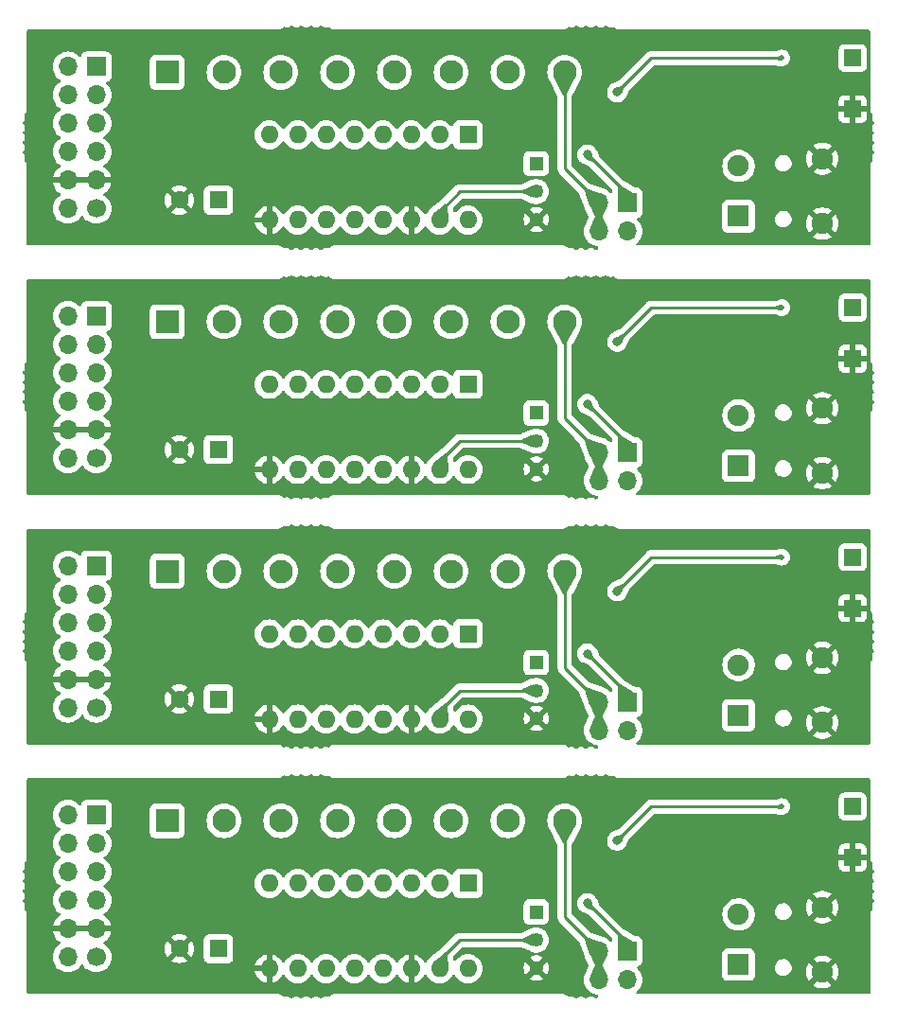
<source format=gbr>
%TF.GenerationSoftware,KiCad,Pcbnew,7.0.9*%
%TF.CreationDate,2023-12-02T23:05:04+09:00*%
%TF.ProjectId,kikit,6b696b69-742e-46b6-9963-61645f706362,rev?*%
%TF.SameCoordinates,Original*%
%TF.FileFunction,Copper,L2,Bot*%
%TF.FilePolarity,Positive*%
%FSLAX46Y46*%
G04 Gerber Fmt 4.6, Leading zero omitted, Abs format (unit mm)*
G04 Created by KiCad (PCBNEW 7.0.9) date 2023-12-02 23:05:05*
%MOMM*%
%LPD*%
G01*
G04 APERTURE LIST*
%TA.AperFunction,ComponentPad*%
%ADD10R,1.600000X1.600000*%
%TD*%
%TA.AperFunction,ComponentPad*%
%ADD11O,1.600000X1.600000*%
%TD*%
%TA.AperFunction,ComponentPad*%
%ADD12R,2.100000X2.100000*%
%TD*%
%TA.AperFunction,ComponentPad*%
%ADD13C,2.100000*%
%TD*%
%TA.AperFunction,ComponentPad*%
%ADD14R,1.900000X1.900000*%
%TD*%
%TA.AperFunction,ComponentPad*%
%ADD15C,1.900000*%
%TD*%
%TA.AperFunction,ComponentPad*%
%ADD16C,1.600000*%
%TD*%
%TA.AperFunction,ComponentPad*%
%ADD17R,1.251000X1.251000*%
%TD*%
%TA.AperFunction,ComponentPad*%
%ADD18C,1.251000*%
%TD*%
%TA.AperFunction,ComponentPad*%
%ADD19R,1.500000X1.500000*%
%TD*%
%TA.AperFunction,ComponentPad*%
%ADD20R,1.700000X1.700000*%
%TD*%
%TA.AperFunction,ComponentPad*%
%ADD21O,1.700000X1.700000*%
%TD*%
%TA.AperFunction,ComponentPad*%
%ADD22C,1.700000*%
%TD*%
%TA.AperFunction,ViaPad*%
%ADD23C,0.500000*%
%TD*%
%TA.AperFunction,ViaPad*%
%ADD24C,0.800000*%
%TD*%
%TA.AperFunction,Conductor*%
%ADD25C,0.250000*%
%TD*%
G04 APERTURE END LIST*
D10*
%TO.P,U1,1,CH0*%
%TO.N,Board_3-/CH0*%
X150239500Y-102876000D03*
D11*
%TO.P,U1,2,CH1*%
%TO.N,Board_3-Net-(J4-Pin_7)*%
X147699500Y-102876000D03*
%TO.P,U1,3,CH2*%
%TO.N,Board_3-Net-(J4-Pin_6)*%
X145159500Y-102876000D03*
%TO.P,U1,4,CH3*%
%TO.N,Board_3-Net-(J4-Pin_5)*%
X142619500Y-102876000D03*
%TO.P,U1,5,CH4*%
%TO.N,Board_3-Net-(J4-Pin_4)*%
X140079500Y-102876000D03*
%TO.P,U1,6,CH5*%
%TO.N,Board_3-Net-(J4-Pin_3)*%
X137539500Y-102876000D03*
%TO.P,U1,7,CH6*%
%TO.N,Board_3-Net-(J4-Pin_2)*%
X134999500Y-102876000D03*
%TO.P,U1,8,CH7*%
%TO.N,Board_3-Net-(J4-Pin_1)*%
X132459500Y-102876000D03*
%TO.P,U1,9,DGND*%
%TO.N,Board_3-GND*%
X132459500Y-110496000D03*
%TO.P,U1,10,~{CS}/SHDN*%
%TO.N,Board_3-Net-(J1-Pin_4)*%
X134999500Y-110496000D03*
%TO.P,U1,11,Din*%
%TO.N,Board_3-Net-(J1-Pin_3)*%
X137539500Y-110496000D03*
%TO.P,U1,12,Dout*%
%TO.N,Board_3-Net-(J1-Pin_2)*%
X140079500Y-110496000D03*
%TO.P,U1,13,CLK*%
%TO.N,Board_3-Net-(J1-Pin_1)*%
X142619500Y-110496000D03*
%TO.P,U1,14,AGND*%
%TO.N,Board_3-GND*%
X145159500Y-110496000D03*
%TO.P,U1,15,Vref*%
%TO.N,Board_3-Net-(JP1-B)*%
X147699500Y-110496000D03*
%TO.P,U1,16,Vdd*%
%TO.N,Board_3-VCC*%
X150239500Y-110496000D03*
%TD*%
D12*
%TO.P,J4,1,Pin_1*%
%TO.N,Board_3-Net-(J4-Pin_1)*%
X123330500Y-97278000D03*
D13*
%TO.P,J4,2,Pin_2*%
%TO.N,Board_3-Net-(J4-Pin_2)*%
X128410500Y-97278000D03*
%TO.P,J4,3,Pin_3*%
%TO.N,Board_3-Net-(J4-Pin_3)*%
X133490500Y-97278000D03*
%TO.P,J4,4,Pin_4*%
%TO.N,Board_3-Net-(J4-Pin_4)*%
X138570500Y-97278000D03*
%TO.P,J4,5,Pin_5*%
%TO.N,Board_3-Net-(J4-Pin_5)*%
X143650500Y-97278000D03*
%TO.P,J4,6,Pin_6*%
%TO.N,Board_3-Net-(J4-Pin_6)*%
X148730500Y-97278000D03*
%TO.P,J4,7,Pin_7*%
%TO.N,Board_3-Net-(J4-Pin_7)*%
X153810500Y-97278000D03*
%TO.P,J4,8,Pin_8*%
%TO.N,Board_3-/CH0*%
X158890500Y-97278000D03*
%TD*%
D14*
%TO.P,J2,R*%
%TO.N,Board_3-Net-(J2-PadR)*%
X174448500Y-110156000D03*
D15*
%TO.P,J2,S*%
%TO.N,Board_3-Net-(J2-PadS)*%
X174448500Y-105656000D03*
%TO.P,J2,T*%
%TO.N,Board_3-GND*%
X181948500Y-110806000D03*
X181948500Y-105006000D03*
%TD*%
D10*
%TO.P,U1,1,CH0*%
%TO.N,Board_0-/CH0*%
X150239500Y-35916000D03*
D11*
%TO.P,U1,2,CH1*%
%TO.N,Board_0-Net-(J4-Pin_7)*%
X147699500Y-35916000D03*
%TO.P,U1,3,CH2*%
%TO.N,Board_0-Net-(J4-Pin_6)*%
X145159500Y-35916000D03*
%TO.P,U1,4,CH3*%
%TO.N,Board_0-Net-(J4-Pin_5)*%
X142619500Y-35916000D03*
%TO.P,U1,5,CH4*%
%TO.N,Board_0-Net-(J4-Pin_4)*%
X140079500Y-35916000D03*
%TO.P,U1,6,CH5*%
%TO.N,Board_0-Net-(J4-Pin_3)*%
X137539500Y-35916000D03*
%TO.P,U1,7,CH6*%
%TO.N,Board_0-Net-(J4-Pin_2)*%
X134999500Y-35916000D03*
%TO.P,U1,8,CH7*%
%TO.N,Board_0-Net-(J4-Pin_1)*%
X132459500Y-35916000D03*
%TO.P,U1,9,DGND*%
%TO.N,Board_0-GND*%
X132459500Y-43536000D03*
%TO.P,U1,10,~{CS}/SHDN*%
%TO.N,Board_0-Net-(J1-Pin_4)*%
X134999500Y-43536000D03*
%TO.P,U1,11,Din*%
%TO.N,Board_0-Net-(J1-Pin_3)*%
X137539500Y-43536000D03*
%TO.P,U1,12,Dout*%
%TO.N,Board_0-Net-(J1-Pin_2)*%
X140079500Y-43536000D03*
%TO.P,U1,13,CLK*%
%TO.N,Board_0-Net-(J1-Pin_1)*%
X142619500Y-43536000D03*
%TO.P,U1,14,AGND*%
%TO.N,Board_0-GND*%
X145159500Y-43536000D03*
%TO.P,U1,15,Vref*%
%TO.N,Board_0-Net-(JP1-B)*%
X147699500Y-43536000D03*
%TO.P,U1,16,Vdd*%
%TO.N,Board_0-VCC*%
X150239500Y-43536000D03*
%TD*%
D10*
%TO.P,C1,1*%
%TO.N,Board_3-VCC*%
X127912651Y-108708000D03*
D16*
%TO.P,C1,2*%
%TO.N,Board_3-GND*%
X124412651Y-108708000D03*
%TD*%
D17*
%TO.P,RV1,1,1*%
%TO.N,Board_2-VCC*%
X156350500Y-83126000D03*
D18*
%TO.P,RV1,2,2*%
%TO.N,Board_2-Net-(JP1-B)*%
X156350500Y-85626000D03*
%TO.P,RV1,3,3*%
%TO.N,Board_2-GND*%
X156350500Y-88126000D03*
%TD*%
D19*
%TO.P,GND,1,1*%
%TO.N,Board_0-GND*%
X184671500Y-33620000D03*
%TD*%
%TO.P,TP1,1,1*%
%TO.N,Board_2-Net-(C5-Pad1)*%
X184671500Y-73688000D03*
%TD*%
D12*
%TO.P,J4,1,Pin_1*%
%TO.N,Board_0-Net-(J4-Pin_1)*%
X123330500Y-30318000D03*
D13*
%TO.P,J4,2,Pin_2*%
%TO.N,Board_0-Net-(J4-Pin_2)*%
X128410500Y-30318000D03*
%TO.P,J4,3,Pin_3*%
%TO.N,Board_0-Net-(J4-Pin_3)*%
X133490500Y-30318000D03*
%TO.P,J4,4,Pin_4*%
%TO.N,Board_0-Net-(J4-Pin_4)*%
X138570500Y-30318000D03*
%TO.P,J4,5,Pin_5*%
%TO.N,Board_0-Net-(J4-Pin_5)*%
X143650500Y-30318000D03*
%TO.P,J4,6,Pin_6*%
%TO.N,Board_0-Net-(J4-Pin_6)*%
X148730500Y-30318000D03*
%TO.P,J4,7,Pin_7*%
%TO.N,Board_0-Net-(J4-Pin_7)*%
X153810500Y-30318000D03*
%TO.P,J4,8,Pin_8*%
%TO.N,Board_0-/CH0*%
X158890500Y-30318000D03*
%TD*%
D17*
%TO.P,RV1,1,1*%
%TO.N,Board_0-VCC*%
X156350500Y-38486000D03*
D18*
%TO.P,RV1,2,2*%
%TO.N,Board_0-Net-(JP1-B)*%
X156350500Y-40986000D03*
%TO.P,RV1,3,3*%
%TO.N,Board_0-GND*%
X156350500Y-43486000D03*
%TD*%
D20*
%TO.P,J1,1,Pin_1*%
%TO.N,Board_2-Net-(J1-Pin_1)*%
X116980500Y-74450000D03*
D21*
%TO.P,J1,2,Pin_2*%
%TO.N,Board_2-Net-(J1-Pin_2)*%
X116980500Y-76990000D03*
%TO.P,J1,3,Pin_3*%
%TO.N,Board_2-Net-(J1-Pin_3)*%
X116980500Y-79530000D03*
%TO.P,J1,4,Pin_4*%
%TO.N,Board_2-Net-(J1-Pin_4)*%
X116980500Y-82070000D03*
%TO.P,J1,5,Pin_5*%
%TO.N,Board_2-GND*%
X116980500Y-84610000D03*
D22*
%TO.P,J1,6,Pin_6*%
%TO.N,Board_2-VCC*%
X116980500Y-87150000D03*
D21*
%TO.P,J1,7,Pin_7*%
%TO.N,Board_2-unconnected-(J1-Pin_7-Pad7)*%
X114440500Y-74450000D03*
%TO.P,J1,8,Pin_8*%
%TO.N,Board_2-unconnected-(J1-Pin_8-Pad8)*%
X114440500Y-76990000D03*
%TO.P,J1,9,Pin_9*%
%TO.N,Board_2-unconnected-(J1-Pin_9-Pad9)*%
X114440500Y-79530000D03*
%TO.P,J1,10,Pin_10*%
%TO.N,Board_2-unconnected-(J1-Pin_10-Pad10)*%
X114440500Y-82070000D03*
%TO.P,J1,11,Pin_11*%
%TO.N,Board_2-GND*%
X114440500Y-84610000D03*
%TO.P,J1,12,Pin_12*%
%TO.N,Board_2-VCC*%
X114440500Y-87150000D03*
%TD*%
D17*
%TO.P,RV1,1,1*%
%TO.N,Board_1-VCC*%
X156350500Y-60806000D03*
D18*
%TO.P,RV1,2,2*%
%TO.N,Board_1-Net-(JP1-B)*%
X156350500Y-63306000D03*
%TO.P,RV1,3,3*%
%TO.N,Board_1-GND*%
X156350500Y-65806000D03*
%TD*%
D20*
%TO.P,J5,1,Pin_1*%
%TO.N,Board_2-Net-(J5-Pin_1)*%
X164483500Y-86637000D03*
D21*
%TO.P,J5,2,Pin_2*%
%TO.N,Board_2-Net-(J5-Pin_2)*%
X164483500Y-89177000D03*
%TO.P,J5,3,Pin_3*%
%TO.N,Board_2-/CH0*%
X161943500Y-86637000D03*
%TO.P,J5,4,Pin_4*%
X161943500Y-89177000D03*
%TD*%
D20*
%TO.P,J1,1,Pin_1*%
%TO.N,Board_0-Net-(J1-Pin_1)*%
X116980500Y-29810000D03*
D21*
%TO.P,J1,2,Pin_2*%
%TO.N,Board_0-Net-(J1-Pin_2)*%
X116980500Y-32350000D03*
%TO.P,J1,3,Pin_3*%
%TO.N,Board_0-Net-(J1-Pin_3)*%
X116980500Y-34890000D03*
%TO.P,J1,4,Pin_4*%
%TO.N,Board_0-Net-(J1-Pin_4)*%
X116980500Y-37430000D03*
%TO.P,J1,5,Pin_5*%
%TO.N,Board_0-GND*%
X116980500Y-39970000D03*
D22*
%TO.P,J1,6,Pin_6*%
%TO.N,Board_0-VCC*%
X116980500Y-42510000D03*
D21*
%TO.P,J1,7,Pin_7*%
%TO.N,Board_0-unconnected-(J1-Pin_7-Pad7)*%
X114440500Y-29810000D03*
%TO.P,J1,8,Pin_8*%
%TO.N,Board_0-unconnected-(J1-Pin_8-Pad8)*%
X114440500Y-32350000D03*
%TO.P,J1,9,Pin_9*%
%TO.N,Board_0-unconnected-(J1-Pin_9-Pad9)*%
X114440500Y-34890000D03*
%TO.P,J1,10,Pin_10*%
%TO.N,Board_0-unconnected-(J1-Pin_10-Pad10)*%
X114440500Y-37430000D03*
%TO.P,J1,11,Pin_11*%
%TO.N,Board_0-GND*%
X114440500Y-39970000D03*
%TO.P,J1,12,Pin_12*%
%TO.N,Board_0-VCC*%
X114440500Y-42510000D03*
%TD*%
D20*
%TO.P,J1,1,Pin_1*%
%TO.N,Board_3-Net-(J1-Pin_1)*%
X116980500Y-96770000D03*
D21*
%TO.P,J1,2,Pin_2*%
%TO.N,Board_3-Net-(J1-Pin_2)*%
X116980500Y-99310000D03*
%TO.P,J1,3,Pin_3*%
%TO.N,Board_3-Net-(J1-Pin_3)*%
X116980500Y-101850000D03*
%TO.P,J1,4,Pin_4*%
%TO.N,Board_3-Net-(J1-Pin_4)*%
X116980500Y-104390000D03*
%TO.P,J1,5,Pin_5*%
%TO.N,Board_3-GND*%
X116980500Y-106930000D03*
D22*
%TO.P,J1,6,Pin_6*%
%TO.N,Board_3-VCC*%
X116980500Y-109470000D03*
D21*
%TO.P,J1,7,Pin_7*%
%TO.N,Board_3-unconnected-(J1-Pin_7-Pad7)*%
X114440500Y-96770000D03*
%TO.P,J1,8,Pin_8*%
%TO.N,Board_3-unconnected-(J1-Pin_8-Pad8)*%
X114440500Y-99310000D03*
%TO.P,J1,9,Pin_9*%
%TO.N,Board_3-unconnected-(J1-Pin_9-Pad9)*%
X114440500Y-101850000D03*
%TO.P,J1,10,Pin_10*%
%TO.N,Board_3-unconnected-(J1-Pin_10-Pad10)*%
X114440500Y-104390000D03*
%TO.P,J1,11,Pin_11*%
%TO.N,Board_3-GND*%
X114440500Y-106930000D03*
%TO.P,J1,12,Pin_12*%
%TO.N,Board_3-VCC*%
X114440500Y-109470000D03*
%TD*%
D10*
%TO.P,C1,1*%
%TO.N,Board_0-VCC*%
X127912651Y-41748000D03*
D16*
%TO.P,C1,2*%
%TO.N,Board_0-GND*%
X124412651Y-41748000D03*
%TD*%
D19*
%TO.P,GND,1,1*%
%TO.N,Board_2-GND*%
X184671500Y-78260000D03*
%TD*%
D20*
%TO.P,J5,1,Pin_1*%
%TO.N,Board_0-Net-(J5-Pin_1)*%
X164483500Y-41997000D03*
D21*
%TO.P,J5,2,Pin_2*%
%TO.N,Board_0-Net-(J5-Pin_2)*%
X164483500Y-44537000D03*
%TO.P,J5,3,Pin_3*%
%TO.N,Board_0-/CH0*%
X161943500Y-41997000D03*
%TO.P,J5,4,Pin_4*%
X161943500Y-44537000D03*
%TD*%
D20*
%TO.P,J5,1,Pin_1*%
%TO.N,Board_3-Net-(J5-Pin_1)*%
X164483500Y-108957000D03*
D21*
%TO.P,J5,2,Pin_2*%
%TO.N,Board_3-Net-(J5-Pin_2)*%
X164483500Y-111497000D03*
%TO.P,J5,3,Pin_3*%
%TO.N,Board_3-/CH0*%
X161943500Y-108957000D03*
%TO.P,J5,4,Pin_4*%
X161943500Y-111497000D03*
%TD*%
D19*
%TO.P,TP1,1,1*%
%TO.N,Board_0-Net-(C5-Pad1)*%
X184671500Y-29048000D03*
%TD*%
D12*
%TO.P,J4,1,Pin_1*%
%TO.N,Board_2-Net-(J4-Pin_1)*%
X123330500Y-74958000D03*
D13*
%TO.P,J4,2,Pin_2*%
%TO.N,Board_2-Net-(J4-Pin_2)*%
X128410500Y-74958000D03*
%TO.P,J4,3,Pin_3*%
%TO.N,Board_2-Net-(J4-Pin_3)*%
X133490500Y-74958000D03*
%TO.P,J4,4,Pin_4*%
%TO.N,Board_2-Net-(J4-Pin_4)*%
X138570500Y-74958000D03*
%TO.P,J4,5,Pin_5*%
%TO.N,Board_2-Net-(J4-Pin_5)*%
X143650500Y-74958000D03*
%TO.P,J4,6,Pin_6*%
%TO.N,Board_2-Net-(J4-Pin_6)*%
X148730500Y-74958000D03*
%TO.P,J4,7,Pin_7*%
%TO.N,Board_2-Net-(J4-Pin_7)*%
X153810500Y-74958000D03*
%TO.P,J4,8,Pin_8*%
%TO.N,Board_2-/CH0*%
X158890500Y-74958000D03*
%TD*%
D19*
%TO.P,GND,1,1*%
%TO.N,Board_3-GND*%
X184671500Y-100580000D03*
%TD*%
D10*
%TO.P,C1,1*%
%TO.N,Board_1-VCC*%
X127912651Y-64068000D03*
D16*
%TO.P,C1,2*%
%TO.N,Board_1-GND*%
X124412651Y-64068000D03*
%TD*%
D17*
%TO.P,RV1,1,1*%
%TO.N,Board_3-VCC*%
X156350500Y-105446000D03*
D18*
%TO.P,RV1,2,2*%
%TO.N,Board_3-Net-(JP1-B)*%
X156350500Y-107946000D03*
%TO.P,RV1,3,3*%
%TO.N,Board_3-GND*%
X156350500Y-110446000D03*
%TD*%
D12*
%TO.P,J4,1,Pin_1*%
%TO.N,Board_1-Net-(J4-Pin_1)*%
X123330500Y-52638000D03*
D13*
%TO.P,J4,2,Pin_2*%
%TO.N,Board_1-Net-(J4-Pin_2)*%
X128410500Y-52638000D03*
%TO.P,J4,3,Pin_3*%
%TO.N,Board_1-Net-(J4-Pin_3)*%
X133490500Y-52638000D03*
%TO.P,J4,4,Pin_4*%
%TO.N,Board_1-Net-(J4-Pin_4)*%
X138570500Y-52638000D03*
%TO.P,J4,5,Pin_5*%
%TO.N,Board_1-Net-(J4-Pin_5)*%
X143650500Y-52638000D03*
%TO.P,J4,6,Pin_6*%
%TO.N,Board_1-Net-(J4-Pin_6)*%
X148730500Y-52638000D03*
%TO.P,J4,7,Pin_7*%
%TO.N,Board_1-Net-(J4-Pin_7)*%
X153810500Y-52638000D03*
%TO.P,J4,8,Pin_8*%
%TO.N,Board_1-/CH0*%
X158890500Y-52638000D03*
%TD*%
D10*
%TO.P,U1,1,CH0*%
%TO.N,Board_1-/CH0*%
X150239500Y-58236000D03*
D11*
%TO.P,U1,2,CH1*%
%TO.N,Board_1-Net-(J4-Pin_7)*%
X147699500Y-58236000D03*
%TO.P,U1,3,CH2*%
%TO.N,Board_1-Net-(J4-Pin_6)*%
X145159500Y-58236000D03*
%TO.P,U1,4,CH3*%
%TO.N,Board_1-Net-(J4-Pin_5)*%
X142619500Y-58236000D03*
%TO.P,U1,5,CH4*%
%TO.N,Board_1-Net-(J4-Pin_4)*%
X140079500Y-58236000D03*
%TO.P,U1,6,CH5*%
%TO.N,Board_1-Net-(J4-Pin_3)*%
X137539500Y-58236000D03*
%TO.P,U1,7,CH6*%
%TO.N,Board_1-Net-(J4-Pin_2)*%
X134999500Y-58236000D03*
%TO.P,U1,8,CH7*%
%TO.N,Board_1-Net-(J4-Pin_1)*%
X132459500Y-58236000D03*
%TO.P,U1,9,DGND*%
%TO.N,Board_1-GND*%
X132459500Y-65856000D03*
%TO.P,U1,10,~{CS}/SHDN*%
%TO.N,Board_1-Net-(J1-Pin_4)*%
X134999500Y-65856000D03*
%TO.P,U1,11,Din*%
%TO.N,Board_1-Net-(J1-Pin_3)*%
X137539500Y-65856000D03*
%TO.P,U1,12,Dout*%
%TO.N,Board_1-Net-(J1-Pin_2)*%
X140079500Y-65856000D03*
%TO.P,U1,13,CLK*%
%TO.N,Board_1-Net-(J1-Pin_1)*%
X142619500Y-65856000D03*
%TO.P,U1,14,AGND*%
%TO.N,Board_1-GND*%
X145159500Y-65856000D03*
%TO.P,U1,15,Vref*%
%TO.N,Board_1-Net-(JP1-B)*%
X147699500Y-65856000D03*
%TO.P,U1,16,Vdd*%
%TO.N,Board_1-VCC*%
X150239500Y-65856000D03*
%TD*%
D10*
%TO.P,C1,1*%
%TO.N,Board_2-VCC*%
X127912651Y-86388000D03*
D16*
%TO.P,C1,2*%
%TO.N,Board_2-GND*%
X124412651Y-86388000D03*
%TD*%
D19*
%TO.P,TP1,1,1*%
%TO.N,Board_1-Net-(C5-Pad1)*%
X184671500Y-51368000D03*
%TD*%
D10*
%TO.P,U1,1,CH0*%
%TO.N,Board_2-/CH0*%
X150239500Y-80556000D03*
D11*
%TO.P,U1,2,CH1*%
%TO.N,Board_2-Net-(J4-Pin_7)*%
X147699500Y-80556000D03*
%TO.P,U1,3,CH2*%
%TO.N,Board_2-Net-(J4-Pin_6)*%
X145159500Y-80556000D03*
%TO.P,U1,4,CH3*%
%TO.N,Board_2-Net-(J4-Pin_5)*%
X142619500Y-80556000D03*
%TO.P,U1,5,CH4*%
%TO.N,Board_2-Net-(J4-Pin_4)*%
X140079500Y-80556000D03*
%TO.P,U1,6,CH5*%
%TO.N,Board_2-Net-(J4-Pin_3)*%
X137539500Y-80556000D03*
%TO.P,U1,7,CH6*%
%TO.N,Board_2-Net-(J4-Pin_2)*%
X134999500Y-80556000D03*
%TO.P,U1,8,CH7*%
%TO.N,Board_2-Net-(J4-Pin_1)*%
X132459500Y-80556000D03*
%TO.P,U1,9,DGND*%
%TO.N,Board_2-GND*%
X132459500Y-88176000D03*
%TO.P,U1,10,~{CS}/SHDN*%
%TO.N,Board_2-Net-(J1-Pin_4)*%
X134999500Y-88176000D03*
%TO.P,U1,11,Din*%
%TO.N,Board_2-Net-(J1-Pin_3)*%
X137539500Y-88176000D03*
%TO.P,U1,12,Dout*%
%TO.N,Board_2-Net-(J1-Pin_2)*%
X140079500Y-88176000D03*
%TO.P,U1,13,CLK*%
%TO.N,Board_2-Net-(J1-Pin_1)*%
X142619500Y-88176000D03*
%TO.P,U1,14,AGND*%
%TO.N,Board_2-GND*%
X145159500Y-88176000D03*
%TO.P,U1,15,Vref*%
%TO.N,Board_2-Net-(JP1-B)*%
X147699500Y-88176000D03*
%TO.P,U1,16,Vdd*%
%TO.N,Board_2-VCC*%
X150239500Y-88176000D03*
%TD*%
D20*
%TO.P,J1,1,Pin_1*%
%TO.N,Board_1-Net-(J1-Pin_1)*%
X116980500Y-52130000D03*
D21*
%TO.P,J1,2,Pin_2*%
%TO.N,Board_1-Net-(J1-Pin_2)*%
X116980500Y-54670000D03*
%TO.P,J1,3,Pin_3*%
%TO.N,Board_1-Net-(J1-Pin_3)*%
X116980500Y-57210000D03*
%TO.P,J1,4,Pin_4*%
%TO.N,Board_1-Net-(J1-Pin_4)*%
X116980500Y-59750000D03*
%TO.P,J1,5,Pin_5*%
%TO.N,Board_1-GND*%
X116980500Y-62290000D03*
D22*
%TO.P,J1,6,Pin_6*%
%TO.N,Board_1-VCC*%
X116980500Y-64830000D03*
D21*
%TO.P,J1,7,Pin_7*%
%TO.N,Board_1-unconnected-(J1-Pin_7-Pad7)*%
X114440500Y-52130000D03*
%TO.P,J1,8,Pin_8*%
%TO.N,Board_1-unconnected-(J1-Pin_8-Pad8)*%
X114440500Y-54670000D03*
%TO.P,J1,9,Pin_9*%
%TO.N,Board_1-unconnected-(J1-Pin_9-Pad9)*%
X114440500Y-57210000D03*
%TO.P,J1,10,Pin_10*%
%TO.N,Board_1-unconnected-(J1-Pin_10-Pad10)*%
X114440500Y-59750000D03*
%TO.P,J1,11,Pin_11*%
%TO.N,Board_1-GND*%
X114440500Y-62290000D03*
%TO.P,J1,12,Pin_12*%
%TO.N,Board_1-VCC*%
X114440500Y-64830000D03*
%TD*%
D14*
%TO.P,J2,R*%
%TO.N,Board_0-Net-(J2-PadR)*%
X174448500Y-43196000D03*
D15*
%TO.P,J2,S*%
%TO.N,Board_0-Net-(J2-PadS)*%
X174448500Y-38696000D03*
%TO.P,J2,T*%
%TO.N,Board_0-GND*%
X181948500Y-43846000D03*
X181948500Y-38046000D03*
%TD*%
D20*
%TO.P,J5,1,Pin_1*%
%TO.N,Board_1-Net-(J5-Pin_1)*%
X164483500Y-64317000D03*
D21*
%TO.P,J5,2,Pin_2*%
%TO.N,Board_1-Net-(J5-Pin_2)*%
X164483500Y-66857000D03*
%TO.P,J5,3,Pin_3*%
%TO.N,Board_1-/CH0*%
X161943500Y-64317000D03*
%TO.P,J5,4,Pin_4*%
X161943500Y-66857000D03*
%TD*%
D14*
%TO.P,J2,R*%
%TO.N,Board_1-Net-(J2-PadR)*%
X174448500Y-65516000D03*
D15*
%TO.P,J2,S*%
%TO.N,Board_1-Net-(J2-PadS)*%
X174448500Y-61016000D03*
%TO.P,J2,T*%
%TO.N,Board_1-GND*%
X181948500Y-66166000D03*
X181948500Y-60366000D03*
%TD*%
D14*
%TO.P,J2,R*%
%TO.N,Board_2-Net-(J2-PadR)*%
X174448500Y-87836000D03*
D15*
%TO.P,J2,S*%
%TO.N,Board_2-Net-(J2-PadS)*%
X174448500Y-83336000D03*
%TO.P,J2,T*%
%TO.N,Board_2-GND*%
X181948500Y-88486000D03*
X181948500Y-82686000D03*
%TD*%
D19*
%TO.P,GND,1,1*%
%TO.N,Board_1-GND*%
X184671500Y-55940000D03*
%TD*%
%TO.P,TP1,1,1*%
%TO.N,Board_3-Net-(C5-Pad1)*%
X184671500Y-96008000D03*
%TD*%
D23*
%TO.N,Board_3-Net-(U3-V_INB+)*%
X178321500Y-96008000D03*
D24*
X163589500Y-99056000D03*
%TO.N,Board_3-Net-(J5-Pin_1)*%
X160922500Y-104644000D03*
D23*
%TO.N,Board_3-GND*%
X146317500Y-95119000D03*
X166891500Y-106549000D03*
X166891500Y-101596000D03*
X125997500Y-95119000D03*
X166891500Y-104136000D03*
X156350500Y-95119000D03*
X136157500Y-95119000D03*
D24*
%TO.N,Board_2-Net-(U3-V_INB+)*%
X163589500Y-76736000D03*
D23*
X178321500Y-73688000D03*
D24*
%TO.N,Board_2-Net-(J5-Pin_1)*%
X160922500Y-82324000D03*
D23*
%TO.N,Board_2-GND*%
X156350500Y-72799000D03*
X166891500Y-81816000D03*
X125997500Y-72799000D03*
X166891500Y-79276000D03*
X166891500Y-84229000D03*
X136157500Y-72799000D03*
X146317500Y-72799000D03*
%TO.N,Board_1-Net-(U3-V_INB+)*%
X178321500Y-51368000D03*
D24*
X163589500Y-54416000D03*
%TO.N,Board_1-Net-(J5-Pin_1)*%
X160922500Y-60004000D03*
D23*
%TO.N,Board_1-GND*%
X146317500Y-50479000D03*
X125997500Y-50479000D03*
X166891500Y-59496000D03*
X156350500Y-50479000D03*
X166891500Y-56956000D03*
X136157500Y-50479000D03*
X166891500Y-61909000D03*
%TO.N,Board_0-Net-(U3-V_INB+)*%
X178321500Y-29048000D03*
D24*
X163589500Y-32096000D03*
%TO.N,Board_0-Net-(J5-Pin_1)*%
X160922500Y-37684000D03*
D23*
%TO.N,Board_0-GND*%
X166891500Y-37176000D03*
X146317500Y-28159000D03*
X166891500Y-39589000D03*
X156350500Y-28159000D03*
X125997500Y-28159000D03*
X166891500Y-34636000D03*
X136157500Y-28159000D03*
%TD*%
D25*
%TO.N,Board_3-Net-(U3-V_INB+)*%
X163589500Y-99056000D02*
X166637500Y-96008000D01*
X166637500Y-96008000D02*
X178321500Y-96008000D01*
%TO.N,Board_3-Net-(JP1-B)*%
X147699500Y-110496000D02*
X147699500Y-109739000D01*
X149492500Y-107946000D02*
X156350500Y-107946000D01*
X147699500Y-109739000D02*
X149492500Y-107946000D01*
%TO.N,Board_3-Net-(J5-Pin_1)*%
X160922500Y-104644000D02*
X164483500Y-108205000D01*
X164483500Y-108205000D02*
X164483500Y-108957000D01*
%TO.N,Board_3-/CH0*%
X161943500Y-108957000D02*
X161943500Y-111497000D01*
X161943500Y-108957000D02*
X158890500Y-105904000D01*
X158890500Y-105904000D02*
X158890500Y-97278000D01*
%TO.N,Board_2-Net-(U3-V_INB+)*%
X166637500Y-73688000D02*
X178321500Y-73688000D01*
X163589500Y-76736000D02*
X166637500Y-73688000D01*
%TO.N,Board_2-Net-(JP1-B)*%
X147699500Y-88176000D02*
X147699500Y-87419000D01*
X149492500Y-85626000D02*
X156350500Y-85626000D01*
X147699500Y-87419000D02*
X149492500Y-85626000D01*
%TO.N,Board_2-Net-(J5-Pin_1)*%
X164483500Y-85885000D02*
X164483500Y-86637000D01*
X160922500Y-82324000D02*
X164483500Y-85885000D01*
%TO.N,Board_2-/CH0*%
X158890500Y-83584000D02*
X158890500Y-74958000D01*
X161943500Y-86637000D02*
X158890500Y-83584000D01*
X161943500Y-86637000D02*
X161943500Y-89177000D01*
%TO.N,Board_1-Net-(U3-V_INB+)*%
X163589500Y-54416000D02*
X166637500Y-51368000D01*
X166637500Y-51368000D02*
X178321500Y-51368000D01*
%TO.N,Board_1-Net-(JP1-B)*%
X149492500Y-63306000D02*
X156350500Y-63306000D01*
X147699500Y-65856000D02*
X147699500Y-65099000D01*
X147699500Y-65099000D02*
X149492500Y-63306000D01*
%TO.N,Board_1-Net-(J5-Pin_1)*%
X160922500Y-60004000D02*
X164483500Y-63565000D01*
X164483500Y-63565000D02*
X164483500Y-64317000D01*
%TO.N,Board_1-/CH0*%
X158890500Y-61264000D02*
X158890500Y-52638000D01*
X161943500Y-64317000D02*
X158890500Y-61264000D01*
X161943500Y-64317000D02*
X161943500Y-66857000D01*
%TO.N,Board_0-Net-(U3-V_INB+)*%
X166637500Y-29048000D02*
X178321500Y-29048000D01*
X163589500Y-32096000D02*
X166637500Y-29048000D01*
%TO.N,Board_0-Net-(JP1-B)*%
X147699500Y-43536000D02*
X147699500Y-42779000D01*
X147699500Y-42779000D02*
X149492500Y-40986000D01*
X149492500Y-40986000D02*
X156350500Y-40986000D01*
%TO.N,Board_0-Net-(J5-Pin_1)*%
X160922500Y-37684000D02*
X164483500Y-41245000D01*
X164483500Y-41245000D02*
X164483500Y-41997000D01*
%TO.N,Board_0-/CH0*%
X161943500Y-41997000D02*
X158890500Y-38944000D01*
X161943500Y-41997000D02*
X161943500Y-44537000D01*
X158890500Y-38944000D02*
X158890500Y-30318000D01*
%TD*%
%TA.AperFunction,Conductor*%
%TO.N,Board_0-/CH0*%
G36*
X161947989Y-41997865D02*
G01*
X162717392Y-42317542D01*
X162723717Y-42323881D01*
X162723708Y-42332836D01*
X162723450Y-42333413D01*
X162071686Y-43690366D01*
X162065015Y-43696339D01*
X162061139Y-43697000D01*
X161825861Y-43697000D01*
X161817588Y-43693573D01*
X161815314Y-43690366D01*
X161163549Y-42333413D01*
X161163057Y-42324471D01*
X161169030Y-42317800D01*
X161169595Y-42317547D01*
X161939011Y-41997864D01*
X161947966Y-41997856D01*
X161947989Y-41997865D01*
G37*
%TD.AperFunction*%
%TD*%
%TA.AperFunction,Conductor*%
%TO.N,Board_3-Net-(J5-Pin_1)*%
G36*
X161290544Y-104495253D02*
G01*
X161296706Y-104501239D01*
X161573247Y-105113928D01*
X161573527Y-105122878D01*
X161570856Y-105127014D01*
X161405514Y-105292356D01*
X161397241Y-105295783D01*
X161392428Y-105294747D01*
X160779739Y-105018206D01*
X160773608Y-105011679D01*
X160773732Y-105003090D01*
X160919937Y-104647802D01*
X160926253Y-104641457D01*
X161281590Y-104495232D01*
X161290544Y-104495253D01*
G37*
%TD.AperFunction*%
%TD*%
%TA.AperFunction,Conductor*%
%TO.N,Board_2-Net-(U3-V_INB+)*%
G36*
X178224866Y-73460825D02*
G01*
X178229754Y-73466408D01*
X178320609Y-73683483D01*
X178320642Y-73692437D01*
X178320609Y-73692517D01*
X178229754Y-73909591D01*
X178223398Y-73915900D01*
X178215995Y-73916392D01*
X177830234Y-73815289D01*
X177823100Y-73809876D01*
X177821500Y-73803971D01*
X177821500Y-73572028D01*
X177824927Y-73563755D01*
X177830231Y-73560711D01*
X178215995Y-73459607D01*
X178224866Y-73460825D01*
G37*
%TD.AperFunction*%
%TD*%
%TA.AperFunction,Conductor*%
%TO.N,Board_0-Net-(JP1-B)*%
G36*
X148220144Y-42096542D02*
G01*
X148386424Y-42262822D01*
X148389807Y-42270085D01*
X148498399Y-43523301D01*
X148495699Y-43531839D01*
X148487753Y-43535967D01*
X148486753Y-43536011D01*
X147703653Y-43536702D01*
X147695377Y-43533282D01*
X147695360Y-43533265D01*
X147142941Y-42979464D01*
X147139524Y-42971186D01*
X147142961Y-42962918D01*
X147143812Y-42962148D01*
X148204469Y-42095753D01*
X148213045Y-42093174D01*
X148220144Y-42096542D01*
G37*
%TD.AperFunction*%
%TD*%
%TA.AperFunction,Conductor*%
%TO.N,Board_2-Net-(J5-Pin_1)*%
G36*
X163880686Y-85102291D02*
G01*
X165007543Y-85780854D01*
X165012862Y-85788057D01*
X165011530Y-85796913D01*
X165011419Y-85797093D01*
X164492009Y-86625267D01*
X164484710Y-86630455D01*
X164475881Y-86628963D01*
X164473824Y-86627324D01*
X163637531Y-85791031D01*
X163634104Y-85782758D01*
X163634189Y-85781353D01*
X163695582Y-85278348D01*
X163698922Y-85271496D01*
X163866378Y-85104040D01*
X163874650Y-85100614D01*
X163880686Y-85102291D01*
G37*
%TD.AperFunction*%
%TD*%
%TA.AperFunction,Conductor*%
%TO.N,Board_1-/CH0*%
G36*
X158894987Y-52638863D02*
G01*
X159848865Y-53034956D01*
X159855191Y-53041293D01*
X159855183Y-53050248D01*
X159854789Y-53051099D01*
X159018762Y-54681638D01*
X159011938Y-54687437D01*
X159008351Y-54688000D01*
X158772649Y-54688000D01*
X158764376Y-54684573D01*
X158762238Y-54681638D01*
X157926210Y-53051099D01*
X157925484Y-53042174D01*
X157931283Y-53035350D01*
X157932127Y-53034959D01*
X158886013Y-52638862D01*
X158894967Y-52638855D01*
X158894987Y-52638863D01*
G37*
%TD.AperFunction*%
%TD*%
%TA.AperFunction,Conductor*%
%TO.N,Board_2-/CH0*%
G36*
X160836751Y-85348968D02*
G01*
X161318527Y-85518102D01*
X162257129Y-85847611D01*
X162263800Y-85853584D01*
X162264292Y-85862526D01*
X162264067Y-85863116D01*
X161946062Y-86633214D01*
X161939737Y-86639553D01*
X161939714Y-86639562D01*
X161169616Y-86957567D01*
X161160661Y-86957558D01*
X161154336Y-86951219D01*
X161154111Y-86950629D01*
X161044255Y-86637707D01*
X160768318Y-85851702D01*
X160655468Y-85530251D01*
X160655960Y-85521309D01*
X160658231Y-85518105D01*
X160824603Y-85351733D01*
X160832875Y-85348307D01*
X160836751Y-85348968D01*
G37*
%TD.AperFunction*%
%TD*%
%TA.AperFunction,Conductor*%
%TO.N,Board_3-Net-(JP1-B)*%
G36*
X148220144Y-109056542D02*
G01*
X148386424Y-109222822D01*
X148389807Y-109230085D01*
X148498399Y-110483301D01*
X148495699Y-110491839D01*
X148487753Y-110495967D01*
X148486753Y-110496011D01*
X147703653Y-110496702D01*
X147695377Y-110493282D01*
X147695360Y-110493265D01*
X147142941Y-109939464D01*
X147139524Y-109931186D01*
X147142961Y-109922918D01*
X147143812Y-109922148D01*
X148204469Y-109055753D01*
X148213045Y-109053174D01*
X148220144Y-109056542D01*
G37*
%TD.AperFunction*%
%TD*%
%TA.AperFunction,Conductor*%
%TO.N,Board_3-Net-(J5-Pin_1)*%
G36*
X163880686Y-107422291D02*
G01*
X165007543Y-108100854D01*
X165012862Y-108108057D01*
X165011530Y-108116913D01*
X165011419Y-108117093D01*
X164492009Y-108945267D01*
X164484710Y-108950455D01*
X164475881Y-108948963D01*
X164473824Y-108947324D01*
X163637531Y-108111031D01*
X163634104Y-108102758D01*
X163634189Y-108101353D01*
X163695582Y-107598348D01*
X163698922Y-107591496D01*
X163866378Y-107424040D01*
X163874650Y-107420614D01*
X163880686Y-107422291D01*
G37*
%TD.AperFunction*%
%TD*%
%TA.AperFunction,Conductor*%
%TO.N,Board_2-Net-(J5-Pin_1)*%
G36*
X161290544Y-82175253D02*
G01*
X161296706Y-82181239D01*
X161573247Y-82793928D01*
X161573527Y-82802878D01*
X161570856Y-82807014D01*
X161405514Y-82972356D01*
X161397241Y-82975783D01*
X161392428Y-82974747D01*
X160779739Y-82698206D01*
X160773608Y-82691679D01*
X160773732Y-82683090D01*
X160919937Y-82327802D01*
X160926253Y-82321457D01*
X161281590Y-82175232D01*
X161290544Y-82175253D01*
G37*
%TD.AperFunction*%
%TD*%
%TA.AperFunction,Conductor*%
%TO.N,Board_2-Net-(JP1-B)*%
G36*
X148220144Y-86736542D02*
G01*
X148386424Y-86902822D01*
X148389807Y-86910085D01*
X148498399Y-88163301D01*
X148495699Y-88171839D01*
X148487753Y-88175967D01*
X148486753Y-88176011D01*
X147703653Y-88176702D01*
X147695377Y-88173282D01*
X147695360Y-88173265D01*
X147142941Y-87619464D01*
X147139524Y-87611186D01*
X147142961Y-87602918D01*
X147143812Y-87602148D01*
X148204469Y-86735753D01*
X148213045Y-86733174D01*
X148220144Y-86736542D01*
G37*
%TD.AperFunction*%
%TD*%
%TA.AperFunction,Conductor*%
%TO.N,Board_0-Net-(JP1-B)*%
G36*
X156115623Y-40418921D02*
G01*
X156115747Y-40419209D01*
X156349631Y-40981507D01*
X156349644Y-40990461D01*
X156349631Y-40990493D01*
X156115747Y-41552790D01*
X156109405Y-41559113D01*
X156100451Y-41559100D01*
X156100163Y-41558976D01*
X155106419Y-41114097D01*
X155100269Y-41107589D01*
X155099500Y-41103418D01*
X155099500Y-40868581D01*
X155102927Y-40860308D01*
X155106416Y-40857903D01*
X156100164Y-40413022D01*
X156109115Y-40412771D01*
X156115623Y-40418921D01*
G37*
%TD.AperFunction*%
%TD*%
%TA.AperFunction,Conductor*%
%TO.N,Board_0-Net-(U3-V_INB+)*%
G36*
X164072514Y-31447643D02*
G01*
X164237856Y-31612985D01*
X164241283Y-31621258D01*
X164240247Y-31626071D01*
X163963706Y-32238760D01*
X163957179Y-32244891D01*
X163948590Y-32244767D01*
X163593304Y-32098563D01*
X163586957Y-32092245D01*
X163586936Y-32092195D01*
X163440732Y-31736909D01*
X163440753Y-31727955D01*
X163446737Y-31721794D01*
X164059428Y-31445251D01*
X164068378Y-31444972D01*
X164072514Y-31447643D01*
G37*
%TD.AperFunction*%
%TD*%
%TA.AperFunction,Conductor*%
%TO.N,Board_1-/CH0*%
G36*
X160836751Y-63028968D02*
G01*
X161318527Y-63198102D01*
X162257129Y-63527611D01*
X162263800Y-63533584D01*
X162264292Y-63542526D01*
X162264067Y-63543116D01*
X161946062Y-64313214D01*
X161939737Y-64319553D01*
X161939714Y-64319562D01*
X161169616Y-64637567D01*
X161160661Y-64637558D01*
X161154336Y-64631219D01*
X161154111Y-64630629D01*
X161044255Y-64317707D01*
X160768318Y-63531702D01*
X160655468Y-63210251D01*
X160655960Y-63201309D01*
X160658231Y-63198105D01*
X160824603Y-63031733D01*
X160832875Y-63028307D01*
X160836751Y-63028968D01*
G37*
%TD.AperFunction*%
%TD*%
%TA.AperFunction,Conductor*%
%TO.N,Board_3-/CH0*%
G36*
X160836751Y-107668968D02*
G01*
X161318527Y-107838102D01*
X162257129Y-108167611D01*
X162263800Y-108173584D01*
X162264292Y-108182526D01*
X162264067Y-108183116D01*
X161946062Y-108953214D01*
X161939737Y-108959553D01*
X161939714Y-108959562D01*
X161169616Y-109277567D01*
X161160661Y-109277558D01*
X161154336Y-109271219D01*
X161154111Y-109270629D01*
X161044255Y-108957707D01*
X160768318Y-108171702D01*
X160655468Y-107850251D01*
X160655960Y-107841309D01*
X160658231Y-107838105D01*
X160824603Y-107671733D01*
X160832875Y-107668307D01*
X160836751Y-107668968D01*
G37*
%TD.AperFunction*%
%TD*%
%TA.AperFunction,Conductor*%
%TO.N,Board_1-Net-(JP1-B)*%
G36*
X156115623Y-62738921D02*
G01*
X156115747Y-62739209D01*
X156349631Y-63301507D01*
X156349644Y-63310461D01*
X156349631Y-63310493D01*
X156115747Y-63872790D01*
X156109405Y-63879113D01*
X156100451Y-63879100D01*
X156100163Y-63878976D01*
X155106419Y-63434097D01*
X155100269Y-63427589D01*
X155099500Y-63423418D01*
X155099500Y-63188581D01*
X155102927Y-63180308D01*
X155106416Y-63177903D01*
X156100164Y-62733022D01*
X156109115Y-62732771D01*
X156115623Y-62738921D01*
G37*
%TD.AperFunction*%
%TD*%
%TA.AperFunction,Conductor*%
%TO.N,Board_3-Net-(U3-V_INB+)*%
G36*
X178224866Y-95780825D02*
G01*
X178229754Y-95786408D01*
X178320609Y-96003483D01*
X178320642Y-96012437D01*
X178320609Y-96012517D01*
X178229754Y-96229591D01*
X178223398Y-96235900D01*
X178215995Y-96236392D01*
X177830234Y-96135289D01*
X177823100Y-96129876D01*
X177821500Y-96123971D01*
X177821500Y-95892028D01*
X177824927Y-95883755D01*
X177830231Y-95880711D01*
X178215995Y-95779607D01*
X178224866Y-95780825D01*
G37*
%TD.AperFunction*%
%TD*%
%TA.AperFunction,Conductor*%
%TO.N,Board_2-/CH0*%
G36*
X162069412Y-87480427D02*
G01*
X162071686Y-87483634D01*
X162723450Y-88840586D01*
X162723942Y-88849528D01*
X162717969Y-88856199D01*
X162717392Y-88856457D01*
X161947989Y-89176134D01*
X161939034Y-89176143D01*
X161939011Y-89176134D01*
X161169607Y-88856457D01*
X161163282Y-88850118D01*
X161163291Y-88841163D01*
X161163549Y-88840586D01*
X161815314Y-87483634D01*
X161821985Y-87477661D01*
X161825861Y-87477000D01*
X162061139Y-87477000D01*
X162069412Y-87480427D01*
G37*
%TD.AperFunction*%
%TD*%
%TA.AperFunction,Conductor*%
%TO.N,Board_1-Net-(U3-V_INB+)*%
G36*
X178224866Y-51140825D02*
G01*
X178229754Y-51146408D01*
X178320609Y-51363483D01*
X178320642Y-51372437D01*
X178320609Y-51372517D01*
X178229754Y-51589591D01*
X178223398Y-51595900D01*
X178215995Y-51596392D01*
X177830234Y-51495289D01*
X177823100Y-51489876D01*
X177821500Y-51483971D01*
X177821500Y-51252028D01*
X177824927Y-51243755D01*
X177830231Y-51240711D01*
X178215995Y-51139607D01*
X178224866Y-51140825D01*
G37*
%TD.AperFunction*%
%TD*%
%TA.AperFunction,Conductor*%
%TO.N,Board_2-GND*%
G36*
X116521007Y-84400156D02*
G01*
X116480500Y-84538111D01*
X116480500Y-84681889D01*
X116521007Y-84819844D01*
X116546814Y-84860000D01*
X114874186Y-84860000D01*
X114899993Y-84819844D01*
X114940500Y-84681889D01*
X114940500Y-84538111D01*
X114899993Y-84400156D01*
X114874186Y-84360000D01*
X116546814Y-84360000D01*
X116521007Y-84400156D01*
G37*
%TD.AperFunction*%
%TA.AperFunction,Conductor*%
G36*
X134516549Y-70786685D02*
G01*
X134530712Y-70797287D01*
X134609289Y-70865374D01*
X134609292Y-70865375D01*
X134609294Y-70865377D01*
X134740210Y-70925165D01*
X134846868Y-70940500D01*
X134846871Y-70940500D01*
X134918463Y-70940500D01*
X134918466Y-70940500D01*
X135025124Y-70925165D01*
X135156040Y-70865377D01*
X135156042Y-70865374D01*
X135156044Y-70865374D01*
X135234622Y-70797287D01*
X135298178Y-70768262D01*
X135315824Y-70767000D01*
X135324510Y-70767000D01*
X135391549Y-70786685D01*
X135405712Y-70797287D01*
X135484289Y-70865374D01*
X135484292Y-70865375D01*
X135484294Y-70865377D01*
X135615210Y-70925165D01*
X135721868Y-70940500D01*
X135721871Y-70940500D01*
X135793463Y-70940500D01*
X135793466Y-70940500D01*
X135900124Y-70925165D01*
X136031040Y-70865377D01*
X136031042Y-70865374D01*
X136031044Y-70865374D01*
X136109622Y-70797287D01*
X136173178Y-70768262D01*
X136190824Y-70767000D01*
X136199510Y-70767000D01*
X136266549Y-70786685D01*
X136280712Y-70797287D01*
X136359289Y-70865374D01*
X136359292Y-70865375D01*
X136359294Y-70865377D01*
X136490210Y-70925165D01*
X136596868Y-70940500D01*
X136596871Y-70940500D01*
X136668463Y-70940500D01*
X136668466Y-70940500D01*
X136775124Y-70925165D01*
X136906040Y-70865377D01*
X136906042Y-70865374D01*
X136906044Y-70865374D01*
X136984622Y-70797287D01*
X137048178Y-70768262D01*
X137065824Y-70767000D01*
X137074510Y-70767000D01*
X137141549Y-70786685D01*
X137155712Y-70797287D01*
X137234289Y-70865374D01*
X137234292Y-70865375D01*
X137234294Y-70865377D01*
X137365210Y-70925165D01*
X137471868Y-70940500D01*
X137471871Y-70940500D01*
X137543463Y-70940500D01*
X137543466Y-70940500D01*
X137650124Y-70925165D01*
X137703526Y-70900776D01*
X137772681Y-70890833D01*
X137836238Y-70919857D01*
X137848783Y-70932408D01*
X137849561Y-70933306D01*
X137850200Y-70934044D01*
X137860761Y-70948160D01*
X137875519Y-70971123D01*
X137875523Y-70971128D01*
X137896154Y-70989006D01*
X137908658Y-71001510D01*
X137926536Y-71022141D01*
X137926538Y-71022143D01*
X137949510Y-71036905D01*
X137963662Y-71047500D01*
X137984293Y-71065377D01*
X138007565Y-71076005D01*
X138009117Y-71076714D01*
X138024644Y-71085192D01*
X138047613Y-71099953D01*
X138073802Y-71107643D01*
X138090379Y-71113826D01*
X138115204Y-71125163D01*
X138115205Y-71125163D01*
X138115209Y-71125165D01*
X138142230Y-71129050D01*
X138159512Y-71132809D01*
X138185705Y-71140500D01*
X158814293Y-71140500D01*
X158814294Y-71140500D01*
X158840486Y-71132809D01*
X158857769Y-71129050D01*
X158862215Y-71128410D01*
X158884790Y-71125165D01*
X158909620Y-71113824D01*
X158926195Y-71107642D01*
X158952386Y-71099953D01*
X158975353Y-71085192D01*
X158990873Y-71076717D01*
X159015706Y-71065377D01*
X159036339Y-71047497D01*
X159050481Y-71036910D01*
X159073461Y-71022143D01*
X159091348Y-71001499D01*
X159103832Y-70989015D01*
X159124476Y-70971128D01*
X159139243Y-70948148D01*
X159149852Y-70933980D01*
X159151274Y-70932339D01*
X159210063Y-70894583D01*
X159279933Y-70894604D01*
X159296475Y-70900777D01*
X159349876Y-70925165D01*
X159456534Y-70940500D01*
X159456537Y-70940500D01*
X159528129Y-70940500D01*
X159528132Y-70940500D01*
X159634790Y-70925165D01*
X159765706Y-70865377D01*
X159765708Y-70865374D01*
X159765710Y-70865374D01*
X159844288Y-70797287D01*
X159907844Y-70768262D01*
X159925490Y-70767000D01*
X159934176Y-70767000D01*
X160001215Y-70786685D01*
X160015378Y-70797287D01*
X160093955Y-70865374D01*
X160093958Y-70865375D01*
X160093960Y-70865377D01*
X160224876Y-70925165D01*
X160331534Y-70940500D01*
X160331537Y-70940500D01*
X160403129Y-70940500D01*
X160403132Y-70940500D01*
X160509790Y-70925165D01*
X160640706Y-70865377D01*
X160640708Y-70865374D01*
X160640710Y-70865374D01*
X160719288Y-70797287D01*
X160782844Y-70768262D01*
X160800490Y-70767000D01*
X160809176Y-70767000D01*
X160876215Y-70786685D01*
X160890378Y-70797287D01*
X160968955Y-70865374D01*
X160968958Y-70865375D01*
X160968960Y-70865377D01*
X161099876Y-70925165D01*
X161206534Y-70940500D01*
X161206537Y-70940500D01*
X161278129Y-70940500D01*
X161278132Y-70940500D01*
X161384790Y-70925165D01*
X161515706Y-70865377D01*
X161515708Y-70865374D01*
X161515710Y-70865374D01*
X161594288Y-70797287D01*
X161657844Y-70768262D01*
X161675490Y-70767000D01*
X161684176Y-70767000D01*
X161751215Y-70786685D01*
X161765378Y-70797287D01*
X161843955Y-70865374D01*
X161843958Y-70865375D01*
X161843960Y-70865377D01*
X161974876Y-70925165D01*
X162081534Y-70940500D01*
X162081537Y-70940500D01*
X162153129Y-70940500D01*
X162153132Y-70940500D01*
X162259790Y-70925165D01*
X162390706Y-70865377D01*
X162390708Y-70865374D01*
X162390710Y-70865374D01*
X162469288Y-70797287D01*
X162532844Y-70768262D01*
X162550490Y-70767000D01*
X162559176Y-70767000D01*
X162626215Y-70786685D01*
X162640378Y-70797287D01*
X162718955Y-70865374D01*
X162718958Y-70865375D01*
X162718960Y-70865377D01*
X162849876Y-70925165D01*
X162956534Y-70940500D01*
X162956537Y-70940500D01*
X163028129Y-70940500D01*
X163028132Y-70940500D01*
X163134790Y-70925165D01*
X163188192Y-70900776D01*
X163257347Y-70890833D01*
X163320904Y-70919857D01*
X163333426Y-70932382D01*
X163334838Y-70934012D01*
X163345428Y-70948160D01*
X163360186Y-70971123D01*
X163360190Y-70971128D01*
X163380821Y-70989006D01*
X163393325Y-71001510D01*
X163411203Y-71022141D01*
X163411205Y-71022143D01*
X163434177Y-71036905D01*
X163448329Y-71047500D01*
X163468960Y-71065377D01*
X163492232Y-71076005D01*
X163493784Y-71076714D01*
X163509311Y-71085192D01*
X163532280Y-71099953D01*
X163558469Y-71107643D01*
X163575046Y-71113826D01*
X163599871Y-71125163D01*
X163599872Y-71125163D01*
X163599876Y-71125165D01*
X163626897Y-71129050D01*
X163644179Y-71132809D01*
X163670372Y-71140500D01*
X163706534Y-71140500D01*
X186102500Y-71140500D01*
X186169539Y-71160185D01*
X186215294Y-71212989D01*
X186226500Y-71264500D01*
X186226500Y-78371963D01*
X186234190Y-78398154D01*
X186237947Y-78415423D01*
X186241835Y-78442455D01*
X186241835Y-78442457D01*
X186253173Y-78467283D01*
X186259355Y-78483858D01*
X186261600Y-78491505D01*
X186267047Y-78510053D01*
X186281801Y-78533012D01*
X186281806Y-78533019D01*
X186290282Y-78548541D01*
X186301623Y-78573373D01*
X186313437Y-78587007D01*
X186319496Y-78594000D01*
X186330095Y-78608160D01*
X186344853Y-78631123D01*
X186344857Y-78631128D01*
X186365488Y-78649006D01*
X186377992Y-78661510D01*
X186395871Y-78682142D01*
X186395873Y-78682144D01*
X186416635Y-78695486D01*
X186462391Y-78748288D01*
X186472336Y-78817447D01*
X186468575Y-78834737D01*
X186426500Y-78978035D01*
X186426500Y-79121963D01*
X186467045Y-79260050D01*
X186467047Y-79260055D01*
X186544854Y-79381124D01*
X186544856Y-79381127D01*
X186546210Y-79382689D01*
X186547070Y-79384573D01*
X186549652Y-79388590D01*
X186549074Y-79388961D01*
X186575237Y-79446244D01*
X186576500Y-79463895D01*
X186576500Y-79511104D01*
X186556815Y-79578143D01*
X186546214Y-79592305D01*
X186544859Y-79593868D01*
X186467045Y-79714949D01*
X186426500Y-79853036D01*
X186426500Y-79996963D01*
X186467045Y-80135050D01*
X186467047Y-80135055D01*
X186544854Y-80256124D01*
X186544856Y-80256127D01*
X186546210Y-80257689D01*
X186547070Y-80259573D01*
X186549652Y-80263590D01*
X186549074Y-80263961D01*
X186575237Y-80321244D01*
X186576500Y-80338895D01*
X186576500Y-80386104D01*
X186556815Y-80453143D01*
X186546214Y-80467305D01*
X186544859Y-80468868D01*
X186467045Y-80589949D01*
X186426500Y-80728036D01*
X186426500Y-80871963D01*
X186467045Y-81010050D01*
X186467047Y-81010055D01*
X186524433Y-81099348D01*
X186544856Y-81131127D01*
X186546210Y-81132689D01*
X186547070Y-81134573D01*
X186549652Y-81138590D01*
X186549074Y-81138961D01*
X186575237Y-81196244D01*
X186576500Y-81213895D01*
X186576500Y-81261104D01*
X186556815Y-81328143D01*
X186546214Y-81342305D01*
X186544859Y-81343868D01*
X186467045Y-81464949D01*
X186426500Y-81603036D01*
X186426500Y-81746963D01*
X186467045Y-81885050D01*
X186467047Y-81885055D01*
X186544854Y-82006124D01*
X186544856Y-82006127D01*
X186546210Y-82007689D01*
X186547070Y-82009573D01*
X186549652Y-82013590D01*
X186549074Y-82013961D01*
X186575237Y-82071244D01*
X186576500Y-82088895D01*
X186576500Y-82136104D01*
X186556815Y-82203143D01*
X186546214Y-82217305D01*
X186544859Y-82218868D01*
X186467045Y-82339949D01*
X186426500Y-82478036D01*
X186426500Y-82621964D01*
X186468575Y-82765261D01*
X186468575Y-82835131D01*
X186430800Y-82893909D01*
X186416641Y-82904508D01*
X186395875Y-82917853D01*
X186395871Y-82917857D01*
X186377993Y-82938489D01*
X186365489Y-82950993D01*
X186344857Y-82968871D01*
X186344853Y-82968876D01*
X186330095Y-82991840D01*
X186319495Y-83006000D01*
X186301623Y-83026625D01*
X186301621Y-83026628D01*
X186290280Y-83051461D01*
X186281807Y-83066978D01*
X186267047Y-83089947D01*
X186263163Y-83103171D01*
X186259355Y-83116141D01*
X186253175Y-83132710D01*
X186241835Y-83157541D01*
X186241834Y-83157544D01*
X186237948Y-83184568D01*
X186234190Y-83201842D01*
X186226501Y-83228034D01*
X186226500Y-83228042D01*
X186226500Y-90335500D01*
X186206815Y-90402539D01*
X186154011Y-90448294D01*
X186102500Y-90459500D01*
X165399704Y-90459500D01*
X165332665Y-90439815D01*
X165286910Y-90387011D01*
X165276966Y-90317853D01*
X165305991Y-90254297D01*
X165328580Y-90233925D01*
X165354901Y-90215495D01*
X165521995Y-90048401D01*
X165657535Y-89854830D01*
X165757403Y-89640663D01*
X165818563Y-89412408D01*
X165839159Y-89177000D01*
X165839075Y-89176045D01*
X165826152Y-89028331D01*
X165818563Y-88941592D01*
X165789700Y-88833870D01*
X172998000Y-88833870D01*
X172998001Y-88833876D01*
X173004408Y-88893483D01*
X173054702Y-89028328D01*
X173054706Y-89028335D01*
X173140952Y-89143544D01*
X173140955Y-89143547D01*
X173256164Y-89229793D01*
X173256171Y-89229797D01*
X173391017Y-89280091D01*
X173391016Y-89280091D01*
X173397944Y-89280835D01*
X173450627Y-89286500D01*
X175446372Y-89286499D01*
X175505983Y-89280091D01*
X175640831Y-89229796D01*
X175756046Y-89143546D01*
X175842296Y-89028331D01*
X175892591Y-88893483D01*
X175899000Y-88833873D01*
X175899000Y-88129933D01*
X177694168Y-88129933D01*
X177709558Y-88217210D01*
X177724635Y-88302711D01*
X177794123Y-88463804D01*
X177794124Y-88463806D01*
X177794126Y-88463809D01*
X177848778Y-88537218D01*
X177898890Y-88604530D01*
X178033286Y-88717302D01*
X178054821Y-88728117D01*
X178190062Y-88796038D01*
X178190063Y-88796038D01*
X178190067Y-88796040D01*
X178360779Y-88836500D01*
X178360782Y-88836500D01*
X178492201Y-88836500D01*
X178492209Y-88836500D01*
X178622755Y-88821241D01*
X178787617Y-88761237D01*
X178934196Y-88664830D01*
X179054592Y-88537218D01*
X179084161Y-88486002D01*
X180493531Y-88486002D01*
X180513374Y-88725476D01*
X180572365Y-88958428D01*
X180668891Y-89178485D01*
X180761188Y-89319757D01*
X181385726Y-88695219D01*
X181424401Y-88788588D01*
X181520575Y-88913925D01*
X181645912Y-89010099D01*
X181739279Y-89048772D01*
X181114072Y-89673979D01*
X181114073Y-89673980D01*
X181152704Y-89704048D01*
X181152705Y-89704049D01*
X181364044Y-89818421D01*
X181364050Y-89818423D01*
X181591323Y-89896446D01*
X181828351Y-89936000D01*
X182068649Y-89936000D01*
X182305676Y-89896446D01*
X182532949Y-89818423D01*
X182532955Y-89818421D01*
X182744295Y-89704049D01*
X182744298Y-89704047D01*
X182782925Y-89673980D01*
X182782925Y-89673979D01*
X182157720Y-89048772D01*
X182251088Y-89010099D01*
X182376425Y-88913925D01*
X182472599Y-88788589D01*
X182511273Y-88695220D01*
X183135810Y-89319757D01*
X183228106Y-89178490D01*
X183324634Y-88958428D01*
X183383625Y-88725476D01*
X183403469Y-88486002D01*
X183403469Y-88485994D01*
X183383625Y-88246523D01*
X183324634Y-88013571D01*
X183228108Y-87793514D01*
X183135810Y-87652241D01*
X182511272Y-88276779D01*
X182472599Y-88183412D01*
X182376425Y-88058075D01*
X182251088Y-87961901D01*
X182157719Y-87923226D01*
X182782926Y-87298019D01*
X182782925Y-87298018D01*
X182744294Y-87267950D01*
X182532955Y-87153578D01*
X182532949Y-87153576D01*
X182305676Y-87075553D01*
X182068649Y-87036000D01*
X181828351Y-87036000D01*
X181591323Y-87075553D01*
X181364050Y-87153576D01*
X181364044Y-87153578D01*
X181152704Y-87267950D01*
X181152698Y-87267954D01*
X181114073Y-87298017D01*
X181114073Y-87298019D01*
X181739280Y-87923226D01*
X181645912Y-87961901D01*
X181520575Y-88058075D01*
X181424401Y-88183411D01*
X181385726Y-88276780D01*
X180761187Y-87652241D01*
X180668892Y-87793511D01*
X180572365Y-88013571D01*
X180513374Y-88246523D01*
X180493531Y-88485994D01*
X180493531Y-88486002D01*
X179084161Y-88486002D01*
X179142312Y-88385281D01*
X179192630Y-88217210D01*
X179202831Y-88042065D01*
X179172365Y-87869289D01*
X179102877Y-87708196D01*
X179088212Y-87688498D01*
X179027500Y-87606947D01*
X178998110Y-87567470D01*
X178959274Y-87534883D01*
X178863714Y-87454698D01*
X178863712Y-87454697D01*
X178706937Y-87375961D01*
X178706933Y-87375960D01*
X178536221Y-87335500D01*
X178404791Y-87335500D01*
X178300354Y-87347707D01*
X178274243Y-87350759D01*
X178274240Y-87350760D01*
X178109384Y-87410762D01*
X178109380Y-87410764D01*
X177962806Y-87507167D01*
X177962805Y-87507168D01*
X177842410Y-87634778D01*
X177754688Y-87786718D01*
X177704370Y-87954789D01*
X177704369Y-87954794D01*
X177694168Y-88129933D01*
X175899000Y-88129933D01*
X175898999Y-86838128D01*
X175892591Y-86778517D01*
X175878804Y-86741553D01*
X175842297Y-86643671D01*
X175842293Y-86643664D01*
X175756047Y-86528455D01*
X175756044Y-86528452D01*
X175640835Y-86442206D01*
X175640828Y-86442202D01*
X175505982Y-86391908D01*
X175505983Y-86391908D01*
X175446383Y-86385501D01*
X175446381Y-86385500D01*
X175446373Y-86385500D01*
X175446364Y-86385500D01*
X173450629Y-86385500D01*
X173450623Y-86385501D01*
X173391016Y-86391908D01*
X173256171Y-86442202D01*
X173256164Y-86442206D01*
X173140955Y-86528452D01*
X173140952Y-86528455D01*
X173054706Y-86643664D01*
X173054702Y-86643671D01*
X173004408Y-86778517D01*
X172998408Y-86834331D01*
X172998001Y-86838123D01*
X172998000Y-86838135D01*
X172998000Y-88833870D01*
X165789700Y-88833870D01*
X165759468Y-88721042D01*
X165757405Y-88713344D01*
X165757404Y-88713342D01*
X165757403Y-88713337D01*
X165657535Y-88499171D01*
X165648308Y-88485994D01*
X165521996Y-88305600D01*
X165462919Y-88246523D01*
X165400067Y-88183671D01*
X165366584Y-88122351D01*
X165371568Y-88052659D01*
X165413439Y-87996725D01*
X165444415Y-87979810D01*
X165575831Y-87930796D01*
X165691046Y-87844546D01*
X165777296Y-87729331D01*
X165827591Y-87594483D01*
X165834000Y-87534873D01*
X165833999Y-85739128D01*
X165827591Y-85679517D01*
X165821254Y-85662527D01*
X165777297Y-85544671D01*
X165777293Y-85544664D01*
X165691047Y-85429455D01*
X165691044Y-85429452D01*
X165575835Y-85343206D01*
X165575828Y-85343202D01*
X165440982Y-85292908D01*
X165440983Y-85292908D01*
X165381383Y-85286501D01*
X165381381Y-85286500D01*
X165381373Y-85286500D01*
X165381365Y-85286500D01*
X165200954Y-85286500D01*
X165136987Y-85268727D01*
X165030431Y-85204562D01*
X164465153Y-84864166D01*
X164181793Y-84693534D01*
X164158079Y-84674988D01*
X162819096Y-83336005D01*
X172993029Y-83336005D01*
X173012879Y-83575559D01*
X173071889Y-83808589D01*
X173168451Y-84028729D01*
X173299927Y-84229966D01*
X173299929Y-84229969D01*
X173462736Y-84406825D01*
X173462739Y-84406827D01*
X173462742Y-84406830D01*
X173652424Y-84554466D01*
X173652430Y-84554470D01*
X173652433Y-84554472D01*
X173863844Y-84668882D01*
X173863847Y-84668883D01*
X174091199Y-84746933D01*
X174091201Y-84746933D01*
X174091203Y-84746934D01*
X174328308Y-84786500D01*
X174328309Y-84786500D01*
X174568691Y-84786500D01*
X174568692Y-84786500D01*
X174805797Y-84746934D01*
X175033156Y-84668882D01*
X175244567Y-84554472D01*
X175434264Y-84406825D01*
X175597071Y-84229969D01*
X175728549Y-84028728D01*
X175825110Y-83808591D01*
X175884120Y-83575563D01*
X175893381Y-83463801D01*
X175903971Y-83336005D01*
X175903971Y-83335994D01*
X175889184Y-83157546D01*
X175886896Y-83129933D01*
X177694168Y-83129933D01*
X177716301Y-83255449D01*
X177724635Y-83302711D01*
X177794123Y-83463804D01*
X177794124Y-83463806D01*
X177794126Y-83463809D01*
X177839432Y-83524665D01*
X177898890Y-83604530D01*
X178033286Y-83717302D01*
X178080057Y-83740791D01*
X178190062Y-83796038D01*
X178190063Y-83796038D01*
X178190067Y-83796040D01*
X178360779Y-83836500D01*
X178360782Y-83836500D01*
X178492201Y-83836500D01*
X178492209Y-83836500D01*
X178622755Y-83821241D01*
X178787617Y-83761237D01*
X178934196Y-83664830D01*
X179054592Y-83537218D01*
X179142312Y-83385281D01*
X179192630Y-83217210D01*
X179202831Y-83042065D01*
X179172365Y-82869289D01*
X179102877Y-82708196D01*
X179086356Y-82686005D01*
X180493531Y-82686005D01*
X180513374Y-82925476D01*
X180572365Y-83158428D01*
X180668891Y-83378485D01*
X180761188Y-83519757D01*
X181385726Y-82895219D01*
X181424401Y-82988588D01*
X181520575Y-83113925D01*
X181645912Y-83210099D01*
X181739279Y-83248772D01*
X181114072Y-83873979D01*
X181114073Y-83873980D01*
X181152704Y-83904048D01*
X181152705Y-83904049D01*
X181364044Y-84018421D01*
X181364050Y-84018423D01*
X181591323Y-84096446D01*
X181828351Y-84136000D01*
X182068649Y-84136000D01*
X182305676Y-84096446D01*
X182532949Y-84018423D01*
X182532955Y-84018421D01*
X182744295Y-83904049D01*
X182744298Y-83904047D01*
X182782925Y-83873980D01*
X182782925Y-83873979D01*
X182157720Y-83248772D01*
X182251088Y-83210099D01*
X182376425Y-83113925D01*
X182472599Y-82988589D01*
X182511273Y-82895220D01*
X183135810Y-83519757D01*
X183228106Y-83378490D01*
X183324634Y-83158428D01*
X183383625Y-82925476D01*
X183403469Y-82686005D01*
X183403469Y-82685994D01*
X183383625Y-82446523D01*
X183324634Y-82213571D01*
X183228108Y-81993514D01*
X183135810Y-81852241D01*
X182511272Y-82476779D01*
X182472599Y-82383412D01*
X182376425Y-82258075D01*
X182251088Y-82161901D01*
X182157719Y-82123226D01*
X182782926Y-81498019D01*
X182782925Y-81498018D01*
X182744294Y-81467950D01*
X182532955Y-81353578D01*
X182532949Y-81353576D01*
X182305676Y-81275553D01*
X182068649Y-81236000D01*
X181828351Y-81236000D01*
X181591323Y-81275553D01*
X181364050Y-81353576D01*
X181364044Y-81353578D01*
X181152704Y-81467950D01*
X181152698Y-81467954D01*
X181114073Y-81498017D01*
X181114073Y-81498019D01*
X181739280Y-82123226D01*
X181645912Y-82161901D01*
X181520575Y-82258075D01*
X181424401Y-82383411D01*
X181385726Y-82476780D01*
X180761187Y-81852241D01*
X180668892Y-81993511D01*
X180572365Y-82213571D01*
X180513374Y-82446523D01*
X180493531Y-82685994D01*
X180493531Y-82686005D01*
X179086356Y-82686005D01*
X178998109Y-82567469D01*
X178863714Y-82454698D01*
X178863712Y-82454697D01*
X178706937Y-82375961D01*
X178706933Y-82375960D01*
X178536221Y-82335500D01*
X178404791Y-82335500D01*
X178300354Y-82347707D01*
X178274243Y-82350759D01*
X178274240Y-82350760D01*
X178109384Y-82410762D01*
X178109380Y-82410764D01*
X177962806Y-82507167D01*
X177962805Y-82507168D01*
X177842410Y-82634778D01*
X177754688Y-82786718D01*
X177704370Y-82954789D01*
X177704369Y-82954794D01*
X177694168Y-83129933D01*
X175886896Y-83129933D01*
X175884120Y-83096437D01*
X175825110Y-82863409D01*
X175728549Y-82643272D01*
X175597071Y-82442031D01*
X175434264Y-82265175D01*
X175434259Y-82265171D01*
X175434257Y-82265169D01*
X175244575Y-82117533D01*
X175244569Y-82117529D01*
X175033157Y-82003118D01*
X175033152Y-82003116D01*
X174805800Y-81925066D01*
X174627968Y-81895391D01*
X174568692Y-81885500D01*
X174328308Y-81885500D01*
X174280887Y-81893413D01*
X174091199Y-81925066D01*
X173863847Y-82003116D01*
X173863842Y-82003118D01*
X173652430Y-82117529D01*
X173652424Y-82117533D01*
X173462742Y-82265169D01*
X173462739Y-82265172D01*
X173299930Y-82442029D01*
X173299927Y-82442033D01*
X173168451Y-82643270D01*
X173071889Y-82863410D01*
X173012879Y-83096440D01*
X172993029Y-83335994D01*
X172993029Y-83336005D01*
X162819096Y-83336005D01*
X162021156Y-82538065D01*
X161995816Y-82501397D01*
X161985273Y-82478039D01*
X161834031Y-82142954D01*
X161757448Y-81973279D01*
X161757448Y-81973280D01*
X161756055Y-81970531D01*
X161752377Y-81961626D01*
X161752321Y-81961652D01*
X161749680Y-81955721D01*
X161749679Y-81955716D01*
X161741229Y-81941080D01*
X161739633Y-81938133D01*
X161736816Y-81932576D01*
X161735626Y-81930690D01*
X161732756Y-81926403D01*
X161659659Y-81799797D01*
X161655033Y-81791784D01*
X161528371Y-81651112D01*
X161528370Y-81651111D01*
X161375234Y-81539851D01*
X161375229Y-81539848D01*
X161202307Y-81462857D01*
X161202302Y-81462855D01*
X161037296Y-81427783D01*
X161017146Y-81423500D01*
X160827854Y-81423500D01*
X160807704Y-81427783D01*
X160642697Y-81462855D01*
X160642692Y-81462857D01*
X160469770Y-81539848D01*
X160469765Y-81539851D01*
X160316629Y-81651111D01*
X160189966Y-81791785D01*
X160095321Y-81955715D01*
X160095318Y-81955722D01*
X160042744Y-82117529D01*
X160036826Y-82135744D01*
X160017040Y-82324000D01*
X160036826Y-82512256D01*
X160036827Y-82512259D01*
X160095318Y-82692277D01*
X160095321Y-82692284D01*
X160189967Y-82856216D01*
X160291402Y-82968871D01*
X160316629Y-82996888D01*
X160469765Y-83108148D01*
X160469767Y-83108149D01*
X160469770Y-83108151D01*
X160512513Y-83127181D01*
X160535257Y-83137308D01*
X160551398Y-83145977D01*
X160571771Y-83158943D01*
X160571774Y-83158945D01*
X160571778Y-83158946D01*
X160571780Y-83158948D01*
X161099900Y-83397318D01*
X161136567Y-83422657D01*
X163122493Y-85408584D01*
X163155978Y-85469907D01*
X163157899Y-85511288D01*
X163141932Y-85642109D01*
X163114270Y-85706270D01*
X163056312Y-85745290D01*
X162986458Y-85746782D01*
X162931164Y-85714768D01*
X162878922Y-85662526D01*
X162814901Y-85598505D01*
X162814897Y-85598502D01*
X162814896Y-85598501D01*
X162621331Y-85462965D01*
X162621329Y-85462964D01*
X162514644Y-85413216D01*
X162434901Y-85376031D01*
X162429924Y-85373437D01*
X162424578Y-85370651D01*
X162424574Y-85370649D01*
X162424573Y-85370649D01*
X162422545Y-85369937D01*
X162416889Y-85367632D01*
X162410766Y-85364777D01*
X162407164Y-85363097D01*
X162392114Y-85359064D01*
X162387626Y-85357677D01*
X161121601Y-84913222D01*
X161074994Y-84883903D01*
X159552319Y-83361228D01*
X159518834Y-83299905D01*
X159516000Y-83273547D01*
X159516000Y-78510000D01*
X183421500Y-78510000D01*
X183421500Y-79057844D01*
X183427901Y-79117372D01*
X183427903Y-79117379D01*
X183478145Y-79252086D01*
X183478149Y-79252093D01*
X183564309Y-79367187D01*
X183564312Y-79367190D01*
X183679406Y-79453350D01*
X183679413Y-79453354D01*
X183814120Y-79503596D01*
X183814127Y-79503598D01*
X183873655Y-79509999D01*
X183873672Y-79510000D01*
X184421500Y-79510000D01*
X184421500Y-78510000D01*
X183421500Y-78510000D01*
X159516000Y-78510000D01*
X159516000Y-78289302D01*
X184317872Y-78289302D01*
X184346547Y-78402538D01*
X184410436Y-78500327D01*
X184502615Y-78572072D01*
X184613095Y-78610000D01*
X184700505Y-78610000D01*
X184786716Y-78595614D01*
X184889447Y-78540019D01*
X184917081Y-78510000D01*
X184921500Y-78510000D01*
X184921500Y-79510000D01*
X185469328Y-79510000D01*
X185469344Y-79509999D01*
X185528872Y-79503598D01*
X185528879Y-79503596D01*
X185663586Y-79453354D01*
X185663593Y-79453350D01*
X185778687Y-79367190D01*
X185778690Y-79367187D01*
X185864850Y-79252093D01*
X185864854Y-79252086D01*
X185915096Y-79117379D01*
X185915098Y-79117372D01*
X185921499Y-79057844D01*
X185921500Y-79057827D01*
X185921500Y-78510000D01*
X184921500Y-78510000D01*
X184917081Y-78510000D01*
X184968560Y-78454079D01*
X185015482Y-78347108D01*
X185025128Y-78230698D01*
X184996453Y-78117462D01*
X184932564Y-78019673D01*
X184840385Y-77947928D01*
X184729905Y-77910000D01*
X184642495Y-77910000D01*
X184556284Y-77924386D01*
X184453553Y-77979981D01*
X184374440Y-78065921D01*
X184327518Y-78172892D01*
X184317872Y-78289302D01*
X159516000Y-78289302D01*
X159516000Y-78010000D01*
X183421500Y-78010000D01*
X184421500Y-78010000D01*
X184421500Y-77010000D01*
X184921500Y-77010000D01*
X184921500Y-78010000D01*
X185921500Y-78010000D01*
X185921500Y-77462172D01*
X185921499Y-77462155D01*
X185915098Y-77402627D01*
X185915096Y-77402620D01*
X185864854Y-77267913D01*
X185864850Y-77267906D01*
X185778690Y-77152812D01*
X185778687Y-77152809D01*
X185663593Y-77066649D01*
X185663586Y-77066645D01*
X185528879Y-77016403D01*
X185528872Y-77016401D01*
X185469344Y-77010000D01*
X184921500Y-77010000D01*
X184421500Y-77010000D01*
X183873655Y-77010000D01*
X183814127Y-77016401D01*
X183814120Y-77016403D01*
X183679413Y-77066645D01*
X183679406Y-77066649D01*
X183564312Y-77152809D01*
X183564309Y-77152812D01*
X183478149Y-77267906D01*
X183478145Y-77267913D01*
X183427903Y-77402620D01*
X183427901Y-77402627D01*
X183421500Y-77462155D01*
X183421500Y-78010000D01*
X159516000Y-78010000D01*
X159516000Y-77169725D01*
X159529659Y-77113150D01*
X159534205Y-77104284D01*
X159723035Y-76736000D01*
X162684040Y-76736000D01*
X162703826Y-76924256D01*
X162703827Y-76924259D01*
X162762318Y-77104277D01*
X162762321Y-77104284D01*
X162856967Y-77268216D01*
X162977985Y-77402620D01*
X162983629Y-77408888D01*
X163136765Y-77520148D01*
X163136770Y-77520151D01*
X163309692Y-77597142D01*
X163309697Y-77597144D01*
X163494854Y-77636500D01*
X163494855Y-77636500D01*
X163684144Y-77636500D01*
X163684146Y-77636500D01*
X163869303Y-77597144D01*
X164042230Y-77520151D01*
X164195371Y-77408888D01*
X164322033Y-77268216D01*
X164416679Y-77104284D01*
X164416682Y-77104272D01*
X164419319Y-77098352D01*
X164419475Y-77098421D01*
X164422736Y-77090809D01*
X164422625Y-77090759D01*
X164574355Y-76754592D01*
X164662817Y-76558597D01*
X164688152Y-76521936D01*
X166724221Y-74485870D01*
X183421000Y-74485870D01*
X183421001Y-74485876D01*
X183427408Y-74545483D01*
X183477702Y-74680328D01*
X183477706Y-74680335D01*
X183563952Y-74795544D01*
X183563955Y-74795547D01*
X183679164Y-74881793D01*
X183679171Y-74881797D01*
X183814017Y-74932091D01*
X183814016Y-74932091D01*
X183820944Y-74932835D01*
X183873627Y-74938500D01*
X185469372Y-74938499D01*
X185528983Y-74932091D01*
X185663831Y-74881796D01*
X185779046Y-74795546D01*
X185865296Y-74680331D01*
X185915591Y-74545483D01*
X185922000Y-74485873D01*
X185921999Y-72890128D01*
X185915591Y-72830517D01*
X185865296Y-72695669D01*
X185865295Y-72695668D01*
X185865293Y-72695664D01*
X185779047Y-72580455D01*
X185779044Y-72580452D01*
X185663835Y-72494206D01*
X185663828Y-72494202D01*
X185528982Y-72443908D01*
X185528983Y-72443908D01*
X185469383Y-72437501D01*
X185469381Y-72437500D01*
X185469373Y-72437500D01*
X185469364Y-72437500D01*
X183873629Y-72437500D01*
X183873623Y-72437501D01*
X183814016Y-72443908D01*
X183679171Y-72494202D01*
X183679164Y-72494206D01*
X183563955Y-72580452D01*
X183563952Y-72580455D01*
X183477706Y-72695664D01*
X183477702Y-72695671D01*
X183427408Y-72830517D01*
X183421001Y-72890116D01*
X183421001Y-72890123D01*
X183421000Y-72890135D01*
X183421000Y-74485870D01*
X166724221Y-74485870D01*
X166860272Y-74349819D01*
X166921595Y-74316334D01*
X166947953Y-74313500D01*
X177721299Y-74313500D01*
X177752736Y-74317551D01*
X178087836Y-74405377D01*
X178110916Y-74410970D01*
X178110899Y-74411037D01*
X178127341Y-74415181D01*
X178153439Y-74424313D01*
X178321497Y-74443249D01*
X178321500Y-74443249D01*
X178321503Y-74443249D01*
X178489556Y-74424314D01*
X178489559Y-74424313D01*
X178649190Y-74368456D01*
X178649192Y-74368454D01*
X178649194Y-74368454D01*
X178649197Y-74368452D01*
X178792384Y-74278481D01*
X178792385Y-74278480D01*
X178792390Y-74278477D01*
X178911977Y-74158890D01*
X179001952Y-74015697D01*
X179001954Y-74015694D01*
X179001954Y-74015692D01*
X179001956Y-74015690D01*
X179057813Y-73856059D01*
X179057813Y-73856058D01*
X179057814Y-73856056D01*
X179076749Y-73688002D01*
X179076749Y-73687997D01*
X179057814Y-73519943D01*
X179001954Y-73360305D01*
X179001952Y-73360302D01*
X178911981Y-73217115D01*
X178911976Y-73217109D01*
X178792390Y-73097523D01*
X178792384Y-73097518D01*
X178649197Y-73007547D01*
X178649194Y-73007545D01*
X178489556Y-72951685D01*
X178321503Y-72932751D01*
X178321497Y-72932751D01*
X178153445Y-72951685D01*
X178153435Y-72951688D01*
X178117985Y-72964092D01*
X178091091Y-72970251D01*
X178087835Y-72970622D01*
X177752733Y-73058449D01*
X177721296Y-73062500D01*
X166720243Y-73062500D01*
X166704622Y-73060775D01*
X166704596Y-73061061D01*
X166696834Y-73060327D01*
X166696833Y-73060327D01*
X166627686Y-73062500D01*
X166598149Y-73062500D01*
X166591266Y-73063369D01*
X166585449Y-73063826D01*
X166538873Y-73065290D01*
X166519629Y-73070881D01*
X166500579Y-73074825D01*
X166480711Y-73077334D01*
X166437384Y-73094488D01*
X166431858Y-73096379D01*
X166387114Y-73109379D01*
X166387110Y-73109381D01*
X166369866Y-73119579D01*
X166352405Y-73128133D01*
X166333774Y-73135510D01*
X166333762Y-73135517D01*
X166296070Y-73162902D01*
X166291187Y-73166109D01*
X166251080Y-73189829D01*
X166236914Y-73203995D01*
X166222124Y-73216627D01*
X166205914Y-73228404D01*
X166205911Y-73228407D01*
X166176210Y-73264309D01*
X166172277Y-73268631D01*
X163803570Y-75637337D01*
X163766902Y-75662677D01*
X163587182Y-75743796D01*
X163238777Y-75901052D01*
X163238768Y-75901056D01*
X163198036Y-75921705D01*
X163193110Y-75924816D01*
X163192794Y-75924316D01*
X163175700Y-75934515D01*
X163136771Y-75951847D01*
X163136767Y-75951849D01*
X162983629Y-76063111D01*
X162856966Y-76203785D01*
X162762321Y-76367715D01*
X162762318Y-76367722D01*
X162710779Y-76526344D01*
X162703826Y-76547744D01*
X162684040Y-76736000D01*
X159723035Y-76736000D01*
X160252926Y-75702528D01*
X160255198Y-75698483D01*
X160276277Y-75664089D01*
X160290617Y-75629466D01*
X160292728Y-75624905D01*
X160309242Y-75592697D01*
X160313904Y-75582629D01*
X160340079Y-75513097D01*
X160340080Y-75513086D01*
X160341051Y-75509315D01*
X160343820Y-75501023D01*
X160349008Y-75488498D01*
X160369672Y-75438612D01*
X160426646Y-75201302D01*
X160445794Y-74958000D01*
X160426646Y-74714698D01*
X160369672Y-74477388D01*
X160358328Y-74450000D01*
X160276277Y-74251910D01*
X160148762Y-74043826D01*
X160148761Y-74043823D01*
X160099661Y-73986335D01*
X159990259Y-73858241D01*
X159867563Y-73753449D01*
X159804676Y-73699738D01*
X159804673Y-73699737D01*
X159596589Y-73572222D01*
X159371118Y-73478830D01*
X159371121Y-73478830D01*
X159265492Y-73453470D01*
X159133802Y-73421854D01*
X159133800Y-73421853D01*
X159133797Y-73421853D01*
X158890500Y-73402706D01*
X158647202Y-73421853D01*
X158647198Y-73421854D01*
X158470801Y-73464204D01*
X158409880Y-73478830D01*
X158184410Y-73572222D01*
X157976326Y-73699737D01*
X157976323Y-73699738D01*
X157790741Y-73858241D01*
X157632238Y-74043823D01*
X157632237Y-74043826D01*
X157504722Y-74251910D01*
X157411330Y-74477380D01*
X157411328Y-74477387D01*
X157411328Y-74477388D01*
X157394980Y-74545482D01*
X157354353Y-74714702D01*
X157335206Y-74958000D01*
X157354353Y-75201297D01*
X157354353Y-75201300D01*
X157354354Y-75201302D01*
X157403854Y-75407483D01*
X157411330Y-75438619D01*
X157463466Y-75564487D01*
X157464821Y-75568066D01*
X157476389Y-75601731D01*
X157488277Y-75624919D01*
X157490387Y-75629481D01*
X157504722Y-75664089D01*
X157504723Y-75664090D01*
X157525779Y-75698448D01*
X157528073Y-75702532D01*
X158246795Y-77104284D01*
X158251341Y-77113150D01*
X158265000Y-77169725D01*
X158265000Y-83501255D01*
X158263275Y-83516872D01*
X158263561Y-83516899D01*
X158262826Y-83524665D01*
X158265000Y-83593814D01*
X158265000Y-83623343D01*
X158265001Y-83623360D01*
X158265868Y-83630231D01*
X158266326Y-83636050D01*
X158267790Y-83682624D01*
X158267791Y-83682627D01*
X158273380Y-83701867D01*
X158277324Y-83720911D01*
X158277889Y-83725377D01*
X158279836Y-83740791D01*
X158296990Y-83784119D01*
X158298882Y-83789647D01*
X158311881Y-83834388D01*
X158322080Y-83851634D01*
X158330636Y-83869100D01*
X158332569Y-83873980D01*
X158338014Y-83887732D01*
X158365398Y-83925423D01*
X158368606Y-83930307D01*
X158392327Y-83970416D01*
X158392333Y-83970424D01*
X158406490Y-83984580D01*
X158419128Y-83999376D01*
X158430905Y-84015586D01*
X158430906Y-84015587D01*
X158466809Y-84045288D01*
X158471120Y-84049210D01*
X159765111Y-85343202D01*
X160190403Y-85768494D01*
X160219722Y-85815101D01*
X160664176Y-87081124D01*
X160665563Y-87085613D01*
X160669597Y-87100663D01*
X160674128Y-87110382D01*
X160676436Y-87116046D01*
X160679384Y-87124441D01*
X160679385Y-87124443D01*
X160682016Y-87131341D01*
X160701306Y-87173235D01*
X160701512Y-87173682D01*
X160704335Y-87181000D01*
X160707885Y-87192275D01*
X161025391Y-87853312D01*
X161036673Y-87922265D01*
X161025391Y-87960686D01*
X160748473Y-88537221D01*
X160704897Y-88627945D01*
X160701822Y-88634822D01*
X160701821Y-88634825D01*
X160701821Y-88634824D01*
X160686065Y-88677515D01*
X160684092Y-88682249D01*
X160669599Y-88713333D01*
X160669595Y-88713343D01*
X160608438Y-88941586D01*
X160608436Y-88941596D01*
X160587841Y-89176999D01*
X160587841Y-89177000D01*
X160608436Y-89412403D01*
X160608438Y-89412413D01*
X160669594Y-89640655D01*
X160669596Y-89640659D01*
X160669597Y-89640663D01*
X160749504Y-89812023D01*
X160769465Y-89854830D01*
X160769467Y-89854834D01*
X160826301Y-89936000D01*
X160905005Y-90048401D01*
X161072099Y-90215495D01*
X161098420Y-90233925D01*
X161265665Y-90351032D01*
X161265667Y-90351033D01*
X161265670Y-90351035D01*
X161456291Y-90439923D01*
X161472661Y-90454336D01*
X161483468Y-90452783D01*
X161497906Y-90455744D01*
X161708092Y-90512063D01*
X161773137Y-90517753D01*
X161838203Y-90543205D01*
X161879182Y-90599796D01*
X161883061Y-90669557D01*
X161848608Y-90730342D01*
X161843531Y-90734994D01*
X161765379Y-90802713D01*
X161701823Y-90831738D01*
X161684176Y-90833000D01*
X161675490Y-90833000D01*
X161608451Y-90813315D01*
X161594288Y-90802713D01*
X161515710Y-90734625D01*
X161515704Y-90734622D01*
X161414308Y-90688315D01*
X161397220Y-90673508D01*
X161386240Y-90675043D01*
X161278132Y-90659500D01*
X161206534Y-90659500D01*
X161193127Y-90661427D01*
X161099876Y-90674834D01*
X160968961Y-90734622D01*
X160968955Y-90734625D01*
X160890378Y-90802713D01*
X160826822Y-90831738D01*
X160809176Y-90833000D01*
X160800490Y-90833000D01*
X160733451Y-90813315D01*
X160719288Y-90802713D01*
X160640710Y-90734625D01*
X160640704Y-90734622D01*
X160509789Y-90674834D01*
X160429944Y-90663355D01*
X160403132Y-90659500D01*
X160331534Y-90659500D01*
X160318127Y-90661427D01*
X160224876Y-90674834D01*
X160093961Y-90734622D01*
X160093955Y-90734625D01*
X160015378Y-90802713D01*
X159951822Y-90831738D01*
X159934176Y-90833000D01*
X159925490Y-90833000D01*
X159858451Y-90813315D01*
X159844288Y-90802713D01*
X159765710Y-90734625D01*
X159765704Y-90734622D01*
X159634789Y-90674834D01*
X159554944Y-90663355D01*
X159528132Y-90659500D01*
X159456534Y-90659500D01*
X159443127Y-90661427D01*
X159349876Y-90674834D01*
X159296474Y-90699223D01*
X159227315Y-90709167D01*
X159163759Y-90680142D01*
X159151238Y-90667618D01*
X159149826Y-90665988D01*
X159139236Y-90651840D01*
X159124476Y-90628872D01*
X159124475Y-90628871D01*
X159103843Y-90610992D01*
X159091339Y-90598488D01*
X159073461Y-90577857D01*
X159073456Y-90577853D01*
X159050493Y-90563095D01*
X159036333Y-90552496D01*
X159025610Y-90543205D01*
X159015706Y-90534623D01*
X158990874Y-90523282D01*
X158975352Y-90514806D01*
X158975350Y-90514805D01*
X158952386Y-90500047D01*
X158952384Y-90500046D01*
X158926191Y-90492355D01*
X158909621Y-90486174D01*
X158884790Y-90474835D01*
X158857756Y-90470947D01*
X158840487Y-90467190D01*
X158814296Y-90459500D01*
X158814294Y-90459500D01*
X158778132Y-90459500D01*
X138329627Y-90459500D01*
X138185705Y-90459500D01*
X138185702Y-90459500D01*
X138185700Y-90459501D01*
X138159508Y-90467190D01*
X138142234Y-90470948D01*
X138115210Y-90474834D01*
X138115207Y-90474835D01*
X138090376Y-90486175D01*
X138073807Y-90492355D01*
X138060837Y-90496163D01*
X138047613Y-90500047D01*
X138047611Y-90500047D01*
X138047611Y-90500048D01*
X138024648Y-90514805D01*
X138009127Y-90523280D01*
X137984294Y-90534621D01*
X137984291Y-90534623D01*
X137963666Y-90552495D01*
X137949506Y-90563095D01*
X137926542Y-90577853D01*
X137926537Y-90577857D01*
X137908659Y-90598489D01*
X137896155Y-90610993D01*
X137875523Y-90628871D01*
X137875519Y-90628876D01*
X137860761Y-90651840D01*
X137850147Y-90666017D01*
X137848735Y-90667646D01*
X137789951Y-90705411D01*
X137720081Y-90705399D01*
X137703523Y-90699222D01*
X137650123Y-90674834D01*
X137570278Y-90663355D01*
X137543466Y-90659500D01*
X137471868Y-90659500D01*
X137458461Y-90661427D01*
X137365210Y-90674834D01*
X137234295Y-90734622D01*
X137234289Y-90734625D01*
X137155712Y-90802713D01*
X137092156Y-90831738D01*
X137074510Y-90833000D01*
X137065824Y-90833000D01*
X136998785Y-90813315D01*
X136984622Y-90802713D01*
X136906044Y-90734625D01*
X136906038Y-90734622D01*
X136775123Y-90674834D01*
X136695278Y-90663355D01*
X136668466Y-90659500D01*
X136596868Y-90659500D01*
X136583461Y-90661427D01*
X136490210Y-90674834D01*
X136359295Y-90734622D01*
X136359289Y-90734625D01*
X136280712Y-90802713D01*
X136217156Y-90831738D01*
X136199510Y-90833000D01*
X136190824Y-90833000D01*
X136123785Y-90813315D01*
X136109622Y-90802713D01*
X136031044Y-90734625D01*
X136031038Y-90734622D01*
X135900123Y-90674834D01*
X135820278Y-90663355D01*
X135793466Y-90659500D01*
X135721868Y-90659500D01*
X135708461Y-90661427D01*
X135615210Y-90674834D01*
X135484295Y-90734622D01*
X135484289Y-90734625D01*
X135405712Y-90802713D01*
X135342156Y-90831738D01*
X135324510Y-90833000D01*
X135315824Y-90833000D01*
X135248785Y-90813315D01*
X135234622Y-90802713D01*
X135156044Y-90734625D01*
X135156038Y-90734622D01*
X135025123Y-90674834D01*
X134945278Y-90663355D01*
X134918466Y-90659500D01*
X134846868Y-90659500D01*
X134833461Y-90661427D01*
X134740210Y-90674834D01*
X134609295Y-90734622D01*
X134609289Y-90734625D01*
X134530712Y-90802713D01*
X134467156Y-90831738D01*
X134449510Y-90833000D01*
X134440824Y-90833000D01*
X134373785Y-90813315D01*
X134359622Y-90802713D01*
X134281044Y-90734625D01*
X134281038Y-90734622D01*
X134150123Y-90674834D01*
X134070278Y-90663355D01*
X134043466Y-90659500D01*
X133971868Y-90659500D01*
X133956534Y-90661704D01*
X133865211Y-90674834D01*
X133811806Y-90699224D01*
X133742647Y-90709167D01*
X133679092Y-90680142D01*
X133666571Y-90667618D01*
X133665159Y-90665988D01*
X133654569Y-90651840D01*
X133639809Y-90628872D01*
X133639808Y-90628871D01*
X133619176Y-90610992D01*
X133606672Y-90598488D01*
X133588794Y-90577857D01*
X133588789Y-90577853D01*
X133565826Y-90563095D01*
X133551666Y-90552496D01*
X133540943Y-90543205D01*
X133531039Y-90534623D01*
X133506207Y-90523282D01*
X133490685Y-90514806D01*
X133490683Y-90514805D01*
X133467719Y-90500047D01*
X133467717Y-90500046D01*
X133441524Y-90492355D01*
X133424954Y-90486174D01*
X133400123Y-90474835D01*
X133373089Y-90470947D01*
X133355820Y-90467190D01*
X133329629Y-90459500D01*
X133329627Y-90459500D01*
X133293465Y-90459500D01*
X110897500Y-90459500D01*
X110830461Y-90439815D01*
X110784706Y-90387011D01*
X110773500Y-90335500D01*
X110773500Y-87150000D01*
X113084841Y-87150000D01*
X113105436Y-87385403D01*
X113105438Y-87385413D01*
X113166594Y-87613655D01*
X113166596Y-87613659D01*
X113166597Y-87613663D01*
X113261203Y-87816546D01*
X113266465Y-87827830D01*
X113266467Y-87827834D01*
X113338563Y-87930797D01*
X113402005Y-88021401D01*
X113569099Y-88188495D01*
X113665884Y-88256265D01*
X113762665Y-88324032D01*
X113762667Y-88324033D01*
X113762670Y-88324035D01*
X113976837Y-88423903D01*
X114205092Y-88485063D01*
X114366321Y-88499169D01*
X114440499Y-88505659D01*
X114440500Y-88505659D01*
X114440501Y-88505659D01*
X114514656Y-88499171D01*
X114675908Y-88485063D01*
X114904163Y-88423903D01*
X115118330Y-88324035D01*
X115311901Y-88188495D01*
X115478995Y-88021401D01*
X115608925Y-87835842D01*
X115663502Y-87792217D01*
X115733000Y-87785023D01*
X115795355Y-87816546D01*
X115812075Y-87835842D01*
X115942000Y-88021395D01*
X115942005Y-88021401D01*
X116109099Y-88188495D01*
X116205884Y-88256265D01*
X116302665Y-88324032D01*
X116302667Y-88324033D01*
X116302670Y-88324035D01*
X116516837Y-88423903D01*
X116745092Y-88485063D01*
X116906321Y-88499169D01*
X116980499Y-88505659D01*
X116980500Y-88505659D01*
X116980501Y-88505659D01*
X117054656Y-88499171D01*
X117215908Y-88485063D01*
X117444163Y-88423903D01*
X117658330Y-88324035D01*
X117851901Y-88188495D01*
X118018995Y-88021401D01*
X118085796Y-87925999D01*
X131180627Y-87925999D01*
X131180628Y-87926000D01*
X132143814Y-87926000D01*
X132131859Y-87937955D01*
X132074335Y-88050852D01*
X132054514Y-88176000D01*
X132074335Y-88301148D01*
X132131859Y-88414045D01*
X132143814Y-88426000D01*
X131180628Y-88426000D01*
X131233230Y-88622317D01*
X131233234Y-88622326D01*
X131329365Y-88828482D01*
X131459842Y-89014820D01*
X131620679Y-89175657D01*
X131807017Y-89306134D01*
X132013173Y-89402265D01*
X132013182Y-89402269D01*
X132209499Y-89454872D01*
X132209500Y-89454871D01*
X132209500Y-88491686D01*
X132221455Y-88503641D01*
X132334352Y-88561165D01*
X132428019Y-88576000D01*
X132490981Y-88576000D01*
X132584648Y-88561165D01*
X132697545Y-88503641D01*
X132709500Y-88491686D01*
X132709500Y-89454872D01*
X132905817Y-89402269D01*
X132905826Y-89402265D01*
X133111982Y-89306134D01*
X133298320Y-89175657D01*
X133459157Y-89014820D01*
X133589632Y-88828484D01*
X133616841Y-88770134D01*
X133663013Y-88717695D01*
X133730207Y-88698542D01*
X133797088Y-88718757D01*
X133841605Y-88770132D01*
X133863588Y-88817275D01*
X133868931Y-88828732D01*
X133868932Y-88828734D01*
X133999454Y-89015141D01*
X134160358Y-89176045D01*
X134161722Y-89177000D01*
X134346766Y-89306568D01*
X134553004Y-89402739D01*
X134772808Y-89461635D01*
X134934730Y-89475801D01*
X134999498Y-89481468D01*
X134999500Y-89481468D01*
X134999502Y-89481468D01*
X135056173Y-89476509D01*
X135226192Y-89461635D01*
X135445996Y-89402739D01*
X135652234Y-89306568D01*
X135838639Y-89176047D01*
X135999547Y-89015139D01*
X136130068Y-88828734D01*
X136157118Y-88770724D01*
X136203290Y-88718285D01*
X136270483Y-88699133D01*
X136337365Y-88719348D01*
X136381881Y-88770724D01*
X136390212Y-88788589D01*
X136408929Y-88828728D01*
X136408932Y-88828734D01*
X136539454Y-89015141D01*
X136700358Y-89176045D01*
X136701722Y-89177000D01*
X136886766Y-89306568D01*
X137093004Y-89402739D01*
X137312808Y-89461635D01*
X137474730Y-89475801D01*
X137539498Y-89481468D01*
X137539500Y-89481468D01*
X137539502Y-89481468D01*
X137596173Y-89476509D01*
X137766192Y-89461635D01*
X137985996Y-89402739D01*
X138192234Y-89306568D01*
X138378639Y-89176047D01*
X138539547Y-89015139D01*
X138670068Y-88828734D01*
X138697118Y-88770724D01*
X138743290Y-88718285D01*
X138810483Y-88699133D01*
X138877365Y-88719348D01*
X138921881Y-88770724D01*
X138930212Y-88788589D01*
X138948929Y-88828728D01*
X138948932Y-88828734D01*
X139079454Y-89015141D01*
X139240358Y-89176045D01*
X139241722Y-89177000D01*
X139426766Y-89306568D01*
X139633004Y-89402739D01*
X139852808Y-89461635D01*
X140014730Y-89475801D01*
X140079498Y-89481468D01*
X140079500Y-89481468D01*
X140079502Y-89481468D01*
X140136173Y-89476509D01*
X140306192Y-89461635D01*
X140525996Y-89402739D01*
X140732234Y-89306568D01*
X140918639Y-89176047D01*
X141079547Y-89015139D01*
X141210068Y-88828734D01*
X141237118Y-88770724D01*
X141283290Y-88718285D01*
X141350483Y-88699133D01*
X141417365Y-88719348D01*
X141461881Y-88770724D01*
X141470212Y-88788589D01*
X141488929Y-88828728D01*
X141488932Y-88828734D01*
X141619454Y-89015141D01*
X141780358Y-89176045D01*
X141781722Y-89177000D01*
X141966766Y-89306568D01*
X142173004Y-89402739D01*
X142392808Y-89461635D01*
X142554730Y-89475801D01*
X142619498Y-89481468D01*
X142619500Y-89481468D01*
X142619502Y-89481468D01*
X142676173Y-89476509D01*
X142846192Y-89461635D01*
X143065996Y-89402739D01*
X143272234Y-89306568D01*
X143458639Y-89176047D01*
X143619547Y-89015139D01*
X143750068Y-88828734D01*
X143777395Y-88770129D01*
X143823564Y-88717695D01*
X143890757Y-88698542D01*
X143957639Y-88718757D01*
X144002157Y-88770133D01*
X144029365Y-88828482D01*
X144159842Y-89014820D01*
X144320679Y-89175657D01*
X144507017Y-89306134D01*
X144713173Y-89402265D01*
X144713182Y-89402269D01*
X144909499Y-89454872D01*
X144909500Y-89454871D01*
X144909500Y-88491686D01*
X144921455Y-88503641D01*
X145034352Y-88561165D01*
X145128019Y-88576000D01*
X145190981Y-88576000D01*
X145284648Y-88561165D01*
X145397545Y-88503641D01*
X145409500Y-88491686D01*
X145409500Y-89454872D01*
X145605817Y-89402269D01*
X145605826Y-89402265D01*
X145811982Y-89306134D01*
X145998320Y-89175657D01*
X146159157Y-89014820D01*
X146289632Y-88828484D01*
X146316841Y-88770134D01*
X146363013Y-88717695D01*
X146430207Y-88698542D01*
X146497088Y-88718757D01*
X146541605Y-88770132D01*
X146563588Y-88817275D01*
X146568931Y-88828732D01*
X146568932Y-88828734D01*
X146699454Y-89015141D01*
X146860358Y-89176045D01*
X146861722Y-89177000D01*
X147046766Y-89306568D01*
X147253004Y-89402739D01*
X147472808Y-89461635D01*
X147634730Y-89475801D01*
X147699498Y-89481468D01*
X147699500Y-89481468D01*
X147699502Y-89481468D01*
X147756173Y-89476509D01*
X147926192Y-89461635D01*
X148145996Y-89402739D01*
X148352234Y-89306568D01*
X148538639Y-89176047D01*
X148699547Y-89015139D01*
X148830068Y-88828734D01*
X148857118Y-88770724D01*
X148903290Y-88718285D01*
X148970483Y-88699133D01*
X149037365Y-88719348D01*
X149081881Y-88770724D01*
X149090212Y-88788589D01*
X149108929Y-88828728D01*
X149108932Y-88828734D01*
X149239454Y-89015141D01*
X149400358Y-89176045D01*
X149401722Y-89177000D01*
X149586766Y-89306568D01*
X149793004Y-89402739D01*
X150012808Y-89461635D01*
X150174730Y-89475801D01*
X150239498Y-89481468D01*
X150239500Y-89481468D01*
X150239502Y-89481468D01*
X150296173Y-89476509D01*
X150466192Y-89461635D01*
X150685996Y-89402739D01*
X150892234Y-89306568D01*
X151078639Y-89176047D01*
X151239547Y-89015139D01*
X151370068Y-88828734D01*
X151466239Y-88622496D01*
X151525135Y-88402692D01*
X151544968Y-88176000D01*
X151540593Y-88126000D01*
X155220178Y-88126000D01*
X155239423Y-88333691D01*
X155296507Y-88534322D01*
X155389480Y-88721037D01*
X155394826Y-88728117D01*
X155394827Y-88728117D01*
X155983101Y-88139844D01*
X155981717Y-88156558D01*
X156011621Y-88274646D01*
X156078248Y-88376626D01*
X156174377Y-88451447D01*
X156289592Y-88491000D01*
X156339053Y-88491000D01*
X155751288Y-89078763D01*
X155846671Y-89137822D01*
X155846672Y-89137823D01*
X156041170Y-89213171D01*
X156246210Y-89251500D01*
X156454790Y-89251500D01*
X156659829Y-89213171D01*
X156854327Y-89137823D01*
X156854331Y-89137821D01*
X156949709Y-89078764D01*
X156949709Y-89078763D01*
X156361948Y-88491000D01*
X156380745Y-88491000D01*
X156470654Y-88475997D01*
X156577788Y-88418019D01*
X156660291Y-88328397D01*
X156709224Y-88216841D01*
X156715779Y-88137726D01*
X157306171Y-88728118D01*
X157311516Y-88721042D01*
X157311518Y-88721038D01*
X157404492Y-88534322D01*
X157461576Y-88333691D01*
X157480822Y-88126000D01*
X157480822Y-88125999D01*
X157461576Y-87918308D01*
X157404492Y-87717677D01*
X157311518Y-87530961D01*
X157306172Y-87523881D01*
X156717898Y-88112154D01*
X156719283Y-88095442D01*
X156689379Y-87977354D01*
X156622752Y-87875374D01*
X156526623Y-87800553D01*
X156411408Y-87761000D01*
X156361947Y-87761000D01*
X156949710Y-87173235D01*
X156854326Y-87114176D01*
X156854325Y-87114175D01*
X156659829Y-87038828D01*
X156454790Y-87000500D01*
X156246210Y-87000500D01*
X156041170Y-87038828D01*
X155846674Y-87114175D01*
X155846668Y-87114179D01*
X155751289Y-87173234D01*
X155751288Y-87173235D01*
X156339054Y-87761000D01*
X156320255Y-87761000D01*
X156230346Y-87776003D01*
X156123212Y-87833981D01*
X156040709Y-87923603D01*
X155991776Y-88035159D01*
X155985220Y-88114273D01*
X155394827Y-87523880D01*
X155394826Y-87523881D01*
X155389481Y-87530960D01*
X155389479Y-87530965D01*
X155296507Y-87717677D01*
X155239423Y-87918308D01*
X155220178Y-88125999D01*
X155220178Y-88126000D01*
X151540593Y-88126000D01*
X151540593Y-88125999D01*
X151528476Y-87987499D01*
X151525135Y-87949308D01*
X151466239Y-87729504D01*
X151370068Y-87523266D01*
X151239547Y-87336861D01*
X151239545Y-87336858D01*
X151078641Y-87175954D01*
X150892234Y-87045432D01*
X150892232Y-87045431D01*
X150685997Y-86949261D01*
X150685988Y-86949258D01*
X150466197Y-86890366D01*
X150466193Y-86890365D01*
X150466192Y-86890365D01*
X150466191Y-86890364D01*
X150466186Y-86890364D01*
X150239502Y-86870532D01*
X150239498Y-86870532D01*
X150012813Y-86890364D01*
X150012802Y-86890366D01*
X149793011Y-86949258D01*
X149793002Y-86949261D01*
X149586767Y-87045431D01*
X149586765Y-87045432D01*
X149400358Y-87175954D01*
X149239456Y-87336856D01*
X149163461Y-87445389D01*
X149108884Y-87489013D01*
X149039385Y-87496206D01*
X148977031Y-87464684D01*
X148941617Y-87404454D01*
X148938350Y-87384976D01*
X148917800Y-87147816D01*
X148931624Y-87079329D01*
X148953652Y-87049436D01*
X149715272Y-86287819D01*
X149776595Y-86254334D01*
X149802953Y-86251500D01*
X154953856Y-86251500D01*
X155004523Y-86262324D01*
X155896926Y-86661835D01*
X155900551Y-86663396D01*
X155900551Y-86663395D01*
X155957331Y-86683916D01*
X155963425Y-86685443D01*
X155963330Y-86685820D01*
X155981508Y-86690594D01*
X156041035Y-86713656D01*
X156246161Y-86752000D01*
X156246164Y-86752000D01*
X156454836Y-86752000D01*
X156454839Y-86752000D01*
X156659965Y-86713656D01*
X156854552Y-86638272D01*
X157031974Y-86528417D01*
X157181717Y-86391908D01*
X157186187Y-86387833D01*
X157186189Y-86387831D01*
X157311946Y-86221302D01*
X157404962Y-86034501D01*
X157462070Y-85833788D01*
X157481324Y-85626000D01*
X157473366Y-85540123D01*
X157462070Y-85418212D01*
X157462069Y-85418210D01*
X157459330Y-85408584D01*
X157404962Y-85217499D01*
X157399550Y-85206631D01*
X157343421Y-85093908D01*
X157311946Y-85030698D01*
X157216170Y-84903870D01*
X157186187Y-84864166D01*
X157031974Y-84723583D01*
X157031972Y-84723581D01*
X156854555Y-84613729D01*
X156854549Y-84613726D01*
X156753456Y-84574563D01*
X156659965Y-84538344D01*
X156454839Y-84500000D01*
X156246161Y-84500000D01*
X156077577Y-84531513D01*
X156041029Y-84538345D01*
X155933651Y-84579944D01*
X155928275Y-84581749D01*
X155893617Y-84591644D01*
X155893613Y-84591646D01*
X155004520Y-84989676D01*
X154953853Y-85000500D01*
X149575243Y-85000500D01*
X149559622Y-84998775D01*
X149559596Y-84999061D01*
X149551834Y-84998327D01*
X149551833Y-84998327D01*
X149482686Y-85000500D01*
X149453149Y-85000500D01*
X149446266Y-85001369D01*
X149440449Y-85001826D01*
X149393873Y-85003290D01*
X149374629Y-85008881D01*
X149355579Y-85012825D01*
X149335711Y-85015334D01*
X149292384Y-85032488D01*
X149286858Y-85034379D01*
X149242114Y-85047379D01*
X149242110Y-85047381D01*
X149224866Y-85057579D01*
X149207405Y-85066133D01*
X149188774Y-85073510D01*
X149188762Y-85073517D01*
X149151070Y-85100902D01*
X149146187Y-85104109D01*
X149106080Y-85127829D01*
X149091914Y-85141995D01*
X149077124Y-85154627D01*
X149060914Y-85166404D01*
X149060911Y-85166407D01*
X149031210Y-85202309D01*
X149027277Y-85206631D01*
X147907889Y-86326019D01*
X147888132Y-86341475D01*
X147888300Y-86341713D01*
X147884685Y-86344258D01*
X146905178Y-87144364D01*
X146901517Y-87147135D01*
X146860357Y-87175955D01*
X146835145Y-87201166D01*
X146830532Y-87205338D01*
X146819080Y-87214694D01*
X146815257Y-87217981D01*
X146809390Y-87223027D01*
X146803803Y-87228082D01*
X146785788Y-87247132D01*
X146749758Y-87285234D01*
X146748262Y-87287215D01*
X146742642Y-87293671D01*
X146722267Y-87314045D01*
X146699455Y-87336858D01*
X146699448Y-87336866D01*
X146572526Y-87518133D01*
X146568932Y-87523266D01*
X146568815Y-87523518D01*
X146541606Y-87581867D01*
X146495433Y-87634306D01*
X146428239Y-87653457D01*
X146361358Y-87633241D01*
X146316842Y-87581865D01*
X146289635Y-87523520D01*
X146289634Y-87523518D01*
X146159157Y-87337179D01*
X145998320Y-87176342D01*
X145811982Y-87045865D01*
X145605828Y-86949734D01*
X145409500Y-86897127D01*
X145409500Y-87860314D01*
X145397545Y-87848359D01*
X145284648Y-87790835D01*
X145190981Y-87776000D01*
X145128019Y-87776000D01*
X145034352Y-87790835D01*
X144921455Y-87848359D01*
X144909500Y-87860314D01*
X144909500Y-86897127D01*
X144713171Y-86949734D01*
X144507017Y-87045865D01*
X144320679Y-87176342D01*
X144159842Y-87337179D01*
X144029367Y-87523515D01*
X144002157Y-87581867D01*
X143955984Y-87634306D01*
X143888790Y-87653457D01*
X143821909Y-87633241D01*
X143777393Y-87581865D01*
X143770680Y-87567470D01*
X143750068Y-87523266D01*
X143619547Y-87336861D01*
X143619545Y-87336858D01*
X143458641Y-87175954D01*
X143272234Y-87045432D01*
X143272232Y-87045431D01*
X143065997Y-86949261D01*
X143065988Y-86949258D01*
X142846197Y-86890366D01*
X142846193Y-86890365D01*
X142846192Y-86890365D01*
X142846191Y-86890364D01*
X142846186Y-86890364D01*
X142619502Y-86870532D01*
X142619498Y-86870532D01*
X142392813Y-86890364D01*
X142392802Y-86890366D01*
X142173011Y-86949258D01*
X142173002Y-86949261D01*
X141966767Y-87045431D01*
X141966765Y-87045432D01*
X141780358Y-87175954D01*
X141619454Y-87336858D01*
X141488932Y-87523265D01*
X141488931Y-87523267D01*
X141461882Y-87581275D01*
X141415709Y-87633714D01*
X141348516Y-87652866D01*
X141281635Y-87632650D01*
X141237118Y-87581275D01*
X141230680Y-87567469D01*
X141210068Y-87523266D01*
X141079547Y-87336861D01*
X141079545Y-87336858D01*
X140918641Y-87175954D01*
X140732234Y-87045432D01*
X140732232Y-87045431D01*
X140525997Y-86949261D01*
X140525988Y-86949258D01*
X140306197Y-86890366D01*
X140306193Y-86890365D01*
X140306192Y-86890365D01*
X140306191Y-86890364D01*
X140306186Y-86890364D01*
X140079502Y-86870532D01*
X140079498Y-86870532D01*
X139852813Y-86890364D01*
X139852802Y-86890366D01*
X139633011Y-86949258D01*
X139633002Y-86949261D01*
X139426767Y-87045431D01*
X139426765Y-87045432D01*
X139240358Y-87175954D01*
X139079454Y-87336858D01*
X138948932Y-87523265D01*
X138948931Y-87523267D01*
X138921882Y-87581275D01*
X138875709Y-87633714D01*
X138808516Y-87652866D01*
X138741635Y-87632650D01*
X138697118Y-87581275D01*
X138690680Y-87567469D01*
X138670068Y-87523266D01*
X138539547Y-87336861D01*
X138539545Y-87336858D01*
X138378641Y-87175954D01*
X138192234Y-87045432D01*
X138192232Y-87045431D01*
X137985997Y-86949261D01*
X137985988Y-86949258D01*
X137766197Y-86890366D01*
X137766193Y-86890365D01*
X137766192Y-86890365D01*
X137766191Y-86890364D01*
X137766186Y-86890364D01*
X137539502Y-86870532D01*
X137539498Y-86870532D01*
X137312813Y-86890364D01*
X137312802Y-86890366D01*
X137093011Y-86949258D01*
X137093002Y-86949261D01*
X136886767Y-87045431D01*
X136886765Y-87045432D01*
X136700358Y-87175954D01*
X136539454Y-87336858D01*
X136408932Y-87523265D01*
X136408931Y-87523267D01*
X136381882Y-87581275D01*
X136335709Y-87633714D01*
X136268516Y-87652866D01*
X136201635Y-87632650D01*
X136157118Y-87581275D01*
X136150680Y-87567469D01*
X136130068Y-87523266D01*
X135999547Y-87336861D01*
X135999545Y-87336858D01*
X135838641Y-87175954D01*
X135652234Y-87045432D01*
X135652232Y-87045431D01*
X135445997Y-86949261D01*
X135445988Y-86949258D01*
X135226197Y-86890366D01*
X135226193Y-86890365D01*
X135226192Y-86890365D01*
X135226191Y-86890364D01*
X135226186Y-86890364D01*
X134999502Y-86870532D01*
X134999498Y-86870532D01*
X134772813Y-86890364D01*
X134772802Y-86890366D01*
X134553011Y-86949258D01*
X134553002Y-86949261D01*
X134346767Y-87045431D01*
X134346765Y-87045432D01*
X134160358Y-87175954D01*
X133999454Y-87336858D01*
X133872526Y-87518133D01*
X133868932Y-87523266D01*
X133868815Y-87523518D01*
X133841606Y-87581867D01*
X133795433Y-87634306D01*
X133728239Y-87653457D01*
X133661358Y-87633241D01*
X133616842Y-87581865D01*
X133589635Y-87523520D01*
X133589634Y-87523518D01*
X133459157Y-87337179D01*
X133298320Y-87176342D01*
X133111982Y-87045865D01*
X132905828Y-86949734D01*
X132709500Y-86897127D01*
X132709500Y-87860314D01*
X132697545Y-87848359D01*
X132584648Y-87790835D01*
X132490981Y-87776000D01*
X132428019Y-87776000D01*
X132334352Y-87790835D01*
X132221455Y-87848359D01*
X132209500Y-87860314D01*
X132209500Y-86897127D01*
X132013171Y-86949734D01*
X131807017Y-87045865D01*
X131620679Y-87176342D01*
X131459842Y-87337179D01*
X131329365Y-87523517D01*
X131233234Y-87729673D01*
X131233230Y-87729682D01*
X131180627Y-87925999D01*
X118085796Y-87925999D01*
X118154535Y-87827830D01*
X118254403Y-87613663D01*
X118315563Y-87385408D01*
X118336159Y-87150000D01*
X118315563Y-86914592D01*
X118261723Y-86713655D01*
X118254405Y-86686344D01*
X118254404Y-86686343D01*
X118254403Y-86686337D01*
X118154535Y-86472171D01*
X118148925Y-86464158D01*
X118095600Y-86388002D01*
X123107685Y-86388002D01*
X123127509Y-86614599D01*
X123127511Y-86614610D01*
X123186381Y-86834317D01*
X123186385Y-86834326D01*
X123282516Y-87040481D01*
X123282517Y-87040483D01*
X123333624Y-87113471D01*
X123333625Y-87113472D01*
X124014697Y-86432399D01*
X124027486Y-86513148D01*
X124085010Y-86626045D01*
X124174606Y-86715641D01*
X124287503Y-86773165D01*
X124368250Y-86785953D01*
X123687177Y-87467025D01*
X123687177Y-87467026D01*
X123760163Y-87518131D01*
X123760167Y-87518133D01*
X123966324Y-87614265D01*
X123966333Y-87614269D01*
X124186040Y-87673139D01*
X124186051Y-87673141D01*
X124412649Y-87692966D01*
X124412653Y-87692966D01*
X124639250Y-87673141D01*
X124639261Y-87673139D01*
X124858968Y-87614269D01*
X124858982Y-87614264D01*
X125065129Y-87518136D01*
X125138123Y-87467025D01*
X124906968Y-87235870D01*
X126612151Y-87235870D01*
X126612152Y-87235876D01*
X126618559Y-87295483D01*
X126668853Y-87430328D01*
X126668857Y-87430335D01*
X126755103Y-87545544D01*
X126755106Y-87545547D01*
X126870315Y-87631793D01*
X126870322Y-87631797D01*
X127005168Y-87682091D01*
X127005167Y-87682091D01*
X127012095Y-87682835D01*
X127064778Y-87688500D01*
X128760523Y-87688499D01*
X128820134Y-87682091D01*
X128954982Y-87631796D01*
X129070197Y-87545546D01*
X129156447Y-87430331D01*
X129206742Y-87295483D01*
X129213151Y-87235873D01*
X129213150Y-85540128D01*
X129206742Y-85480517D01*
X129200195Y-85462964D01*
X129156448Y-85345671D01*
X129156444Y-85345664D01*
X129070198Y-85230455D01*
X129070195Y-85230452D01*
X128954986Y-85144206D01*
X128954979Y-85144202D01*
X128820133Y-85093908D01*
X128820134Y-85093908D01*
X128760534Y-85087501D01*
X128760532Y-85087500D01*
X128760524Y-85087500D01*
X128760515Y-85087500D01*
X127064780Y-85087500D01*
X127064774Y-85087501D01*
X127005167Y-85093908D01*
X126870322Y-85144202D01*
X126870315Y-85144206D01*
X126755106Y-85230452D01*
X126755103Y-85230455D01*
X126668857Y-85345664D01*
X126668853Y-85345671D01*
X126618559Y-85480517D01*
X126612152Y-85540116D01*
X126612152Y-85540123D01*
X126612151Y-85540135D01*
X126612151Y-87235870D01*
X124906968Y-87235870D01*
X124457052Y-86785953D01*
X124537799Y-86773165D01*
X124650696Y-86715641D01*
X124740292Y-86626045D01*
X124797816Y-86513148D01*
X124810604Y-86432400D01*
X125491676Y-87113472D01*
X125542787Y-87040478D01*
X125638915Y-86834331D01*
X125638920Y-86834317D01*
X125697790Y-86614610D01*
X125697792Y-86614599D01*
X125717617Y-86388002D01*
X125717617Y-86387997D01*
X125697792Y-86161400D01*
X125697790Y-86161389D01*
X125638920Y-85941682D01*
X125638916Y-85941673D01*
X125542784Y-85735516D01*
X125542782Y-85735512D01*
X125491677Y-85662526D01*
X125491676Y-85662526D01*
X124810604Y-86343598D01*
X124797816Y-86262852D01*
X124740292Y-86149955D01*
X124650696Y-86060359D01*
X124537799Y-86002835D01*
X124457051Y-85990046D01*
X125138123Y-85308974D01*
X125138122Y-85308973D01*
X125065134Y-85257866D01*
X125065132Y-85257865D01*
X124858977Y-85161734D01*
X124858968Y-85161730D01*
X124639261Y-85102860D01*
X124639250Y-85102858D01*
X124412653Y-85083034D01*
X124412649Y-85083034D01*
X124186051Y-85102858D01*
X124186040Y-85102860D01*
X123966333Y-85161730D01*
X123966324Y-85161734D01*
X123760164Y-85257868D01*
X123687178Y-85308972D01*
X123687177Y-85308973D01*
X124368251Y-85990046D01*
X124287503Y-86002835D01*
X124174606Y-86060359D01*
X124085010Y-86149955D01*
X124027486Y-86262852D01*
X124014697Y-86343599D01*
X123333624Y-85662526D01*
X123333623Y-85662527D01*
X123282519Y-85735513D01*
X123186385Y-85941673D01*
X123186381Y-85941682D01*
X123127511Y-86161389D01*
X123127509Y-86161400D01*
X123107685Y-86387997D01*
X123107685Y-86388002D01*
X118095600Y-86388002D01*
X118018994Y-86278597D01*
X117851902Y-86111506D01*
X117851901Y-86111505D01*
X117665905Y-85981269D01*
X117622281Y-85926692D01*
X117615088Y-85857193D01*
X117646610Y-85794839D01*
X117665905Y-85778119D01*
X117851582Y-85648105D01*
X118018605Y-85481082D01*
X118154100Y-85287578D01*
X118253929Y-85073492D01*
X118253932Y-85073486D01*
X118311136Y-84860000D01*
X117414186Y-84860000D01*
X117439993Y-84819844D01*
X117480500Y-84681889D01*
X117480500Y-84538111D01*
X117439993Y-84400156D01*
X117414186Y-84360000D01*
X118311136Y-84360000D01*
X118311135Y-84359999D01*
X118253932Y-84146513D01*
X118253929Y-84146507D01*
X118154100Y-83932422D01*
X118154099Y-83932420D01*
X118060936Y-83799370D01*
X155224500Y-83799370D01*
X155224501Y-83799376D01*
X155230908Y-83858983D01*
X155281202Y-83993828D01*
X155281206Y-83993835D01*
X155367452Y-84109044D01*
X155367455Y-84109047D01*
X155482664Y-84195293D01*
X155482671Y-84195297D01*
X155617517Y-84245591D01*
X155617516Y-84245591D01*
X155624444Y-84246335D01*
X155677127Y-84252000D01*
X157023872Y-84251999D01*
X157083483Y-84245591D01*
X157218331Y-84195296D01*
X157333546Y-84109046D01*
X157419796Y-83993831D01*
X157470091Y-83858983D01*
X157476500Y-83799373D01*
X157476499Y-82452628D01*
X157470091Y-82393017D01*
X157466508Y-82383411D01*
X157419797Y-82258171D01*
X157419793Y-82258164D01*
X157333547Y-82142955D01*
X157333544Y-82142952D01*
X157218335Y-82056706D01*
X157218328Y-82056702D01*
X157083482Y-82006408D01*
X157083483Y-82006408D01*
X157023883Y-82000001D01*
X157023881Y-82000000D01*
X157023873Y-82000000D01*
X157023864Y-82000000D01*
X155677129Y-82000000D01*
X155677123Y-82000001D01*
X155617516Y-82006408D01*
X155482671Y-82056702D01*
X155482664Y-82056706D01*
X155367455Y-82142952D01*
X155367452Y-82142955D01*
X155281206Y-82258164D01*
X155281202Y-82258171D01*
X155230908Y-82393017D01*
X155225639Y-82442029D01*
X155224501Y-82452623D01*
X155224500Y-82452635D01*
X155224500Y-83799370D01*
X118060936Y-83799370D01*
X118018613Y-83738926D01*
X118018608Y-83738920D01*
X117851578Y-83571890D01*
X117665905Y-83441879D01*
X117622280Y-83387302D01*
X117615088Y-83317804D01*
X117646610Y-83255449D01*
X117665906Y-83238730D01*
X117681170Y-83228042D01*
X117851901Y-83108495D01*
X118018995Y-82941401D01*
X118154535Y-82747830D01*
X118254403Y-82533663D01*
X118315563Y-82305408D01*
X118336159Y-82070000D01*
X118315563Y-81834592D01*
X118254403Y-81606337D01*
X118154535Y-81392171D01*
X118148925Y-81384158D01*
X118018994Y-81198597D01*
X117851902Y-81031506D01*
X117851896Y-81031501D01*
X117666342Y-80901575D01*
X117622717Y-80846998D01*
X117615523Y-80777500D01*
X117647046Y-80715145D01*
X117666342Y-80698425D01*
X117688526Y-80682891D01*
X117851901Y-80568495D01*
X117864395Y-80556001D01*
X131154032Y-80556001D01*
X131173864Y-80782686D01*
X131173866Y-80782697D01*
X131232758Y-81002488D01*
X131232761Y-81002497D01*
X131328931Y-81208732D01*
X131328932Y-81208734D01*
X131459454Y-81395141D01*
X131620358Y-81556045D01*
X131620361Y-81556047D01*
X131806766Y-81686568D01*
X132013004Y-81782739D01*
X132013009Y-81782740D01*
X132013011Y-81782741D01*
X132046764Y-81791785D01*
X132232808Y-81841635D01*
X132394730Y-81855801D01*
X132459498Y-81861468D01*
X132459500Y-81861468D01*
X132459502Y-81861468D01*
X132516307Y-81856498D01*
X132686192Y-81841635D01*
X132905996Y-81782739D01*
X133112234Y-81686568D01*
X133298639Y-81556047D01*
X133459547Y-81395139D01*
X133590068Y-81208734D01*
X133617118Y-81150724D01*
X133663290Y-81098285D01*
X133730483Y-81079133D01*
X133797365Y-81099348D01*
X133841882Y-81150725D01*
X133868929Y-81208728D01*
X133868932Y-81208734D01*
X133999454Y-81395141D01*
X134160358Y-81556045D01*
X134160361Y-81556047D01*
X134346766Y-81686568D01*
X134553004Y-81782739D01*
X134553009Y-81782740D01*
X134553011Y-81782741D01*
X134586764Y-81791785D01*
X134772808Y-81841635D01*
X134934730Y-81855801D01*
X134999498Y-81861468D01*
X134999500Y-81861468D01*
X134999502Y-81861468D01*
X135056307Y-81856498D01*
X135226192Y-81841635D01*
X135445996Y-81782739D01*
X135652234Y-81686568D01*
X135838639Y-81556047D01*
X135999547Y-81395139D01*
X136130068Y-81208734D01*
X136157118Y-81150724D01*
X136203290Y-81098285D01*
X136270483Y-81079133D01*
X136337365Y-81099348D01*
X136381882Y-81150725D01*
X136408929Y-81208728D01*
X136408932Y-81208734D01*
X136539454Y-81395141D01*
X136700358Y-81556045D01*
X136700361Y-81556047D01*
X136886766Y-81686568D01*
X137093004Y-81782739D01*
X137093009Y-81782740D01*
X137093011Y-81782741D01*
X137126764Y-81791785D01*
X137312808Y-81841635D01*
X137474730Y-81855801D01*
X137539498Y-81861468D01*
X137539500Y-81861468D01*
X137539502Y-81861468D01*
X137596307Y-81856498D01*
X137766192Y-81841635D01*
X137985996Y-81782739D01*
X138192234Y-81686568D01*
X138378639Y-81556047D01*
X138539547Y-81395139D01*
X138670068Y-81208734D01*
X138697118Y-81150724D01*
X138743290Y-81098285D01*
X138810483Y-81079133D01*
X138877365Y-81099348D01*
X138921882Y-81150725D01*
X138948929Y-81208728D01*
X138948932Y-81208734D01*
X139079454Y-81395141D01*
X139240358Y-81556045D01*
X139240361Y-81556047D01*
X139426766Y-81686568D01*
X139633004Y-81782739D01*
X139633009Y-81782740D01*
X139633011Y-81782741D01*
X139666764Y-81791785D01*
X139852808Y-81841635D01*
X140014730Y-81855801D01*
X140079498Y-81861468D01*
X140079500Y-81861468D01*
X140079502Y-81861468D01*
X140136307Y-81856498D01*
X140306192Y-81841635D01*
X140525996Y-81782739D01*
X140732234Y-81686568D01*
X140918639Y-81556047D01*
X141079547Y-81395139D01*
X141210068Y-81208734D01*
X141237118Y-81150724D01*
X141283290Y-81098285D01*
X141350483Y-81079133D01*
X141417365Y-81099348D01*
X141461882Y-81150725D01*
X141488929Y-81208728D01*
X141488932Y-81208734D01*
X141619454Y-81395141D01*
X141780358Y-81556045D01*
X141780361Y-81556047D01*
X141966766Y-81686568D01*
X142173004Y-81782739D01*
X142173009Y-81782740D01*
X142173011Y-81782741D01*
X142206764Y-81791785D01*
X142392808Y-81841635D01*
X142554730Y-81855801D01*
X142619498Y-81861468D01*
X142619500Y-81861468D01*
X142619502Y-81861468D01*
X142676307Y-81856498D01*
X142846192Y-81841635D01*
X143065996Y-81782739D01*
X143272234Y-81686568D01*
X143458639Y-81556047D01*
X143619547Y-81395139D01*
X143750068Y-81208734D01*
X143777118Y-81150724D01*
X143823290Y-81098285D01*
X143890483Y-81079133D01*
X143957365Y-81099348D01*
X144001882Y-81150725D01*
X144028929Y-81208728D01*
X144028932Y-81208734D01*
X144159454Y-81395141D01*
X144320358Y-81556045D01*
X144320361Y-81556047D01*
X144506766Y-81686568D01*
X144713004Y-81782739D01*
X144713009Y-81782740D01*
X144713011Y-81782741D01*
X144746764Y-81791785D01*
X144932808Y-81841635D01*
X145094730Y-81855801D01*
X145159498Y-81861468D01*
X145159500Y-81861468D01*
X145159502Y-81861468D01*
X145216307Y-81856498D01*
X145386192Y-81841635D01*
X145605996Y-81782739D01*
X145812234Y-81686568D01*
X145998639Y-81556047D01*
X146159547Y-81395139D01*
X146290068Y-81208734D01*
X146317118Y-81150724D01*
X146363290Y-81098285D01*
X146430483Y-81079133D01*
X146497365Y-81099348D01*
X146541882Y-81150725D01*
X146568929Y-81208728D01*
X146568932Y-81208734D01*
X146699454Y-81395141D01*
X146860358Y-81556045D01*
X146860361Y-81556047D01*
X147046766Y-81686568D01*
X147253004Y-81782739D01*
X147253009Y-81782740D01*
X147253011Y-81782741D01*
X147286764Y-81791785D01*
X147472808Y-81841635D01*
X147634730Y-81855801D01*
X147699498Y-81861468D01*
X147699500Y-81861468D01*
X147699502Y-81861468D01*
X147756307Y-81856498D01*
X147926192Y-81841635D01*
X148145996Y-81782739D01*
X148352234Y-81686568D01*
X148538639Y-81556047D01*
X148699547Y-81395139D01*
X148716772Y-81370539D01*
X148771348Y-81326913D01*
X148840846Y-81319718D01*
X148903201Y-81351239D01*
X148938616Y-81411468D01*
X148941638Y-81428406D01*
X148945408Y-81463483D01*
X148995702Y-81598328D01*
X148995706Y-81598335D01*
X149081952Y-81713544D01*
X149081955Y-81713547D01*
X149197164Y-81799793D01*
X149197171Y-81799797D01*
X149332017Y-81850091D01*
X149332016Y-81850091D01*
X149338944Y-81850835D01*
X149391627Y-81856500D01*
X151087372Y-81856499D01*
X151146983Y-81850091D01*
X151281831Y-81799796D01*
X151397046Y-81713546D01*
X151483296Y-81598331D01*
X151533591Y-81463483D01*
X151540000Y-81403873D01*
X151539999Y-79708128D01*
X151533591Y-79648517D01*
X151513209Y-79593871D01*
X151483297Y-79513671D01*
X151483293Y-79513664D01*
X151397047Y-79398455D01*
X151397044Y-79398452D01*
X151281835Y-79312206D01*
X151281828Y-79312202D01*
X151146982Y-79261908D01*
X151146983Y-79261908D01*
X151087383Y-79255501D01*
X151087381Y-79255500D01*
X151087373Y-79255500D01*
X151087364Y-79255500D01*
X149391629Y-79255500D01*
X149391623Y-79255501D01*
X149332016Y-79261908D01*
X149197171Y-79312202D01*
X149197164Y-79312206D01*
X149081955Y-79398452D01*
X149081952Y-79398455D01*
X148995706Y-79513664D01*
X148995702Y-79513671D01*
X148945408Y-79648516D01*
X148941637Y-79683596D01*
X148914898Y-79748146D01*
X148857506Y-79787994D01*
X148787680Y-79790487D01*
X148727592Y-79754834D01*
X148716773Y-79741462D01*
X148699545Y-79716858D01*
X148538641Y-79555954D01*
X148352234Y-79425432D01*
X148352232Y-79425431D01*
X148145997Y-79329261D01*
X148145988Y-79329258D01*
X147926197Y-79270366D01*
X147926193Y-79270365D01*
X147926192Y-79270365D01*
X147926191Y-79270364D01*
X147926186Y-79270364D01*
X147699502Y-79250532D01*
X147699498Y-79250532D01*
X147472813Y-79270364D01*
X147472802Y-79270366D01*
X147253011Y-79329258D01*
X147253002Y-79329261D01*
X147046767Y-79425431D01*
X147046765Y-79425432D01*
X146860358Y-79555954D01*
X146699454Y-79716858D01*
X146568932Y-79903265D01*
X146568931Y-79903267D01*
X146541882Y-79961275D01*
X146495709Y-80013714D01*
X146428516Y-80032866D01*
X146361635Y-80012650D01*
X146317118Y-79961275D01*
X146290068Y-79903267D01*
X146290067Y-79903265D01*
X146159545Y-79716858D01*
X145998641Y-79555954D01*
X145812234Y-79425432D01*
X145812232Y-79425431D01*
X145605997Y-79329261D01*
X145605988Y-79329258D01*
X145386197Y-79270366D01*
X145386193Y-79270365D01*
X145386192Y-79270365D01*
X145386191Y-79270364D01*
X145386186Y-79270364D01*
X145159502Y-79250532D01*
X145159498Y-79250532D01*
X144932813Y-79270364D01*
X144932802Y-79270366D01*
X144713011Y-79329258D01*
X144713002Y-79329261D01*
X144506767Y-79425431D01*
X144506765Y-79425432D01*
X144320358Y-79555954D01*
X144159454Y-79716858D01*
X144028932Y-79903265D01*
X144028931Y-79903267D01*
X144001882Y-79961275D01*
X143955709Y-80013714D01*
X143888516Y-80032866D01*
X143821635Y-80012650D01*
X143777118Y-79961275D01*
X143750068Y-79903267D01*
X143750067Y-79903265D01*
X143619545Y-79716858D01*
X143458641Y-79555954D01*
X143272234Y-79425432D01*
X143272232Y-79425431D01*
X143065997Y-79329261D01*
X143065988Y-79329258D01*
X142846197Y-79270366D01*
X142846193Y-79270365D01*
X142846192Y-79270365D01*
X142846191Y-79270364D01*
X142846186Y-79270364D01*
X142619502Y-79250532D01*
X142619498Y-79250532D01*
X142392813Y-79270364D01*
X142392802Y-79270366D01*
X142173011Y-79329258D01*
X142173002Y-79329261D01*
X141966767Y-79425431D01*
X141966765Y-79425432D01*
X141780358Y-79555954D01*
X141619454Y-79716858D01*
X141488932Y-79903265D01*
X141488931Y-79903267D01*
X141461882Y-79961275D01*
X141415709Y-80013714D01*
X141348516Y-80032866D01*
X141281635Y-80012650D01*
X141237118Y-79961275D01*
X141210068Y-79903267D01*
X141210067Y-79903265D01*
X141079545Y-79716858D01*
X140918641Y-79555954D01*
X140732234Y-79425432D01*
X140732232Y-79425431D01*
X140525997Y-79329261D01*
X140525988Y-79329258D01*
X140306197Y-79270366D01*
X140306193Y-79270365D01*
X140306192Y-79270365D01*
X140306191Y-79270364D01*
X140306186Y-79270364D01*
X140079502Y-79250532D01*
X140079498Y-79250532D01*
X139852813Y-79270364D01*
X139852802Y-79270366D01*
X139633011Y-79329258D01*
X139633002Y-79329261D01*
X139426767Y-79425431D01*
X139426765Y-79425432D01*
X139240358Y-79555954D01*
X139079454Y-79716858D01*
X138948932Y-79903265D01*
X138948931Y-79903267D01*
X138921882Y-79961275D01*
X138875709Y-80013714D01*
X138808516Y-80032866D01*
X138741635Y-80012650D01*
X138697118Y-79961275D01*
X138670068Y-79903267D01*
X138670067Y-79903265D01*
X138539545Y-79716858D01*
X138378641Y-79555954D01*
X138192234Y-79425432D01*
X138192232Y-79425431D01*
X137985997Y-79329261D01*
X137985988Y-79329258D01*
X137766197Y-79270366D01*
X137766193Y-79270365D01*
X137766192Y-79270365D01*
X137766191Y-79270364D01*
X137766186Y-79270364D01*
X137539502Y-79250532D01*
X137539498Y-79250532D01*
X137312813Y-79270364D01*
X137312802Y-79270366D01*
X137093011Y-79329258D01*
X137093002Y-79329261D01*
X136886767Y-79425431D01*
X136886765Y-79425432D01*
X136700358Y-79555954D01*
X136539454Y-79716858D01*
X136408932Y-79903265D01*
X136408931Y-79903267D01*
X136381882Y-79961275D01*
X136335709Y-80013714D01*
X136268516Y-80032866D01*
X136201635Y-80012650D01*
X136157118Y-79961275D01*
X136130068Y-79903267D01*
X136130067Y-79903265D01*
X135999545Y-79716858D01*
X135838641Y-79555954D01*
X135652234Y-79425432D01*
X135652232Y-79425431D01*
X135445997Y-79329261D01*
X135445988Y-79329258D01*
X135226197Y-79270366D01*
X135226193Y-79270365D01*
X135226192Y-79270365D01*
X135226191Y-79270364D01*
X135226186Y-79270364D01*
X134999502Y-79250532D01*
X134999498Y-79250532D01*
X134772813Y-79270364D01*
X134772802Y-79270366D01*
X134553011Y-79329258D01*
X134553002Y-79329261D01*
X134346767Y-79425431D01*
X134346765Y-79425432D01*
X134160358Y-79555954D01*
X133999454Y-79716858D01*
X133868932Y-79903265D01*
X133868931Y-79903267D01*
X133841882Y-79961275D01*
X133795709Y-80013714D01*
X133728516Y-80032866D01*
X133661635Y-80012650D01*
X133617118Y-79961275D01*
X133590068Y-79903267D01*
X133590067Y-79903265D01*
X133459545Y-79716858D01*
X133298641Y-79555954D01*
X133112234Y-79425432D01*
X133112232Y-79425431D01*
X132905997Y-79329261D01*
X132905988Y-79329258D01*
X132686197Y-79270366D01*
X132686193Y-79270365D01*
X132686192Y-79270365D01*
X132686191Y-79270364D01*
X132686186Y-79270364D01*
X132459502Y-79250532D01*
X132459498Y-79250532D01*
X132232813Y-79270364D01*
X132232802Y-79270366D01*
X132013011Y-79329258D01*
X132013002Y-79329261D01*
X131806767Y-79425431D01*
X131806765Y-79425432D01*
X131620358Y-79555954D01*
X131459454Y-79716858D01*
X131328932Y-79903265D01*
X131328931Y-79903267D01*
X131232761Y-80109502D01*
X131232758Y-80109511D01*
X131173866Y-80329302D01*
X131173864Y-80329313D01*
X131154032Y-80555998D01*
X131154032Y-80556001D01*
X117864395Y-80556001D01*
X118018995Y-80401401D01*
X118154535Y-80207830D01*
X118254403Y-79993663D01*
X118315563Y-79765408D01*
X118336159Y-79530000D01*
X118315563Y-79294592D01*
X118269126Y-79121285D01*
X118254405Y-79066344D01*
X118254404Y-79066343D01*
X118254403Y-79066337D01*
X118154535Y-78852171D01*
X118148925Y-78844158D01*
X118018994Y-78658597D01*
X117851902Y-78491506D01*
X117851896Y-78491501D01*
X117666342Y-78361575D01*
X117622717Y-78306998D01*
X117615523Y-78237500D01*
X117647046Y-78175145D01*
X117666342Y-78158425D01*
X117724843Y-78117462D01*
X117851901Y-78028495D01*
X118018995Y-77861401D01*
X118154535Y-77667830D01*
X118254403Y-77453663D01*
X118315563Y-77225408D01*
X118336159Y-76990000D01*
X118315563Y-76754592D01*
X118260138Y-76547740D01*
X118254405Y-76526344D01*
X118254404Y-76526343D01*
X118254403Y-76526337D01*
X118154535Y-76312171D01*
X118148924Y-76304158D01*
X118018996Y-76118600D01*
X117958154Y-76057758D01*
X117956266Y-76055870D01*
X121780000Y-76055870D01*
X121780001Y-76055876D01*
X121786408Y-76115483D01*
X121836702Y-76250328D01*
X121836706Y-76250335D01*
X121922952Y-76365544D01*
X121922955Y-76365547D01*
X122038164Y-76451793D01*
X122038171Y-76451797D01*
X122173017Y-76502091D01*
X122173016Y-76502091D01*
X122179944Y-76502835D01*
X122232627Y-76508500D01*
X124428372Y-76508499D01*
X124487983Y-76502091D01*
X124622831Y-76451796D01*
X124738046Y-76365546D01*
X124824296Y-76250331D01*
X124874591Y-76115483D01*
X124881000Y-76055873D01*
X124880999Y-74958000D01*
X126855206Y-74958000D01*
X126874353Y-75201297D01*
X126874353Y-75201300D01*
X126874354Y-75201302D01*
X126923854Y-75407483D01*
X126931330Y-75438619D01*
X127024722Y-75664089D01*
X127152237Y-75872173D01*
X127152238Y-75872176D01*
X127205481Y-75934515D01*
X127310741Y-76057759D01*
X127381976Y-76118599D01*
X127496323Y-76216261D01*
X127496326Y-76216262D01*
X127704410Y-76343777D01*
X127929881Y-76437169D01*
X127929878Y-76437169D01*
X127929884Y-76437170D01*
X127929888Y-76437172D01*
X128167198Y-76494146D01*
X128410500Y-76513294D01*
X128653802Y-76494146D01*
X128891112Y-76437172D01*
X129116589Y-76343777D01*
X129324679Y-76216259D01*
X129510259Y-76057759D01*
X129668759Y-75872179D01*
X129796277Y-75664089D01*
X129889672Y-75438612D01*
X129946646Y-75201302D01*
X129965794Y-74958000D01*
X131935206Y-74958000D01*
X131954353Y-75201297D01*
X131954353Y-75201300D01*
X131954354Y-75201302D01*
X132003854Y-75407483D01*
X132011330Y-75438619D01*
X132104722Y-75664089D01*
X132232237Y-75872173D01*
X132232238Y-75872176D01*
X132285481Y-75934515D01*
X132390741Y-76057759D01*
X132461976Y-76118599D01*
X132576323Y-76216261D01*
X132576326Y-76216262D01*
X132784410Y-76343777D01*
X133009881Y-76437169D01*
X133009878Y-76437169D01*
X133009884Y-76437170D01*
X133009888Y-76437172D01*
X133247198Y-76494146D01*
X133490500Y-76513294D01*
X133733802Y-76494146D01*
X133971112Y-76437172D01*
X134196589Y-76343777D01*
X134404679Y-76216259D01*
X134590259Y-76057759D01*
X134748759Y-75872179D01*
X134876277Y-75664089D01*
X134969672Y-75438612D01*
X135026646Y-75201302D01*
X135045794Y-74958000D01*
X137015206Y-74958000D01*
X137034353Y-75201297D01*
X137034353Y-75201300D01*
X137034354Y-75201302D01*
X137083854Y-75407483D01*
X137091330Y-75438619D01*
X137184722Y-75664089D01*
X137312237Y-75872173D01*
X137312238Y-75872176D01*
X137365481Y-75934515D01*
X137470741Y-76057759D01*
X137541976Y-76118599D01*
X137656323Y-76216261D01*
X137656326Y-76216262D01*
X137864410Y-76343777D01*
X138089881Y-76437169D01*
X138089878Y-76437169D01*
X138089884Y-76437170D01*
X138089888Y-76437172D01*
X138327198Y-76494146D01*
X138570500Y-76513294D01*
X138813802Y-76494146D01*
X139051112Y-76437172D01*
X139276589Y-76343777D01*
X139484679Y-76216259D01*
X139670259Y-76057759D01*
X139828759Y-75872179D01*
X139956277Y-75664089D01*
X140049672Y-75438612D01*
X140106646Y-75201302D01*
X140125794Y-74958000D01*
X142095206Y-74958000D01*
X142114353Y-75201297D01*
X142114353Y-75201300D01*
X142114354Y-75201302D01*
X142163854Y-75407483D01*
X142171330Y-75438619D01*
X142264722Y-75664089D01*
X142392237Y-75872173D01*
X142392238Y-75872176D01*
X142445481Y-75934515D01*
X142550741Y-76057759D01*
X142621976Y-76118599D01*
X142736323Y-76216261D01*
X142736326Y-76216262D01*
X142944410Y-76343777D01*
X143169881Y-76437169D01*
X143169878Y-76437169D01*
X143169884Y-76437170D01*
X143169888Y-76437172D01*
X143407198Y-76494146D01*
X143650500Y-76513294D01*
X143893802Y-76494146D01*
X144131112Y-76437172D01*
X144356589Y-76343777D01*
X144564679Y-76216259D01*
X144750259Y-76057759D01*
X144908759Y-75872179D01*
X145036277Y-75664089D01*
X145129672Y-75438612D01*
X145186646Y-75201302D01*
X145205794Y-74958000D01*
X147175206Y-74958000D01*
X147194353Y-75201297D01*
X147194353Y-75201300D01*
X147194354Y-75201302D01*
X147243854Y-75407483D01*
X147251330Y-75438619D01*
X147344722Y-75664089D01*
X147472237Y-75872173D01*
X147472238Y-75872176D01*
X147525481Y-75934515D01*
X147630741Y-76057759D01*
X147701976Y-76118599D01*
X147816323Y-76216261D01*
X147816326Y-76216262D01*
X148024410Y-76343777D01*
X148249881Y-76437169D01*
X148249878Y-76437169D01*
X148249884Y-76437170D01*
X148249888Y-76437172D01*
X148487198Y-76494146D01*
X148730500Y-76513294D01*
X148973802Y-76494146D01*
X149211112Y-76437172D01*
X149436589Y-76343777D01*
X149644679Y-76216259D01*
X149830259Y-76057759D01*
X149988759Y-75872179D01*
X150116277Y-75664089D01*
X150209672Y-75438612D01*
X150266646Y-75201302D01*
X150285794Y-74958000D01*
X152255206Y-74958000D01*
X152274353Y-75201297D01*
X152274353Y-75201300D01*
X152274354Y-75201302D01*
X152323854Y-75407483D01*
X152331330Y-75438619D01*
X152424722Y-75664089D01*
X152552237Y-75872173D01*
X152552238Y-75872176D01*
X152605481Y-75934515D01*
X152710741Y-76057759D01*
X152781976Y-76118599D01*
X152896323Y-76216261D01*
X152896326Y-76216262D01*
X153104410Y-76343777D01*
X153329881Y-76437169D01*
X153329878Y-76437169D01*
X153329884Y-76437170D01*
X153329888Y-76437172D01*
X153567198Y-76494146D01*
X153810500Y-76513294D01*
X154053802Y-76494146D01*
X154291112Y-76437172D01*
X154516589Y-76343777D01*
X154724679Y-76216259D01*
X154910259Y-76057759D01*
X155068759Y-75872179D01*
X155196277Y-75664089D01*
X155289672Y-75438612D01*
X155346646Y-75201302D01*
X155365794Y-74958000D01*
X155346646Y-74714698D01*
X155289672Y-74477388D01*
X155278328Y-74450000D01*
X155196277Y-74251910D01*
X155068762Y-74043826D01*
X155068761Y-74043823D01*
X155019661Y-73986335D01*
X154910259Y-73858241D01*
X154787563Y-73753449D01*
X154724676Y-73699738D01*
X154724673Y-73699737D01*
X154516589Y-73572222D01*
X154291118Y-73478830D01*
X154291121Y-73478830D01*
X154185492Y-73453470D01*
X154053802Y-73421854D01*
X154053800Y-73421853D01*
X154053797Y-73421853D01*
X153810500Y-73402706D01*
X153567202Y-73421853D01*
X153567198Y-73421854D01*
X153390801Y-73464204D01*
X153329880Y-73478830D01*
X153104410Y-73572222D01*
X152896326Y-73699737D01*
X152896323Y-73699738D01*
X152710741Y-73858241D01*
X152552238Y-74043823D01*
X152552237Y-74043826D01*
X152424722Y-74251910D01*
X152331330Y-74477380D01*
X152331328Y-74477387D01*
X152331328Y-74477388D01*
X152314980Y-74545482D01*
X152274353Y-74714702D01*
X152255206Y-74958000D01*
X150285794Y-74958000D01*
X150266646Y-74714698D01*
X150209672Y-74477388D01*
X150198328Y-74450000D01*
X150116277Y-74251910D01*
X149988762Y-74043826D01*
X149988761Y-74043823D01*
X149939661Y-73986335D01*
X149830259Y-73858241D01*
X149707563Y-73753449D01*
X149644676Y-73699738D01*
X149644673Y-73699737D01*
X149436589Y-73572222D01*
X149211118Y-73478830D01*
X149211121Y-73478830D01*
X149105492Y-73453470D01*
X148973802Y-73421854D01*
X148973800Y-73421853D01*
X148973797Y-73421853D01*
X148730500Y-73402706D01*
X148487202Y-73421853D01*
X148487198Y-73421854D01*
X148310801Y-73464204D01*
X148249880Y-73478830D01*
X148024410Y-73572222D01*
X147816326Y-73699737D01*
X147816323Y-73699738D01*
X147630741Y-73858241D01*
X147472238Y-74043823D01*
X147472237Y-74043826D01*
X147344722Y-74251910D01*
X147251330Y-74477380D01*
X147251328Y-74477387D01*
X147251328Y-74477388D01*
X147234980Y-74545482D01*
X147194353Y-74714702D01*
X147175206Y-74958000D01*
X145205794Y-74958000D01*
X145186646Y-74714698D01*
X145129672Y-74477388D01*
X145118328Y-74450000D01*
X145036277Y-74251910D01*
X144908762Y-74043826D01*
X144908761Y-74043823D01*
X144859661Y-73986335D01*
X144750259Y-73858241D01*
X144627563Y-73753449D01*
X144564676Y-73699738D01*
X144564673Y-73699737D01*
X144356589Y-73572222D01*
X144131118Y-73478830D01*
X144131121Y-73478830D01*
X144025492Y-73453470D01*
X143893802Y-73421854D01*
X143893800Y-73421853D01*
X143893797Y-73421853D01*
X143650500Y-73402706D01*
X143407202Y-73421853D01*
X143407198Y-73421854D01*
X143230801Y-73464204D01*
X143169880Y-73478830D01*
X142944410Y-73572222D01*
X142736326Y-73699737D01*
X142736323Y-73699738D01*
X142550741Y-73858241D01*
X142392238Y-74043823D01*
X142392237Y-74043826D01*
X142264722Y-74251910D01*
X142171330Y-74477380D01*
X142171328Y-74477387D01*
X142171328Y-74477388D01*
X142154980Y-74545482D01*
X142114353Y-74714702D01*
X142095206Y-74958000D01*
X140125794Y-74958000D01*
X140106646Y-74714698D01*
X140049672Y-74477388D01*
X140038328Y-74450000D01*
X139956277Y-74251910D01*
X139828762Y-74043826D01*
X139828761Y-74043823D01*
X139779661Y-73986335D01*
X139670259Y-73858241D01*
X139547563Y-73753449D01*
X139484676Y-73699738D01*
X139484673Y-73699737D01*
X139276589Y-73572222D01*
X139051118Y-73478830D01*
X139051121Y-73478830D01*
X138945492Y-73453470D01*
X138813802Y-73421854D01*
X138813800Y-73421853D01*
X138813797Y-73421853D01*
X138570500Y-73402706D01*
X138327202Y-73421853D01*
X138327198Y-73421854D01*
X138150801Y-73464204D01*
X138089880Y-73478830D01*
X137864410Y-73572222D01*
X137656326Y-73699737D01*
X137656323Y-73699738D01*
X137470741Y-73858241D01*
X137312238Y-74043823D01*
X137312237Y-74043826D01*
X137184722Y-74251910D01*
X137091330Y-74477380D01*
X137091328Y-74477387D01*
X137091328Y-74477388D01*
X137074980Y-74545482D01*
X137034353Y-74714702D01*
X137015206Y-74958000D01*
X135045794Y-74958000D01*
X135026646Y-74714698D01*
X134969672Y-74477388D01*
X134958328Y-74450000D01*
X134876277Y-74251910D01*
X134748762Y-74043826D01*
X134748761Y-74043823D01*
X134699661Y-73986335D01*
X134590259Y-73858241D01*
X134467563Y-73753449D01*
X134404676Y-73699738D01*
X134404673Y-73699737D01*
X134196589Y-73572222D01*
X133971118Y-73478830D01*
X133971121Y-73478830D01*
X133865492Y-73453470D01*
X133733802Y-73421854D01*
X133733800Y-73421853D01*
X133733797Y-73421853D01*
X133490500Y-73402706D01*
X133247202Y-73421853D01*
X133247198Y-73421854D01*
X133070801Y-73464204D01*
X133009880Y-73478830D01*
X132784410Y-73572222D01*
X132576326Y-73699737D01*
X132576323Y-73699738D01*
X132390741Y-73858241D01*
X132232238Y-74043823D01*
X132232237Y-74043826D01*
X132104722Y-74251910D01*
X132011330Y-74477380D01*
X132011328Y-74477387D01*
X132011328Y-74477388D01*
X131994980Y-74545482D01*
X131954353Y-74714702D01*
X131935206Y-74958000D01*
X129965794Y-74958000D01*
X129946646Y-74714698D01*
X129889672Y-74477388D01*
X129878328Y-74450000D01*
X129796277Y-74251910D01*
X129668762Y-74043826D01*
X129668761Y-74043823D01*
X129619661Y-73986335D01*
X129510259Y-73858241D01*
X129387563Y-73753449D01*
X129324676Y-73699738D01*
X129324673Y-73699737D01*
X129116589Y-73572222D01*
X128891118Y-73478830D01*
X128891121Y-73478830D01*
X128785492Y-73453470D01*
X128653802Y-73421854D01*
X128653800Y-73421853D01*
X128653797Y-73421853D01*
X128410500Y-73402706D01*
X128167202Y-73421853D01*
X128167198Y-73421854D01*
X127990801Y-73464204D01*
X127929880Y-73478830D01*
X127704410Y-73572222D01*
X127496326Y-73699737D01*
X127496323Y-73699738D01*
X127310741Y-73858241D01*
X127152238Y-74043823D01*
X127152237Y-74043826D01*
X127024722Y-74251910D01*
X126931330Y-74477380D01*
X126931328Y-74477387D01*
X126931328Y-74477388D01*
X126914980Y-74545482D01*
X126874353Y-74714702D01*
X126855206Y-74958000D01*
X124880999Y-74958000D01*
X124880999Y-73860128D01*
X124874591Y-73800517D01*
X124824296Y-73665669D01*
X124824295Y-73665668D01*
X124824293Y-73665664D01*
X124738047Y-73550455D01*
X124738044Y-73550452D01*
X124622835Y-73464206D01*
X124622828Y-73464202D01*
X124487982Y-73413908D01*
X124487983Y-73413908D01*
X124428383Y-73407501D01*
X124428381Y-73407500D01*
X124428373Y-73407500D01*
X124428364Y-73407500D01*
X122232629Y-73407500D01*
X122232623Y-73407501D01*
X122173016Y-73413908D01*
X122038171Y-73464202D01*
X122038164Y-73464206D01*
X121922955Y-73550452D01*
X121922952Y-73550455D01*
X121836706Y-73665664D01*
X121836702Y-73665671D01*
X121786408Y-73800517D01*
X121780437Y-73856059D01*
X121780001Y-73860123D01*
X121780000Y-73860135D01*
X121780000Y-76055870D01*
X117956266Y-76055870D01*
X117897067Y-75996671D01*
X117863584Y-75935351D01*
X117868568Y-75865659D01*
X117910439Y-75809725D01*
X117941415Y-75792810D01*
X118072831Y-75743796D01*
X118188046Y-75657546D01*
X118274296Y-75542331D01*
X118324591Y-75407483D01*
X118331000Y-75347873D01*
X118330999Y-73552128D01*
X118324591Y-73492517D01*
X118323310Y-73489083D01*
X118274297Y-73357671D01*
X118274293Y-73357664D01*
X118188047Y-73242455D01*
X118188044Y-73242452D01*
X118072835Y-73156206D01*
X118072828Y-73156202D01*
X117937982Y-73105908D01*
X117937983Y-73105908D01*
X117878383Y-73099501D01*
X117878381Y-73099500D01*
X117878373Y-73099500D01*
X117878364Y-73099500D01*
X116082629Y-73099500D01*
X116082623Y-73099501D01*
X116023016Y-73105908D01*
X115888171Y-73156202D01*
X115888164Y-73156206D01*
X115772955Y-73242452D01*
X115772952Y-73242455D01*
X115686706Y-73357664D01*
X115686703Y-73357669D01*
X115637689Y-73489083D01*
X115595817Y-73545016D01*
X115530353Y-73569433D01*
X115462080Y-73554581D01*
X115433826Y-73533430D01*
X115311902Y-73411506D01*
X115311895Y-73411501D01*
X115306182Y-73407501D01*
X115235018Y-73357671D01*
X115118334Y-73275967D01*
X115118330Y-73275965D01*
X115093334Y-73264309D01*
X114904163Y-73176097D01*
X114904159Y-73176096D01*
X114904155Y-73176094D01*
X114675913Y-73114938D01*
X114675903Y-73114936D01*
X114440501Y-73094341D01*
X114440499Y-73094341D01*
X114205096Y-73114936D01*
X114205086Y-73114938D01*
X113976844Y-73176094D01*
X113976835Y-73176098D01*
X113762671Y-73275964D01*
X113762669Y-73275965D01*
X113569097Y-73411505D01*
X113402005Y-73578597D01*
X113266465Y-73772169D01*
X113266464Y-73772171D01*
X113166598Y-73986335D01*
X113166594Y-73986344D01*
X113105438Y-74214586D01*
X113105436Y-74214596D01*
X113084841Y-74449999D01*
X113084841Y-74450000D01*
X113105436Y-74685403D01*
X113105438Y-74685413D01*
X113166594Y-74913655D01*
X113166596Y-74913659D01*
X113166597Y-74913663D01*
X113178179Y-74938500D01*
X113266465Y-75127830D01*
X113266467Y-75127834D01*
X113402001Y-75321395D01*
X113402006Y-75321402D01*
X113569097Y-75488493D01*
X113569103Y-75488498D01*
X113754658Y-75618425D01*
X113798283Y-75673002D01*
X113805477Y-75742500D01*
X113773954Y-75804855D01*
X113754658Y-75821575D01*
X113569097Y-75951505D01*
X113402005Y-76118597D01*
X113266465Y-76312169D01*
X113266464Y-76312171D01*
X113166598Y-76526335D01*
X113166594Y-76526344D01*
X113105438Y-76754586D01*
X113105436Y-76754596D01*
X113084841Y-76989999D01*
X113084841Y-76990000D01*
X113105436Y-77225403D01*
X113105438Y-77225413D01*
X113166594Y-77453655D01*
X113166596Y-77453659D01*
X113166597Y-77453663D01*
X113246504Y-77625023D01*
X113266465Y-77667830D01*
X113266467Y-77667834D01*
X113358661Y-77799500D01*
X113402001Y-77861396D01*
X113402006Y-77861402D01*
X113569097Y-78028493D01*
X113569103Y-78028498D01*
X113754658Y-78158425D01*
X113798283Y-78213002D01*
X113805477Y-78282500D01*
X113773954Y-78344855D01*
X113754658Y-78361575D01*
X113569097Y-78491505D01*
X113402005Y-78658597D01*
X113266465Y-78852169D01*
X113266464Y-78852171D01*
X113166598Y-79066335D01*
X113166594Y-79066344D01*
X113105438Y-79294586D01*
X113105436Y-79294596D01*
X113084841Y-79529999D01*
X113084841Y-79530000D01*
X113105436Y-79765403D01*
X113105438Y-79765413D01*
X113166594Y-79993655D01*
X113166596Y-79993659D01*
X113166597Y-79993663D01*
X113242823Y-80157129D01*
X113266465Y-80207830D01*
X113266467Y-80207834D01*
X113351521Y-80329302D01*
X113402001Y-80401396D01*
X113402006Y-80401402D01*
X113569097Y-80568493D01*
X113569103Y-80568498D01*
X113754658Y-80698425D01*
X113798283Y-80753002D01*
X113805477Y-80822500D01*
X113773954Y-80884855D01*
X113754658Y-80901575D01*
X113569097Y-81031505D01*
X113402005Y-81198597D01*
X113266465Y-81392169D01*
X113266464Y-81392171D01*
X113166598Y-81606335D01*
X113166594Y-81606344D01*
X113105438Y-81834586D01*
X113105436Y-81834596D01*
X113084841Y-82069999D01*
X113084841Y-82070000D01*
X113105436Y-82305403D01*
X113105438Y-82305413D01*
X113166594Y-82533655D01*
X113166596Y-82533659D01*
X113166597Y-82533663D01*
X113246504Y-82705023D01*
X113266465Y-82747830D01*
X113266467Y-82747834D01*
X113351514Y-82869293D01*
X113402001Y-82941396D01*
X113402006Y-82941402D01*
X113569097Y-83108493D01*
X113569103Y-83108498D01*
X113603686Y-83132713D01*
X113739825Y-83228039D01*
X113755094Y-83238730D01*
X113798719Y-83293307D01*
X113805913Y-83362805D01*
X113774390Y-83425160D01*
X113755095Y-83441880D01*
X113569422Y-83571890D01*
X113569420Y-83571891D01*
X113402391Y-83738920D01*
X113402386Y-83738926D01*
X113266900Y-83932420D01*
X113266899Y-83932422D01*
X113167070Y-84146507D01*
X113167067Y-84146513D01*
X113109864Y-84359999D01*
X113109864Y-84360000D01*
X114006814Y-84360000D01*
X113981007Y-84400156D01*
X113940500Y-84538111D01*
X113940500Y-84681889D01*
X113981007Y-84819844D01*
X114006814Y-84860000D01*
X113109864Y-84860000D01*
X113167067Y-85073486D01*
X113167070Y-85073492D01*
X113266899Y-85287578D01*
X113402394Y-85481082D01*
X113569417Y-85648105D01*
X113755095Y-85778119D01*
X113798719Y-85832696D01*
X113805912Y-85902195D01*
X113774390Y-85964549D01*
X113755095Y-85981269D01*
X113569094Y-86111508D01*
X113402005Y-86278597D01*
X113266465Y-86472169D01*
X113266464Y-86472171D01*
X113166598Y-86686335D01*
X113166594Y-86686344D01*
X113105438Y-86914586D01*
X113105436Y-86914596D01*
X113084841Y-87149999D01*
X113084841Y-87150000D01*
X110773500Y-87150000D01*
X110773500Y-83228039D01*
X110768232Y-83210099D01*
X110765808Y-83201842D01*
X110762050Y-83184564D01*
X110758367Y-83158948D01*
X110758165Y-83157543D01*
X110752883Y-83145977D01*
X110746826Y-83132713D01*
X110740643Y-83116136D01*
X110734859Y-83096440D01*
X110732953Y-83089947D01*
X110732953Y-83089946D01*
X110718192Y-83066978D01*
X110709714Y-83051451D01*
X110704280Y-83039553D01*
X110698377Y-83026627D01*
X110680500Y-83005996D01*
X110669903Y-82991840D01*
X110655143Y-82968872D01*
X110638897Y-82954794D01*
X110634510Y-82950992D01*
X110622006Y-82938488D01*
X110604128Y-82917857D01*
X110604123Y-82917853D01*
X110583360Y-82904509D01*
X110537606Y-82851705D01*
X110527663Y-82782546D01*
X110531424Y-82765260D01*
X110552852Y-82692284D01*
X110573500Y-82621961D01*
X110573500Y-82478039D01*
X110548535Y-82393016D01*
X110532954Y-82339949D01*
X110528132Y-82332446D01*
X110455143Y-82218872D01*
X110455142Y-82218871D01*
X110440531Y-82206210D01*
X110402758Y-82147430D01*
X110402760Y-82077561D01*
X110440534Y-82018786D01*
X110455143Y-82006128D01*
X110532953Y-81885053D01*
X110573500Y-81746961D01*
X110573500Y-81603039D01*
X110559702Y-81556047D01*
X110532954Y-81464949D01*
X110532012Y-81463483D01*
X110455143Y-81343872D01*
X110455142Y-81343871D01*
X110440531Y-81331210D01*
X110402758Y-81272430D01*
X110402760Y-81202561D01*
X110440534Y-81143786D01*
X110455143Y-81131128D01*
X110532953Y-81010053D01*
X110573500Y-80871961D01*
X110573500Y-80728039D01*
X110532953Y-80589947D01*
X110455143Y-80468872D01*
X110455142Y-80468871D01*
X110440531Y-80456210D01*
X110402758Y-80397430D01*
X110402760Y-80327561D01*
X110440534Y-80268786D01*
X110455143Y-80256128D01*
X110532953Y-80135053D01*
X110573500Y-79996961D01*
X110573500Y-79853039D01*
X110542701Y-79748146D01*
X110532954Y-79714949D01*
X110528571Y-79708129D01*
X110455143Y-79593872D01*
X110455142Y-79593871D01*
X110440531Y-79581210D01*
X110402758Y-79522430D01*
X110402760Y-79452561D01*
X110440534Y-79393786D01*
X110455143Y-79381128D01*
X110532953Y-79260053D01*
X110573500Y-79121961D01*
X110573500Y-78978039D01*
X110532953Y-78839947D01*
X110532952Y-78839946D01*
X110531423Y-78834737D01*
X110531423Y-78764867D01*
X110569197Y-78706089D01*
X110583351Y-78695494D01*
X110604128Y-78682143D01*
X110622015Y-78661499D01*
X110634499Y-78649015D01*
X110655143Y-78631128D01*
X110669910Y-78608148D01*
X110680497Y-78594006D01*
X110698377Y-78573373D01*
X110709717Y-78548540D01*
X110718193Y-78533019D01*
X110732953Y-78510053D01*
X110740644Y-78483858D01*
X110746824Y-78467287D01*
X110758165Y-78442457D01*
X110762050Y-78415435D01*
X110765809Y-78398153D01*
X110773500Y-78371961D01*
X110773500Y-78228039D01*
X110773500Y-71264500D01*
X110793185Y-71197461D01*
X110845989Y-71151706D01*
X110897500Y-71140500D01*
X133329626Y-71140500D01*
X133329627Y-71140500D01*
X133355819Y-71132809D01*
X133373102Y-71129050D01*
X133377548Y-71128410D01*
X133400123Y-71125165D01*
X133424953Y-71113824D01*
X133441528Y-71107642D01*
X133467719Y-71099953D01*
X133490686Y-71085192D01*
X133506206Y-71076717D01*
X133531039Y-71065377D01*
X133551672Y-71047497D01*
X133565814Y-71036910D01*
X133588794Y-71022143D01*
X133606681Y-71001499D01*
X133619165Y-70989015D01*
X133639809Y-70971128D01*
X133654576Y-70948148D01*
X133665158Y-70934012D01*
X133666586Y-70932364D01*
X133725360Y-70894593D01*
X133795230Y-70894593D01*
X133811802Y-70900774D01*
X133865210Y-70925165D01*
X133971868Y-70940500D01*
X133971871Y-70940500D01*
X134043463Y-70940500D01*
X134043466Y-70940500D01*
X134150124Y-70925165D01*
X134281040Y-70865377D01*
X134281042Y-70865374D01*
X134281044Y-70865374D01*
X134359622Y-70797287D01*
X134423178Y-70768262D01*
X134440824Y-70767000D01*
X134449510Y-70767000D01*
X134516549Y-70786685D01*
G37*
%TD.AperFunction*%
%TD*%
%TA.AperFunction,Conductor*%
%TO.N,Board_1-GND*%
G36*
X116521007Y-62080156D02*
G01*
X116480500Y-62218111D01*
X116480500Y-62361889D01*
X116521007Y-62499844D01*
X116546814Y-62540000D01*
X114874186Y-62540000D01*
X114899993Y-62499844D01*
X114940500Y-62361889D01*
X114940500Y-62218111D01*
X114899993Y-62080156D01*
X114874186Y-62040000D01*
X116546814Y-62040000D01*
X116521007Y-62080156D01*
G37*
%TD.AperFunction*%
%TA.AperFunction,Conductor*%
G36*
X134516549Y-48466685D02*
G01*
X134530712Y-48477287D01*
X134609289Y-48545374D01*
X134609292Y-48545375D01*
X134609294Y-48545377D01*
X134740210Y-48605165D01*
X134846868Y-48620500D01*
X134846871Y-48620500D01*
X134918463Y-48620500D01*
X134918466Y-48620500D01*
X135025124Y-48605165D01*
X135156040Y-48545377D01*
X135156042Y-48545374D01*
X135156044Y-48545374D01*
X135234622Y-48477287D01*
X135298178Y-48448262D01*
X135315824Y-48447000D01*
X135324510Y-48447000D01*
X135391549Y-48466685D01*
X135405712Y-48477287D01*
X135484289Y-48545374D01*
X135484292Y-48545375D01*
X135484294Y-48545377D01*
X135615210Y-48605165D01*
X135721868Y-48620500D01*
X135721871Y-48620500D01*
X135793463Y-48620500D01*
X135793466Y-48620500D01*
X135900124Y-48605165D01*
X136031040Y-48545377D01*
X136031042Y-48545374D01*
X136031044Y-48545374D01*
X136109622Y-48477287D01*
X136173178Y-48448262D01*
X136190824Y-48447000D01*
X136199510Y-48447000D01*
X136266549Y-48466685D01*
X136280712Y-48477287D01*
X136359289Y-48545374D01*
X136359292Y-48545375D01*
X136359294Y-48545377D01*
X136490210Y-48605165D01*
X136596868Y-48620500D01*
X136596871Y-48620500D01*
X136668463Y-48620500D01*
X136668466Y-48620500D01*
X136775124Y-48605165D01*
X136906040Y-48545377D01*
X136906042Y-48545374D01*
X136906044Y-48545374D01*
X136984622Y-48477287D01*
X137048178Y-48448262D01*
X137065824Y-48447000D01*
X137074510Y-48447000D01*
X137141549Y-48466685D01*
X137155712Y-48477287D01*
X137234289Y-48545374D01*
X137234292Y-48545375D01*
X137234294Y-48545377D01*
X137365210Y-48605165D01*
X137471868Y-48620500D01*
X137471871Y-48620500D01*
X137543463Y-48620500D01*
X137543466Y-48620500D01*
X137650124Y-48605165D01*
X137703526Y-48580776D01*
X137772681Y-48570833D01*
X137836238Y-48599857D01*
X137848783Y-48612408D01*
X137849561Y-48613306D01*
X137850200Y-48614044D01*
X137860761Y-48628160D01*
X137875519Y-48651123D01*
X137875523Y-48651128D01*
X137896154Y-48669006D01*
X137908658Y-48681510D01*
X137926536Y-48702141D01*
X137926538Y-48702143D01*
X137949510Y-48716905D01*
X137963662Y-48727500D01*
X137984293Y-48745377D01*
X138007565Y-48756005D01*
X138009117Y-48756714D01*
X138024644Y-48765192D01*
X138047613Y-48779953D01*
X138073802Y-48787643D01*
X138090379Y-48793826D01*
X138115204Y-48805163D01*
X138115205Y-48805163D01*
X138115209Y-48805165D01*
X138142230Y-48809050D01*
X138159512Y-48812809D01*
X138185705Y-48820500D01*
X158814293Y-48820500D01*
X158814294Y-48820500D01*
X158840486Y-48812809D01*
X158857769Y-48809050D01*
X158862215Y-48808410D01*
X158884790Y-48805165D01*
X158909620Y-48793824D01*
X158926195Y-48787642D01*
X158952386Y-48779953D01*
X158975353Y-48765192D01*
X158990873Y-48756717D01*
X159015706Y-48745377D01*
X159036339Y-48727497D01*
X159050481Y-48716910D01*
X159073461Y-48702143D01*
X159091348Y-48681499D01*
X159103832Y-48669015D01*
X159124476Y-48651128D01*
X159139243Y-48628148D01*
X159149852Y-48613980D01*
X159151274Y-48612339D01*
X159210063Y-48574583D01*
X159279933Y-48574604D01*
X159296475Y-48580777D01*
X159349876Y-48605165D01*
X159456534Y-48620500D01*
X159456537Y-48620500D01*
X159528129Y-48620500D01*
X159528132Y-48620500D01*
X159634790Y-48605165D01*
X159765706Y-48545377D01*
X159765708Y-48545374D01*
X159765710Y-48545374D01*
X159844288Y-48477287D01*
X159907844Y-48448262D01*
X159925490Y-48447000D01*
X159934176Y-48447000D01*
X160001215Y-48466685D01*
X160015378Y-48477287D01*
X160093955Y-48545374D01*
X160093958Y-48545375D01*
X160093960Y-48545377D01*
X160224876Y-48605165D01*
X160331534Y-48620500D01*
X160331537Y-48620500D01*
X160403129Y-48620500D01*
X160403132Y-48620500D01*
X160509790Y-48605165D01*
X160640706Y-48545377D01*
X160640708Y-48545374D01*
X160640710Y-48545374D01*
X160719288Y-48477287D01*
X160782844Y-48448262D01*
X160800490Y-48447000D01*
X160809176Y-48447000D01*
X160876215Y-48466685D01*
X160890378Y-48477287D01*
X160968955Y-48545374D01*
X160968958Y-48545375D01*
X160968960Y-48545377D01*
X161099876Y-48605165D01*
X161206534Y-48620500D01*
X161206537Y-48620500D01*
X161278129Y-48620500D01*
X161278132Y-48620500D01*
X161384790Y-48605165D01*
X161515706Y-48545377D01*
X161515708Y-48545374D01*
X161515710Y-48545374D01*
X161594288Y-48477287D01*
X161657844Y-48448262D01*
X161675490Y-48447000D01*
X161684176Y-48447000D01*
X161751215Y-48466685D01*
X161765378Y-48477287D01*
X161843955Y-48545374D01*
X161843958Y-48545375D01*
X161843960Y-48545377D01*
X161974876Y-48605165D01*
X162081534Y-48620500D01*
X162081537Y-48620500D01*
X162153129Y-48620500D01*
X162153132Y-48620500D01*
X162259790Y-48605165D01*
X162390706Y-48545377D01*
X162390708Y-48545374D01*
X162390710Y-48545374D01*
X162469288Y-48477287D01*
X162532844Y-48448262D01*
X162550490Y-48447000D01*
X162559176Y-48447000D01*
X162626215Y-48466685D01*
X162640378Y-48477287D01*
X162718955Y-48545374D01*
X162718958Y-48545375D01*
X162718960Y-48545377D01*
X162849876Y-48605165D01*
X162956534Y-48620500D01*
X162956537Y-48620500D01*
X163028129Y-48620500D01*
X163028132Y-48620500D01*
X163134790Y-48605165D01*
X163188192Y-48580776D01*
X163257347Y-48570833D01*
X163320904Y-48599857D01*
X163333426Y-48612382D01*
X163334838Y-48614012D01*
X163345428Y-48628160D01*
X163360186Y-48651123D01*
X163360190Y-48651128D01*
X163380821Y-48669006D01*
X163393325Y-48681510D01*
X163411203Y-48702141D01*
X163411205Y-48702143D01*
X163434177Y-48716905D01*
X163448329Y-48727500D01*
X163468960Y-48745377D01*
X163492232Y-48756005D01*
X163493784Y-48756714D01*
X163509311Y-48765192D01*
X163532280Y-48779953D01*
X163558469Y-48787643D01*
X163575046Y-48793826D01*
X163599871Y-48805163D01*
X163599872Y-48805163D01*
X163599876Y-48805165D01*
X163626897Y-48809050D01*
X163644179Y-48812809D01*
X163670372Y-48820500D01*
X163706534Y-48820500D01*
X186102500Y-48820500D01*
X186169539Y-48840185D01*
X186215294Y-48892989D01*
X186226500Y-48944500D01*
X186226500Y-56051963D01*
X186234190Y-56078154D01*
X186237947Y-56095423D01*
X186241835Y-56122455D01*
X186241835Y-56122457D01*
X186253173Y-56147283D01*
X186259355Y-56163858D01*
X186261600Y-56171505D01*
X186267047Y-56190053D01*
X186281801Y-56213012D01*
X186281806Y-56213019D01*
X186290282Y-56228541D01*
X186301623Y-56253373D01*
X186313437Y-56267007D01*
X186319496Y-56274000D01*
X186330095Y-56288160D01*
X186344853Y-56311123D01*
X186344857Y-56311128D01*
X186365488Y-56329006D01*
X186377992Y-56341510D01*
X186395871Y-56362142D01*
X186395873Y-56362144D01*
X186416635Y-56375486D01*
X186462391Y-56428288D01*
X186472336Y-56497447D01*
X186468575Y-56514737D01*
X186426500Y-56658035D01*
X186426500Y-56801963D01*
X186467045Y-56940050D01*
X186467047Y-56940055D01*
X186544854Y-57061124D01*
X186544856Y-57061127D01*
X186546210Y-57062689D01*
X186547070Y-57064573D01*
X186549652Y-57068590D01*
X186549074Y-57068961D01*
X186575237Y-57126244D01*
X186576500Y-57143895D01*
X186576500Y-57191104D01*
X186556815Y-57258143D01*
X186546214Y-57272305D01*
X186544859Y-57273868D01*
X186467045Y-57394949D01*
X186426500Y-57533036D01*
X186426500Y-57676963D01*
X186467045Y-57815050D01*
X186467047Y-57815055D01*
X186544854Y-57936124D01*
X186544856Y-57936127D01*
X186546210Y-57937689D01*
X186547070Y-57939573D01*
X186549652Y-57943590D01*
X186549074Y-57943961D01*
X186575237Y-58001244D01*
X186576500Y-58018895D01*
X186576500Y-58066104D01*
X186556815Y-58133143D01*
X186546214Y-58147305D01*
X186544859Y-58148868D01*
X186467045Y-58269949D01*
X186426500Y-58408036D01*
X186426500Y-58551963D01*
X186467045Y-58690050D01*
X186467047Y-58690055D01*
X186524433Y-58779348D01*
X186544856Y-58811127D01*
X186546210Y-58812689D01*
X186547070Y-58814573D01*
X186549652Y-58818590D01*
X186549074Y-58818961D01*
X186575237Y-58876244D01*
X186576500Y-58893895D01*
X186576500Y-58941104D01*
X186556815Y-59008143D01*
X186546214Y-59022305D01*
X186544859Y-59023868D01*
X186467045Y-59144949D01*
X186426500Y-59283036D01*
X186426500Y-59426963D01*
X186467045Y-59565050D01*
X186467047Y-59565055D01*
X186544854Y-59686124D01*
X186544856Y-59686127D01*
X186546210Y-59687689D01*
X186547070Y-59689573D01*
X186549652Y-59693590D01*
X186549074Y-59693961D01*
X186575237Y-59751244D01*
X186576500Y-59768895D01*
X186576500Y-59816104D01*
X186556815Y-59883143D01*
X186546214Y-59897305D01*
X186544859Y-59898868D01*
X186467045Y-60019949D01*
X186426500Y-60158036D01*
X186426500Y-60301964D01*
X186468575Y-60445261D01*
X186468575Y-60515131D01*
X186430800Y-60573909D01*
X186416641Y-60584508D01*
X186395875Y-60597853D01*
X186395871Y-60597857D01*
X186377993Y-60618489D01*
X186365489Y-60630993D01*
X186344857Y-60648871D01*
X186344853Y-60648876D01*
X186330095Y-60671840D01*
X186319495Y-60686000D01*
X186301623Y-60706625D01*
X186301621Y-60706628D01*
X186290280Y-60731461D01*
X186281807Y-60746978D01*
X186267047Y-60769947D01*
X186263163Y-60783171D01*
X186259355Y-60796141D01*
X186253175Y-60812710D01*
X186241835Y-60837541D01*
X186241834Y-60837544D01*
X186237948Y-60864568D01*
X186234190Y-60881842D01*
X186226501Y-60908034D01*
X186226500Y-60908042D01*
X186226500Y-68015500D01*
X186206815Y-68082539D01*
X186154011Y-68128294D01*
X186102500Y-68139500D01*
X165399704Y-68139500D01*
X165332665Y-68119815D01*
X165286910Y-68067011D01*
X165276966Y-67997853D01*
X165305991Y-67934297D01*
X165328580Y-67913925D01*
X165354901Y-67895495D01*
X165521995Y-67728401D01*
X165657535Y-67534830D01*
X165757403Y-67320663D01*
X165818563Y-67092408D01*
X165839159Y-66857000D01*
X165839075Y-66856045D01*
X165826152Y-66708331D01*
X165818563Y-66621592D01*
X165789700Y-66513870D01*
X172998000Y-66513870D01*
X172998001Y-66513876D01*
X173004408Y-66573483D01*
X173054702Y-66708328D01*
X173054706Y-66708335D01*
X173140952Y-66823544D01*
X173140955Y-66823547D01*
X173256164Y-66909793D01*
X173256171Y-66909797D01*
X173391017Y-66960091D01*
X173391016Y-66960091D01*
X173397944Y-66960835D01*
X173450627Y-66966500D01*
X175446372Y-66966499D01*
X175505983Y-66960091D01*
X175640831Y-66909796D01*
X175756046Y-66823546D01*
X175842296Y-66708331D01*
X175892591Y-66573483D01*
X175899000Y-66513873D01*
X175899000Y-65809933D01*
X177694168Y-65809933D01*
X177709558Y-65897210D01*
X177724635Y-65982711D01*
X177794123Y-66143804D01*
X177794124Y-66143806D01*
X177794126Y-66143809D01*
X177848778Y-66217218D01*
X177898890Y-66284530D01*
X178033286Y-66397302D01*
X178054821Y-66408117D01*
X178190062Y-66476038D01*
X178190063Y-66476038D01*
X178190067Y-66476040D01*
X178360779Y-66516500D01*
X178360782Y-66516500D01*
X178492201Y-66516500D01*
X178492209Y-66516500D01*
X178622755Y-66501241D01*
X178787617Y-66441237D01*
X178934196Y-66344830D01*
X179054592Y-66217218D01*
X179084161Y-66166002D01*
X180493531Y-66166002D01*
X180513374Y-66405476D01*
X180572365Y-66638428D01*
X180668891Y-66858485D01*
X180761188Y-66999757D01*
X181385726Y-66375219D01*
X181424401Y-66468588D01*
X181520575Y-66593925D01*
X181645912Y-66690099D01*
X181739279Y-66728772D01*
X181114072Y-67353979D01*
X181114073Y-67353980D01*
X181152704Y-67384048D01*
X181152705Y-67384049D01*
X181364044Y-67498421D01*
X181364050Y-67498423D01*
X181591323Y-67576446D01*
X181828351Y-67616000D01*
X182068649Y-67616000D01*
X182305676Y-67576446D01*
X182532949Y-67498423D01*
X182532955Y-67498421D01*
X182744295Y-67384049D01*
X182744298Y-67384047D01*
X182782925Y-67353980D01*
X182782925Y-67353979D01*
X182157720Y-66728772D01*
X182251088Y-66690099D01*
X182376425Y-66593925D01*
X182472599Y-66468589D01*
X182511273Y-66375220D01*
X183135810Y-66999757D01*
X183228106Y-66858490D01*
X183324634Y-66638428D01*
X183383625Y-66405476D01*
X183403469Y-66166002D01*
X183403469Y-66165994D01*
X183383625Y-65926523D01*
X183324634Y-65693571D01*
X183228108Y-65473514D01*
X183135810Y-65332241D01*
X182511272Y-65956779D01*
X182472599Y-65863412D01*
X182376425Y-65738075D01*
X182251088Y-65641901D01*
X182157719Y-65603226D01*
X182782926Y-64978019D01*
X182782925Y-64978018D01*
X182744294Y-64947950D01*
X182532955Y-64833578D01*
X182532949Y-64833576D01*
X182305676Y-64755553D01*
X182068649Y-64716000D01*
X181828351Y-64716000D01*
X181591323Y-64755553D01*
X181364050Y-64833576D01*
X181364044Y-64833578D01*
X181152704Y-64947950D01*
X181152698Y-64947954D01*
X181114073Y-64978017D01*
X181114073Y-64978019D01*
X181739280Y-65603226D01*
X181645912Y-65641901D01*
X181520575Y-65738075D01*
X181424401Y-65863411D01*
X181385726Y-65956780D01*
X180761187Y-65332241D01*
X180668892Y-65473511D01*
X180572365Y-65693571D01*
X180513374Y-65926523D01*
X180493531Y-66165994D01*
X180493531Y-66166002D01*
X179084161Y-66166002D01*
X179142312Y-66065281D01*
X179192630Y-65897210D01*
X179202831Y-65722065D01*
X179172365Y-65549289D01*
X179102877Y-65388196D01*
X179088212Y-65368498D01*
X179027500Y-65286947D01*
X178998110Y-65247470D01*
X178959274Y-65214883D01*
X178863714Y-65134698D01*
X178863712Y-65134697D01*
X178706937Y-65055961D01*
X178706933Y-65055960D01*
X178536221Y-65015500D01*
X178404791Y-65015500D01*
X178300354Y-65027707D01*
X178274243Y-65030759D01*
X178274240Y-65030760D01*
X178109384Y-65090762D01*
X178109380Y-65090764D01*
X177962806Y-65187167D01*
X177962805Y-65187168D01*
X177842410Y-65314778D01*
X177754688Y-65466718D01*
X177704370Y-65634789D01*
X177704369Y-65634794D01*
X177694168Y-65809933D01*
X175899000Y-65809933D01*
X175898999Y-64518128D01*
X175892591Y-64458517D01*
X175878804Y-64421553D01*
X175842297Y-64323671D01*
X175842293Y-64323664D01*
X175756047Y-64208455D01*
X175756044Y-64208452D01*
X175640835Y-64122206D01*
X175640828Y-64122202D01*
X175505982Y-64071908D01*
X175505983Y-64071908D01*
X175446383Y-64065501D01*
X175446381Y-64065500D01*
X175446373Y-64065500D01*
X175446364Y-64065500D01*
X173450629Y-64065500D01*
X173450623Y-64065501D01*
X173391016Y-64071908D01*
X173256171Y-64122202D01*
X173256164Y-64122206D01*
X173140955Y-64208452D01*
X173140952Y-64208455D01*
X173054706Y-64323664D01*
X173054702Y-64323671D01*
X173004408Y-64458517D01*
X172998408Y-64514331D01*
X172998001Y-64518123D01*
X172998000Y-64518135D01*
X172998000Y-66513870D01*
X165789700Y-66513870D01*
X165759468Y-66401042D01*
X165757405Y-66393344D01*
X165757404Y-66393342D01*
X165757403Y-66393337D01*
X165657535Y-66179171D01*
X165648308Y-66165994D01*
X165521996Y-65985600D01*
X165462919Y-65926523D01*
X165400067Y-65863671D01*
X165366584Y-65802351D01*
X165371568Y-65732659D01*
X165413439Y-65676725D01*
X165444415Y-65659810D01*
X165575831Y-65610796D01*
X165691046Y-65524546D01*
X165777296Y-65409331D01*
X165827591Y-65274483D01*
X165834000Y-65214873D01*
X165833999Y-63419128D01*
X165827591Y-63359517D01*
X165821254Y-63342527D01*
X165777297Y-63224671D01*
X165777293Y-63224664D01*
X165691047Y-63109455D01*
X165691044Y-63109452D01*
X165575835Y-63023206D01*
X165575828Y-63023202D01*
X165440982Y-62972908D01*
X165440983Y-62972908D01*
X165381383Y-62966501D01*
X165381381Y-62966500D01*
X165381373Y-62966500D01*
X165381365Y-62966500D01*
X165200954Y-62966500D01*
X165136987Y-62948727D01*
X165030431Y-62884562D01*
X164465153Y-62544166D01*
X164181793Y-62373534D01*
X164158079Y-62354988D01*
X162819096Y-61016005D01*
X172993029Y-61016005D01*
X173012879Y-61255559D01*
X173071889Y-61488589D01*
X173168451Y-61708729D01*
X173299927Y-61909966D01*
X173299929Y-61909969D01*
X173462736Y-62086825D01*
X173462739Y-62086827D01*
X173462742Y-62086830D01*
X173652424Y-62234466D01*
X173652430Y-62234470D01*
X173652433Y-62234472D01*
X173863844Y-62348882D01*
X173863847Y-62348883D01*
X174091199Y-62426933D01*
X174091201Y-62426933D01*
X174091203Y-62426934D01*
X174328308Y-62466500D01*
X174328309Y-62466500D01*
X174568691Y-62466500D01*
X174568692Y-62466500D01*
X174805797Y-62426934D01*
X175033156Y-62348882D01*
X175244567Y-62234472D01*
X175434264Y-62086825D01*
X175597071Y-61909969D01*
X175728549Y-61708728D01*
X175825110Y-61488591D01*
X175884120Y-61255563D01*
X175893381Y-61143801D01*
X175903971Y-61016005D01*
X175903971Y-61015994D01*
X175889184Y-60837546D01*
X175886896Y-60809933D01*
X177694168Y-60809933D01*
X177716301Y-60935449D01*
X177724635Y-60982711D01*
X177794123Y-61143804D01*
X177794124Y-61143806D01*
X177794126Y-61143809D01*
X177839432Y-61204665D01*
X177898890Y-61284530D01*
X178033286Y-61397302D01*
X178080057Y-61420791D01*
X178190062Y-61476038D01*
X178190063Y-61476038D01*
X178190067Y-61476040D01*
X178360779Y-61516500D01*
X178360782Y-61516500D01*
X178492201Y-61516500D01*
X178492209Y-61516500D01*
X178622755Y-61501241D01*
X178787617Y-61441237D01*
X178934196Y-61344830D01*
X179054592Y-61217218D01*
X179142312Y-61065281D01*
X179192630Y-60897210D01*
X179202831Y-60722065D01*
X179172365Y-60549289D01*
X179102877Y-60388196D01*
X179086356Y-60366005D01*
X180493531Y-60366005D01*
X180513374Y-60605476D01*
X180572365Y-60838428D01*
X180668891Y-61058485D01*
X180761188Y-61199757D01*
X181385726Y-60575219D01*
X181424401Y-60668588D01*
X181520575Y-60793925D01*
X181645912Y-60890099D01*
X181739279Y-60928772D01*
X181114072Y-61553979D01*
X181114073Y-61553980D01*
X181152704Y-61584048D01*
X181152705Y-61584049D01*
X181364044Y-61698421D01*
X181364050Y-61698423D01*
X181591323Y-61776446D01*
X181828351Y-61816000D01*
X182068649Y-61816000D01*
X182305676Y-61776446D01*
X182532949Y-61698423D01*
X182532955Y-61698421D01*
X182744295Y-61584049D01*
X182744298Y-61584047D01*
X182782925Y-61553980D01*
X182782925Y-61553979D01*
X182157720Y-60928772D01*
X182251088Y-60890099D01*
X182376425Y-60793925D01*
X182472599Y-60668589D01*
X182511273Y-60575220D01*
X183135810Y-61199757D01*
X183228106Y-61058490D01*
X183324634Y-60838428D01*
X183383625Y-60605476D01*
X183403469Y-60366005D01*
X183403469Y-60365994D01*
X183383625Y-60126523D01*
X183324634Y-59893571D01*
X183228108Y-59673514D01*
X183135810Y-59532241D01*
X182511272Y-60156779D01*
X182472599Y-60063412D01*
X182376425Y-59938075D01*
X182251088Y-59841901D01*
X182157719Y-59803226D01*
X182782926Y-59178019D01*
X182782925Y-59178018D01*
X182744294Y-59147950D01*
X182532955Y-59033578D01*
X182532949Y-59033576D01*
X182305676Y-58955553D01*
X182068649Y-58916000D01*
X181828351Y-58916000D01*
X181591323Y-58955553D01*
X181364050Y-59033576D01*
X181364044Y-59033578D01*
X181152704Y-59147950D01*
X181152698Y-59147954D01*
X181114073Y-59178017D01*
X181114073Y-59178019D01*
X181739280Y-59803226D01*
X181645912Y-59841901D01*
X181520575Y-59938075D01*
X181424401Y-60063411D01*
X181385726Y-60156780D01*
X180761187Y-59532241D01*
X180668892Y-59673511D01*
X180572365Y-59893571D01*
X180513374Y-60126523D01*
X180493531Y-60365994D01*
X180493531Y-60366005D01*
X179086356Y-60366005D01*
X178998109Y-60247469D01*
X178863714Y-60134698D01*
X178863712Y-60134697D01*
X178706937Y-60055961D01*
X178706933Y-60055960D01*
X178536221Y-60015500D01*
X178404791Y-60015500D01*
X178300354Y-60027707D01*
X178274243Y-60030759D01*
X178274240Y-60030760D01*
X178109384Y-60090762D01*
X178109380Y-60090764D01*
X177962806Y-60187167D01*
X177962805Y-60187168D01*
X177842410Y-60314778D01*
X177754688Y-60466718D01*
X177704370Y-60634789D01*
X177704369Y-60634794D01*
X177694168Y-60809933D01*
X175886896Y-60809933D01*
X175884120Y-60776437D01*
X175825110Y-60543409D01*
X175728549Y-60323272D01*
X175597071Y-60122031D01*
X175434264Y-59945175D01*
X175434259Y-59945171D01*
X175434257Y-59945169D01*
X175244575Y-59797533D01*
X175244569Y-59797529D01*
X175033157Y-59683118D01*
X175033152Y-59683116D01*
X174805800Y-59605066D01*
X174627968Y-59575391D01*
X174568692Y-59565500D01*
X174328308Y-59565500D01*
X174280887Y-59573413D01*
X174091199Y-59605066D01*
X173863847Y-59683116D01*
X173863842Y-59683118D01*
X173652430Y-59797529D01*
X173652424Y-59797533D01*
X173462742Y-59945169D01*
X173462739Y-59945172D01*
X173299930Y-60122029D01*
X173299927Y-60122033D01*
X173168451Y-60323270D01*
X173071889Y-60543410D01*
X173012879Y-60776440D01*
X172993029Y-61015994D01*
X172993029Y-61016005D01*
X162819096Y-61016005D01*
X162021156Y-60218065D01*
X161995816Y-60181397D01*
X161985273Y-60158039D01*
X161834031Y-59822954D01*
X161757448Y-59653279D01*
X161757448Y-59653280D01*
X161756055Y-59650531D01*
X161752377Y-59641626D01*
X161752321Y-59641652D01*
X161749680Y-59635721D01*
X161749679Y-59635716D01*
X161741229Y-59621080D01*
X161739633Y-59618133D01*
X161736816Y-59612576D01*
X161735626Y-59610690D01*
X161732756Y-59606403D01*
X161659659Y-59479797D01*
X161655033Y-59471784D01*
X161528371Y-59331112D01*
X161528370Y-59331111D01*
X161375234Y-59219851D01*
X161375229Y-59219848D01*
X161202307Y-59142857D01*
X161202302Y-59142855D01*
X161037296Y-59107783D01*
X161017146Y-59103500D01*
X160827854Y-59103500D01*
X160807704Y-59107783D01*
X160642697Y-59142855D01*
X160642692Y-59142857D01*
X160469770Y-59219848D01*
X160469765Y-59219851D01*
X160316629Y-59331111D01*
X160189966Y-59471785D01*
X160095321Y-59635715D01*
X160095318Y-59635722D01*
X160042744Y-59797529D01*
X160036826Y-59815744D01*
X160017040Y-60004000D01*
X160036826Y-60192256D01*
X160036827Y-60192259D01*
X160095318Y-60372277D01*
X160095321Y-60372284D01*
X160189967Y-60536216D01*
X160291402Y-60648871D01*
X160316629Y-60676888D01*
X160469765Y-60788148D01*
X160469767Y-60788149D01*
X160469770Y-60788151D01*
X160512513Y-60807181D01*
X160535257Y-60817308D01*
X160551398Y-60825977D01*
X160571771Y-60838943D01*
X160571774Y-60838945D01*
X160571778Y-60838946D01*
X160571780Y-60838948D01*
X161099900Y-61077318D01*
X161136567Y-61102657D01*
X163122493Y-63088584D01*
X163155978Y-63149907D01*
X163157899Y-63191288D01*
X163141932Y-63322109D01*
X163114270Y-63386270D01*
X163056312Y-63425290D01*
X162986458Y-63426782D01*
X162931164Y-63394768D01*
X162878922Y-63342526D01*
X162814901Y-63278505D01*
X162814897Y-63278502D01*
X162814896Y-63278501D01*
X162621331Y-63142965D01*
X162621329Y-63142964D01*
X162514644Y-63093216D01*
X162434901Y-63056031D01*
X162429924Y-63053437D01*
X162424578Y-63050651D01*
X162424574Y-63050649D01*
X162424573Y-63050649D01*
X162422545Y-63049937D01*
X162416889Y-63047632D01*
X162410766Y-63044777D01*
X162407164Y-63043097D01*
X162392114Y-63039064D01*
X162387626Y-63037677D01*
X161121601Y-62593222D01*
X161074994Y-62563903D01*
X159552319Y-61041228D01*
X159518834Y-60979905D01*
X159516000Y-60953547D01*
X159516000Y-56190000D01*
X183421500Y-56190000D01*
X183421500Y-56737844D01*
X183427901Y-56797372D01*
X183427903Y-56797379D01*
X183478145Y-56932086D01*
X183478149Y-56932093D01*
X183564309Y-57047187D01*
X183564312Y-57047190D01*
X183679406Y-57133350D01*
X183679413Y-57133354D01*
X183814120Y-57183596D01*
X183814127Y-57183598D01*
X183873655Y-57189999D01*
X183873672Y-57190000D01*
X184421500Y-57190000D01*
X184421500Y-56190000D01*
X183421500Y-56190000D01*
X159516000Y-56190000D01*
X159516000Y-55969302D01*
X184317872Y-55969302D01*
X184346547Y-56082538D01*
X184410436Y-56180327D01*
X184502615Y-56252072D01*
X184613095Y-56290000D01*
X184700505Y-56290000D01*
X184786716Y-56275614D01*
X184889447Y-56220019D01*
X184917081Y-56190000D01*
X184921500Y-56190000D01*
X184921500Y-57190000D01*
X185469328Y-57190000D01*
X185469344Y-57189999D01*
X185528872Y-57183598D01*
X185528879Y-57183596D01*
X185663586Y-57133354D01*
X185663593Y-57133350D01*
X185778687Y-57047190D01*
X185778690Y-57047187D01*
X185864850Y-56932093D01*
X185864854Y-56932086D01*
X185915096Y-56797379D01*
X185915098Y-56797372D01*
X185921499Y-56737844D01*
X185921500Y-56737827D01*
X185921500Y-56190000D01*
X184921500Y-56190000D01*
X184917081Y-56190000D01*
X184968560Y-56134079D01*
X185015482Y-56027108D01*
X185025128Y-55910698D01*
X184996453Y-55797462D01*
X184932564Y-55699673D01*
X184840385Y-55627928D01*
X184729905Y-55590000D01*
X184642495Y-55590000D01*
X184556284Y-55604386D01*
X184453553Y-55659981D01*
X184374440Y-55745921D01*
X184327518Y-55852892D01*
X184317872Y-55969302D01*
X159516000Y-55969302D01*
X159516000Y-55690000D01*
X183421500Y-55690000D01*
X184421500Y-55690000D01*
X184421500Y-54690000D01*
X184921500Y-54690000D01*
X184921500Y-55690000D01*
X185921500Y-55690000D01*
X185921500Y-55142172D01*
X185921499Y-55142155D01*
X185915098Y-55082627D01*
X185915096Y-55082620D01*
X185864854Y-54947913D01*
X185864850Y-54947906D01*
X185778690Y-54832812D01*
X185778687Y-54832809D01*
X185663593Y-54746649D01*
X185663586Y-54746645D01*
X185528879Y-54696403D01*
X185528872Y-54696401D01*
X185469344Y-54690000D01*
X184921500Y-54690000D01*
X184421500Y-54690000D01*
X183873655Y-54690000D01*
X183814127Y-54696401D01*
X183814120Y-54696403D01*
X183679413Y-54746645D01*
X183679406Y-54746649D01*
X183564312Y-54832809D01*
X183564309Y-54832812D01*
X183478149Y-54947906D01*
X183478145Y-54947913D01*
X183427903Y-55082620D01*
X183427901Y-55082627D01*
X183421500Y-55142155D01*
X183421500Y-55690000D01*
X159516000Y-55690000D01*
X159516000Y-54849725D01*
X159529659Y-54793150D01*
X159534205Y-54784284D01*
X159723035Y-54416000D01*
X162684040Y-54416000D01*
X162703826Y-54604256D01*
X162703827Y-54604259D01*
X162762318Y-54784277D01*
X162762321Y-54784284D01*
X162856967Y-54948216D01*
X162977985Y-55082620D01*
X162983629Y-55088888D01*
X163136765Y-55200148D01*
X163136770Y-55200151D01*
X163309692Y-55277142D01*
X163309697Y-55277144D01*
X163494854Y-55316500D01*
X163494855Y-55316500D01*
X163684144Y-55316500D01*
X163684146Y-55316500D01*
X163869303Y-55277144D01*
X164042230Y-55200151D01*
X164195371Y-55088888D01*
X164322033Y-54948216D01*
X164416679Y-54784284D01*
X164416682Y-54784272D01*
X164419319Y-54778352D01*
X164419475Y-54778421D01*
X164422736Y-54770809D01*
X164422625Y-54770759D01*
X164574355Y-54434592D01*
X164662817Y-54238597D01*
X164688152Y-54201936D01*
X166724221Y-52165870D01*
X183421000Y-52165870D01*
X183421001Y-52165876D01*
X183427408Y-52225483D01*
X183477702Y-52360328D01*
X183477706Y-52360335D01*
X183563952Y-52475544D01*
X183563955Y-52475547D01*
X183679164Y-52561793D01*
X183679171Y-52561797D01*
X183814017Y-52612091D01*
X183814016Y-52612091D01*
X183820944Y-52612835D01*
X183873627Y-52618500D01*
X185469372Y-52618499D01*
X185528983Y-52612091D01*
X185663831Y-52561796D01*
X185779046Y-52475546D01*
X185865296Y-52360331D01*
X185915591Y-52225483D01*
X185922000Y-52165873D01*
X185921999Y-50570128D01*
X185915591Y-50510517D01*
X185865296Y-50375669D01*
X185865295Y-50375668D01*
X185865293Y-50375664D01*
X185779047Y-50260455D01*
X185779044Y-50260452D01*
X185663835Y-50174206D01*
X185663828Y-50174202D01*
X185528982Y-50123908D01*
X185528983Y-50123908D01*
X185469383Y-50117501D01*
X185469381Y-50117500D01*
X185469373Y-50117500D01*
X185469364Y-50117500D01*
X183873629Y-50117500D01*
X183873623Y-50117501D01*
X183814016Y-50123908D01*
X183679171Y-50174202D01*
X183679164Y-50174206D01*
X183563955Y-50260452D01*
X183563952Y-50260455D01*
X183477706Y-50375664D01*
X183477702Y-50375671D01*
X183427408Y-50510517D01*
X183421001Y-50570116D01*
X183421001Y-50570123D01*
X183421000Y-50570135D01*
X183421000Y-52165870D01*
X166724221Y-52165870D01*
X166860272Y-52029819D01*
X166921595Y-51996334D01*
X166947953Y-51993500D01*
X177721299Y-51993500D01*
X177752736Y-51997551D01*
X178087836Y-52085377D01*
X178110916Y-52090970D01*
X178110899Y-52091037D01*
X178127341Y-52095181D01*
X178153439Y-52104313D01*
X178321497Y-52123249D01*
X178321500Y-52123249D01*
X178321503Y-52123249D01*
X178489556Y-52104314D01*
X178489559Y-52104313D01*
X178649190Y-52048456D01*
X178649192Y-52048454D01*
X178649194Y-52048454D01*
X178649197Y-52048452D01*
X178792384Y-51958481D01*
X178792385Y-51958480D01*
X178792390Y-51958477D01*
X178911977Y-51838890D01*
X179001952Y-51695697D01*
X179001954Y-51695694D01*
X179001954Y-51695692D01*
X179001956Y-51695690D01*
X179057813Y-51536059D01*
X179057813Y-51536058D01*
X179057814Y-51536056D01*
X179076749Y-51368002D01*
X179076749Y-51367997D01*
X179057814Y-51199943D01*
X179001954Y-51040305D01*
X179001952Y-51040302D01*
X178911981Y-50897115D01*
X178911976Y-50897109D01*
X178792390Y-50777523D01*
X178792384Y-50777518D01*
X178649197Y-50687547D01*
X178649194Y-50687545D01*
X178489556Y-50631685D01*
X178321503Y-50612751D01*
X178321497Y-50612751D01*
X178153445Y-50631685D01*
X178153435Y-50631688D01*
X178117985Y-50644092D01*
X178091091Y-50650251D01*
X178087835Y-50650622D01*
X177752733Y-50738449D01*
X177721296Y-50742500D01*
X166720243Y-50742500D01*
X166704622Y-50740775D01*
X166704596Y-50741061D01*
X166696834Y-50740327D01*
X166696833Y-50740327D01*
X166627686Y-50742500D01*
X166598149Y-50742500D01*
X166591266Y-50743369D01*
X166585449Y-50743826D01*
X166538873Y-50745290D01*
X166519629Y-50750881D01*
X166500579Y-50754825D01*
X166480711Y-50757334D01*
X166437384Y-50774488D01*
X166431858Y-50776379D01*
X166387114Y-50789379D01*
X166387110Y-50789381D01*
X166369866Y-50799579D01*
X166352405Y-50808133D01*
X166333774Y-50815510D01*
X166333762Y-50815517D01*
X166296070Y-50842902D01*
X166291187Y-50846109D01*
X166251080Y-50869829D01*
X166236914Y-50883995D01*
X166222124Y-50896627D01*
X166205914Y-50908404D01*
X166205911Y-50908407D01*
X166176210Y-50944309D01*
X166172277Y-50948631D01*
X163803570Y-53317337D01*
X163766902Y-53342677D01*
X163587182Y-53423796D01*
X163238777Y-53581052D01*
X163238768Y-53581056D01*
X163198036Y-53601705D01*
X163193110Y-53604816D01*
X163192794Y-53604316D01*
X163175700Y-53614515D01*
X163136771Y-53631847D01*
X163136767Y-53631849D01*
X162983629Y-53743111D01*
X162856966Y-53883785D01*
X162762321Y-54047715D01*
X162762318Y-54047722D01*
X162710779Y-54206344D01*
X162703826Y-54227744D01*
X162684040Y-54416000D01*
X159723035Y-54416000D01*
X160252926Y-53382528D01*
X160255198Y-53378483D01*
X160276277Y-53344089D01*
X160290617Y-53309466D01*
X160292728Y-53304905D01*
X160309242Y-53272697D01*
X160313904Y-53262629D01*
X160340079Y-53193097D01*
X160340080Y-53193086D01*
X160341051Y-53189315D01*
X160343820Y-53181023D01*
X160349008Y-53168498D01*
X160369672Y-53118612D01*
X160426646Y-52881302D01*
X160445794Y-52638000D01*
X160426646Y-52394698D01*
X160369672Y-52157388D01*
X160358328Y-52130000D01*
X160276277Y-51931910D01*
X160148762Y-51723826D01*
X160148761Y-51723823D01*
X160099661Y-51666335D01*
X159990259Y-51538241D01*
X159867563Y-51433449D01*
X159804676Y-51379738D01*
X159804673Y-51379737D01*
X159596589Y-51252222D01*
X159371118Y-51158830D01*
X159371121Y-51158830D01*
X159265492Y-51133470D01*
X159133802Y-51101854D01*
X159133800Y-51101853D01*
X159133797Y-51101853D01*
X158890500Y-51082706D01*
X158647202Y-51101853D01*
X158647198Y-51101854D01*
X158470801Y-51144204D01*
X158409880Y-51158830D01*
X158184410Y-51252222D01*
X157976326Y-51379737D01*
X157976323Y-51379738D01*
X157790741Y-51538241D01*
X157632238Y-51723823D01*
X157632237Y-51723826D01*
X157504722Y-51931910D01*
X157411330Y-52157380D01*
X157411328Y-52157387D01*
X157411328Y-52157388D01*
X157394980Y-52225482D01*
X157354353Y-52394702D01*
X157335206Y-52638000D01*
X157354353Y-52881297D01*
X157354353Y-52881300D01*
X157354354Y-52881302D01*
X157403854Y-53087483D01*
X157411330Y-53118619D01*
X157463466Y-53244487D01*
X157464821Y-53248066D01*
X157476389Y-53281731D01*
X157488277Y-53304919D01*
X157490387Y-53309481D01*
X157504722Y-53344089D01*
X157504723Y-53344090D01*
X157525779Y-53378448D01*
X157528073Y-53382532D01*
X158246795Y-54784284D01*
X158251341Y-54793150D01*
X158265000Y-54849725D01*
X158265000Y-61181255D01*
X158263275Y-61196872D01*
X158263561Y-61196899D01*
X158262826Y-61204665D01*
X158265000Y-61273814D01*
X158265000Y-61303343D01*
X158265001Y-61303360D01*
X158265868Y-61310231D01*
X158266326Y-61316050D01*
X158267790Y-61362624D01*
X158267791Y-61362627D01*
X158273380Y-61381867D01*
X158277324Y-61400911D01*
X158277889Y-61405377D01*
X158279836Y-61420791D01*
X158296990Y-61464119D01*
X158298882Y-61469647D01*
X158311881Y-61514388D01*
X158322080Y-61531634D01*
X158330636Y-61549100D01*
X158332569Y-61553980D01*
X158338014Y-61567732D01*
X158365398Y-61605423D01*
X158368606Y-61610307D01*
X158392327Y-61650416D01*
X158392333Y-61650424D01*
X158406490Y-61664580D01*
X158419128Y-61679376D01*
X158430905Y-61695586D01*
X158430906Y-61695587D01*
X158466809Y-61725288D01*
X158471120Y-61729210D01*
X159765111Y-63023202D01*
X160190403Y-63448494D01*
X160219722Y-63495101D01*
X160664176Y-64761124D01*
X160665563Y-64765613D01*
X160669597Y-64780663D01*
X160674128Y-64790382D01*
X160676436Y-64796046D01*
X160679384Y-64804441D01*
X160679385Y-64804443D01*
X160682016Y-64811341D01*
X160701306Y-64853235D01*
X160701512Y-64853682D01*
X160704335Y-64861000D01*
X160707885Y-64872275D01*
X161025391Y-65533312D01*
X161036673Y-65602265D01*
X161025391Y-65640686D01*
X160748473Y-66217221D01*
X160704897Y-66307945D01*
X160701822Y-66314822D01*
X160701821Y-66314825D01*
X160701821Y-66314824D01*
X160686065Y-66357515D01*
X160684092Y-66362249D01*
X160669599Y-66393333D01*
X160669595Y-66393343D01*
X160608438Y-66621586D01*
X160608436Y-66621596D01*
X160587841Y-66856999D01*
X160587841Y-66857000D01*
X160608436Y-67092403D01*
X160608438Y-67092413D01*
X160669594Y-67320655D01*
X160669596Y-67320659D01*
X160669597Y-67320663D01*
X160749504Y-67492023D01*
X160769465Y-67534830D01*
X160769467Y-67534834D01*
X160826301Y-67616000D01*
X160905005Y-67728401D01*
X161072099Y-67895495D01*
X161098420Y-67913925D01*
X161265665Y-68031032D01*
X161265667Y-68031033D01*
X161265670Y-68031035D01*
X161456291Y-68119923D01*
X161472661Y-68134336D01*
X161483468Y-68132783D01*
X161497906Y-68135744D01*
X161708092Y-68192063D01*
X161773137Y-68197753D01*
X161838203Y-68223205D01*
X161879182Y-68279796D01*
X161883061Y-68349557D01*
X161848608Y-68410342D01*
X161843531Y-68414994D01*
X161765379Y-68482713D01*
X161701823Y-68511738D01*
X161684176Y-68513000D01*
X161675490Y-68513000D01*
X161608451Y-68493315D01*
X161594288Y-68482713D01*
X161515710Y-68414625D01*
X161515704Y-68414622D01*
X161414308Y-68368315D01*
X161397220Y-68353508D01*
X161386240Y-68355043D01*
X161278132Y-68339500D01*
X161206534Y-68339500D01*
X161193127Y-68341427D01*
X161099876Y-68354834D01*
X160968961Y-68414622D01*
X160968955Y-68414625D01*
X160890378Y-68482713D01*
X160826822Y-68511738D01*
X160809176Y-68513000D01*
X160800490Y-68513000D01*
X160733451Y-68493315D01*
X160719288Y-68482713D01*
X160640710Y-68414625D01*
X160640704Y-68414622D01*
X160509789Y-68354834D01*
X160429944Y-68343355D01*
X160403132Y-68339500D01*
X160331534Y-68339500D01*
X160318127Y-68341427D01*
X160224876Y-68354834D01*
X160093961Y-68414622D01*
X160093955Y-68414625D01*
X160015378Y-68482713D01*
X159951822Y-68511738D01*
X159934176Y-68513000D01*
X159925490Y-68513000D01*
X159858451Y-68493315D01*
X159844288Y-68482713D01*
X159765710Y-68414625D01*
X159765704Y-68414622D01*
X159634789Y-68354834D01*
X159554944Y-68343355D01*
X159528132Y-68339500D01*
X159456534Y-68339500D01*
X159443127Y-68341427D01*
X159349876Y-68354834D01*
X159296474Y-68379223D01*
X159227315Y-68389167D01*
X159163759Y-68360142D01*
X159151238Y-68347618D01*
X159149826Y-68345988D01*
X159139236Y-68331840D01*
X159124476Y-68308872D01*
X159124475Y-68308871D01*
X159103843Y-68290992D01*
X159091339Y-68278488D01*
X159073461Y-68257857D01*
X159073456Y-68257853D01*
X159050493Y-68243095D01*
X159036333Y-68232496D01*
X159025610Y-68223205D01*
X159015706Y-68214623D01*
X158990874Y-68203282D01*
X158975352Y-68194806D01*
X158975350Y-68194805D01*
X158952386Y-68180047D01*
X158952384Y-68180046D01*
X158926191Y-68172355D01*
X158909621Y-68166174D01*
X158884790Y-68154835D01*
X158857756Y-68150947D01*
X158840487Y-68147190D01*
X158814296Y-68139500D01*
X158814294Y-68139500D01*
X158778132Y-68139500D01*
X138329627Y-68139500D01*
X138185705Y-68139500D01*
X138185702Y-68139500D01*
X138185700Y-68139501D01*
X138159508Y-68147190D01*
X138142234Y-68150948D01*
X138115210Y-68154834D01*
X138115207Y-68154835D01*
X138090376Y-68166175D01*
X138073807Y-68172355D01*
X138060837Y-68176163D01*
X138047613Y-68180047D01*
X138047611Y-68180047D01*
X138047611Y-68180048D01*
X138024648Y-68194805D01*
X138009127Y-68203280D01*
X137984294Y-68214621D01*
X137984291Y-68214623D01*
X137963666Y-68232495D01*
X137949506Y-68243095D01*
X137926542Y-68257853D01*
X137926537Y-68257857D01*
X137908659Y-68278489D01*
X137896155Y-68290993D01*
X137875523Y-68308871D01*
X137875519Y-68308876D01*
X137860761Y-68331840D01*
X137850147Y-68346017D01*
X137848735Y-68347646D01*
X137789951Y-68385411D01*
X137720081Y-68385399D01*
X137703523Y-68379222D01*
X137650123Y-68354834D01*
X137570278Y-68343355D01*
X137543466Y-68339500D01*
X137471868Y-68339500D01*
X137458461Y-68341427D01*
X137365210Y-68354834D01*
X137234295Y-68414622D01*
X137234289Y-68414625D01*
X137155712Y-68482713D01*
X137092156Y-68511738D01*
X137074510Y-68513000D01*
X137065824Y-68513000D01*
X136998785Y-68493315D01*
X136984622Y-68482713D01*
X136906044Y-68414625D01*
X136906038Y-68414622D01*
X136775123Y-68354834D01*
X136695278Y-68343355D01*
X136668466Y-68339500D01*
X136596868Y-68339500D01*
X136583461Y-68341427D01*
X136490210Y-68354834D01*
X136359295Y-68414622D01*
X136359289Y-68414625D01*
X136280712Y-68482713D01*
X136217156Y-68511738D01*
X136199510Y-68513000D01*
X136190824Y-68513000D01*
X136123785Y-68493315D01*
X136109622Y-68482713D01*
X136031044Y-68414625D01*
X136031038Y-68414622D01*
X135900123Y-68354834D01*
X135820278Y-68343355D01*
X135793466Y-68339500D01*
X135721868Y-68339500D01*
X135708461Y-68341427D01*
X135615210Y-68354834D01*
X135484295Y-68414622D01*
X135484289Y-68414625D01*
X135405712Y-68482713D01*
X135342156Y-68511738D01*
X135324510Y-68513000D01*
X135315824Y-68513000D01*
X135248785Y-68493315D01*
X135234622Y-68482713D01*
X135156044Y-68414625D01*
X135156038Y-68414622D01*
X135025123Y-68354834D01*
X134945278Y-68343355D01*
X134918466Y-68339500D01*
X134846868Y-68339500D01*
X134833461Y-68341427D01*
X134740210Y-68354834D01*
X134609295Y-68414622D01*
X134609289Y-68414625D01*
X134530712Y-68482713D01*
X134467156Y-68511738D01*
X134449510Y-68513000D01*
X134440824Y-68513000D01*
X134373785Y-68493315D01*
X134359622Y-68482713D01*
X134281044Y-68414625D01*
X134281038Y-68414622D01*
X134150123Y-68354834D01*
X134070278Y-68343355D01*
X134043466Y-68339500D01*
X133971868Y-68339500D01*
X133956534Y-68341704D01*
X133865211Y-68354834D01*
X133811806Y-68379224D01*
X133742647Y-68389167D01*
X133679092Y-68360142D01*
X133666571Y-68347618D01*
X133665159Y-68345988D01*
X133654569Y-68331840D01*
X133639809Y-68308872D01*
X133639808Y-68308871D01*
X133619176Y-68290992D01*
X133606672Y-68278488D01*
X133588794Y-68257857D01*
X133588789Y-68257853D01*
X133565826Y-68243095D01*
X133551666Y-68232496D01*
X133540943Y-68223205D01*
X133531039Y-68214623D01*
X133506207Y-68203282D01*
X133490685Y-68194806D01*
X133490683Y-68194805D01*
X133467719Y-68180047D01*
X133467717Y-68180046D01*
X133441524Y-68172355D01*
X133424954Y-68166174D01*
X133400123Y-68154835D01*
X133373089Y-68150947D01*
X133355820Y-68147190D01*
X133329629Y-68139500D01*
X133329627Y-68139500D01*
X133293465Y-68139500D01*
X110897500Y-68139500D01*
X110830461Y-68119815D01*
X110784706Y-68067011D01*
X110773500Y-68015500D01*
X110773500Y-64830000D01*
X113084841Y-64830000D01*
X113105436Y-65065403D01*
X113105438Y-65065413D01*
X113166594Y-65293655D01*
X113166596Y-65293659D01*
X113166597Y-65293663D01*
X113261203Y-65496546D01*
X113266465Y-65507830D01*
X113266467Y-65507834D01*
X113338563Y-65610797D01*
X113402005Y-65701401D01*
X113569099Y-65868495D01*
X113665884Y-65936265D01*
X113762665Y-66004032D01*
X113762667Y-66004033D01*
X113762670Y-66004035D01*
X113976837Y-66103903D01*
X114205092Y-66165063D01*
X114366321Y-66179169D01*
X114440499Y-66185659D01*
X114440500Y-66185659D01*
X114440501Y-66185659D01*
X114514656Y-66179171D01*
X114675908Y-66165063D01*
X114904163Y-66103903D01*
X115118330Y-66004035D01*
X115311901Y-65868495D01*
X115478995Y-65701401D01*
X115608925Y-65515842D01*
X115663502Y-65472217D01*
X115733000Y-65465023D01*
X115795355Y-65496546D01*
X115812075Y-65515842D01*
X115942000Y-65701395D01*
X115942005Y-65701401D01*
X116109099Y-65868495D01*
X116205884Y-65936265D01*
X116302665Y-66004032D01*
X116302667Y-66004033D01*
X116302670Y-66004035D01*
X116516837Y-66103903D01*
X116745092Y-66165063D01*
X116906321Y-66179169D01*
X116980499Y-66185659D01*
X116980500Y-66185659D01*
X116980501Y-66185659D01*
X117054656Y-66179171D01*
X117215908Y-66165063D01*
X117444163Y-66103903D01*
X117658330Y-66004035D01*
X117851901Y-65868495D01*
X118018995Y-65701401D01*
X118085796Y-65605999D01*
X131180627Y-65605999D01*
X131180628Y-65606000D01*
X132143814Y-65606000D01*
X132131859Y-65617955D01*
X132074335Y-65730852D01*
X132054514Y-65856000D01*
X132074335Y-65981148D01*
X132131859Y-66094045D01*
X132143814Y-66106000D01*
X131180628Y-66106000D01*
X131233230Y-66302317D01*
X131233234Y-66302326D01*
X131329365Y-66508482D01*
X131459842Y-66694820D01*
X131620679Y-66855657D01*
X131807017Y-66986134D01*
X132013173Y-67082265D01*
X132013182Y-67082269D01*
X132209499Y-67134872D01*
X132209500Y-67134871D01*
X132209500Y-66171686D01*
X132221455Y-66183641D01*
X132334352Y-66241165D01*
X132428019Y-66256000D01*
X132490981Y-66256000D01*
X132584648Y-66241165D01*
X132697545Y-66183641D01*
X132709500Y-66171686D01*
X132709500Y-67134872D01*
X132905817Y-67082269D01*
X132905826Y-67082265D01*
X133111982Y-66986134D01*
X133298320Y-66855657D01*
X133459157Y-66694820D01*
X133589632Y-66508484D01*
X133616841Y-66450134D01*
X133663013Y-66397695D01*
X133730207Y-66378542D01*
X133797088Y-66398757D01*
X133841605Y-66450132D01*
X133863588Y-66497275D01*
X133868931Y-66508732D01*
X133868932Y-66508734D01*
X133999454Y-66695141D01*
X134160358Y-66856045D01*
X134161722Y-66857000D01*
X134346766Y-66986568D01*
X134553004Y-67082739D01*
X134772808Y-67141635D01*
X134934730Y-67155801D01*
X134999498Y-67161468D01*
X134999500Y-67161468D01*
X134999502Y-67161468D01*
X135056173Y-67156509D01*
X135226192Y-67141635D01*
X135445996Y-67082739D01*
X135652234Y-66986568D01*
X135838639Y-66856047D01*
X135999547Y-66695139D01*
X136130068Y-66508734D01*
X136157118Y-66450724D01*
X136203290Y-66398285D01*
X136270483Y-66379133D01*
X136337365Y-66399348D01*
X136381881Y-66450724D01*
X136390212Y-66468589D01*
X136408929Y-66508728D01*
X136408932Y-66508734D01*
X136539454Y-66695141D01*
X136700358Y-66856045D01*
X136701722Y-66857000D01*
X136886766Y-66986568D01*
X137093004Y-67082739D01*
X137312808Y-67141635D01*
X137474730Y-67155801D01*
X137539498Y-67161468D01*
X137539500Y-67161468D01*
X137539502Y-67161468D01*
X137596173Y-67156509D01*
X137766192Y-67141635D01*
X137985996Y-67082739D01*
X138192234Y-66986568D01*
X138378639Y-66856047D01*
X138539547Y-66695139D01*
X138670068Y-66508734D01*
X138697118Y-66450724D01*
X138743290Y-66398285D01*
X138810483Y-66379133D01*
X138877365Y-66399348D01*
X138921881Y-66450724D01*
X138930212Y-66468589D01*
X138948929Y-66508728D01*
X138948932Y-66508734D01*
X139079454Y-66695141D01*
X139240358Y-66856045D01*
X139241722Y-66857000D01*
X139426766Y-66986568D01*
X139633004Y-67082739D01*
X139852808Y-67141635D01*
X140014730Y-67155801D01*
X140079498Y-67161468D01*
X140079500Y-67161468D01*
X140079502Y-67161468D01*
X140136173Y-67156509D01*
X140306192Y-67141635D01*
X140525996Y-67082739D01*
X140732234Y-66986568D01*
X140918639Y-66856047D01*
X141079547Y-66695139D01*
X141210068Y-66508734D01*
X141237118Y-66450724D01*
X141283290Y-66398285D01*
X141350483Y-66379133D01*
X141417365Y-66399348D01*
X141461881Y-66450724D01*
X141470212Y-66468589D01*
X141488929Y-66508728D01*
X141488932Y-66508734D01*
X141619454Y-66695141D01*
X141780358Y-66856045D01*
X141781722Y-66857000D01*
X141966766Y-66986568D01*
X142173004Y-67082739D01*
X142392808Y-67141635D01*
X142554730Y-67155801D01*
X142619498Y-67161468D01*
X142619500Y-67161468D01*
X142619502Y-67161468D01*
X142676173Y-67156509D01*
X142846192Y-67141635D01*
X143065996Y-67082739D01*
X143272234Y-66986568D01*
X143458639Y-66856047D01*
X143619547Y-66695139D01*
X143750068Y-66508734D01*
X143777395Y-66450129D01*
X143823564Y-66397695D01*
X143890757Y-66378542D01*
X143957639Y-66398757D01*
X144002157Y-66450133D01*
X144029365Y-66508482D01*
X144159842Y-66694820D01*
X144320679Y-66855657D01*
X144507017Y-66986134D01*
X144713173Y-67082265D01*
X144713182Y-67082269D01*
X144909499Y-67134872D01*
X144909500Y-67134871D01*
X144909500Y-66171686D01*
X144921455Y-66183641D01*
X145034352Y-66241165D01*
X145128019Y-66256000D01*
X145190981Y-66256000D01*
X145284648Y-66241165D01*
X145397545Y-66183641D01*
X145409500Y-66171686D01*
X145409500Y-67134872D01*
X145605817Y-67082269D01*
X145605826Y-67082265D01*
X145811982Y-66986134D01*
X145998320Y-66855657D01*
X146159157Y-66694820D01*
X146289632Y-66508484D01*
X146316841Y-66450134D01*
X146363013Y-66397695D01*
X146430207Y-66378542D01*
X146497088Y-66398757D01*
X146541605Y-66450132D01*
X146563588Y-66497275D01*
X146568931Y-66508732D01*
X146568932Y-66508734D01*
X146699454Y-66695141D01*
X146860358Y-66856045D01*
X146861722Y-66857000D01*
X147046766Y-66986568D01*
X147253004Y-67082739D01*
X147472808Y-67141635D01*
X147634730Y-67155801D01*
X147699498Y-67161468D01*
X147699500Y-67161468D01*
X147699502Y-67161468D01*
X147756173Y-67156509D01*
X147926192Y-67141635D01*
X148145996Y-67082739D01*
X148352234Y-66986568D01*
X148538639Y-66856047D01*
X148699547Y-66695139D01*
X148830068Y-66508734D01*
X148857118Y-66450724D01*
X148903290Y-66398285D01*
X148970483Y-66379133D01*
X149037365Y-66399348D01*
X149081881Y-66450724D01*
X149090212Y-66468589D01*
X149108929Y-66508728D01*
X149108932Y-66508734D01*
X149239454Y-66695141D01*
X149400358Y-66856045D01*
X149401722Y-66857000D01*
X149586766Y-66986568D01*
X149793004Y-67082739D01*
X150012808Y-67141635D01*
X150174730Y-67155801D01*
X150239498Y-67161468D01*
X150239500Y-67161468D01*
X150239502Y-67161468D01*
X150296173Y-67156509D01*
X150466192Y-67141635D01*
X150685996Y-67082739D01*
X150892234Y-66986568D01*
X151078639Y-66856047D01*
X151239547Y-66695139D01*
X151370068Y-66508734D01*
X151466239Y-66302496D01*
X151525135Y-66082692D01*
X151544968Y-65856000D01*
X151540593Y-65806000D01*
X155220178Y-65806000D01*
X155239423Y-66013691D01*
X155296507Y-66214322D01*
X155389480Y-66401037D01*
X155394826Y-66408117D01*
X155394827Y-66408117D01*
X155983101Y-65819844D01*
X155981717Y-65836558D01*
X156011621Y-65954646D01*
X156078248Y-66056626D01*
X156174377Y-66131447D01*
X156289592Y-66171000D01*
X156339053Y-66171000D01*
X155751288Y-66758763D01*
X155846671Y-66817822D01*
X155846672Y-66817823D01*
X156041170Y-66893171D01*
X156246210Y-66931500D01*
X156454790Y-66931500D01*
X156659829Y-66893171D01*
X156854327Y-66817823D01*
X156854331Y-66817821D01*
X156949709Y-66758764D01*
X156949709Y-66758763D01*
X156361948Y-66171000D01*
X156380745Y-66171000D01*
X156470654Y-66155997D01*
X156577788Y-66098019D01*
X156660291Y-66008397D01*
X156709224Y-65896841D01*
X156715779Y-65817726D01*
X157306171Y-66408118D01*
X157311516Y-66401042D01*
X157311518Y-66401038D01*
X157404492Y-66214322D01*
X157461576Y-66013691D01*
X157480822Y-65806000D01*
X157480822Y-65805999D01*
X157461576Y-65598308D01*
X157404492Y-65397677D01*
X157311518Y-65210961D01*
X157306172Y-65203881D01*
X156717898Y-65792154D01*
X156719283Y-65775442D01*
X156689379Y-65657354D01*
X156622752Y-65555374D01*
X156526623Y-65480553D01*
X156411408Y-65441000D01*
X156361947Y-65441000D01*
X156949710Y-64853235D01*
X156854326Y-64794176D01*
X156854325Y-64794175D01*
X156659829Y-64718828D01*
X156454790Y-64680500D01*
X156246210Y-64680500D01*
X156041170Y-64718828D01*
X155846674Y-64794175D01*
X155846668Y-64794179D01*
X155751289Y-64853234D01*
X155751288Y-64853235D01*
X156339054Y-65441000D01*
X156320255Y-65441000D01*
X156230346Y-65456003D01*
X156123212Y-65513981D01*
X156040709Y-65603603D01*
X155991776Y-65715159D01*
X155985220Y-65794273D01*
X155394827Y-65203880D01*
X155394826Y-65203881D01*
X155389481Y-65210960D01*
X155389479Y-65210965D01*
X155296507Y-65397677D01*
X155239423Y-65598308D01*
X155220178Y-65805999D01*
X155220178Y-65806000D01*
X151540593Y-65806000D01*
X151540593Y-65805999D01*
X151528476Y-65667499D01*
X151525135Y-65629308D01*
X151466239Y-65409504D01*
X151370068Y-65203266D01*
X151239547Y-65016861D01*
X151239545Y-65016858D01*
X151078641Y-64855954D01*
X150892234Y-64725432D01*
X150892232Y-64725431D01*
X150685997Y-64629261D01*
X150685988Y-64629258D01*
X150466197Y-64570366D01*
X150466193Y-64570365D01*
X150466192Y-64570365D01*
X150466191Y-64570364D01*
X150466186Y-64570364D01*
X150239502Y-64550532D01*
X150239498Y-64550532D01*
X150012813Y-64570364D01*
X150012802Y-64570366D01*
X149793011Y-64629258D01*
X149793002Y-64629261D01*
X149586767Y-64725431D01*
X149586765Y-64725432D01*
X149400358Y-64855954D01*
X149239456Y-65016856D01*
X149163461Y-65125389D01*
X149108884Y-65169013D01*
X149039385Y-65176206D01*
X148977031Y-65144684D01*
X148941617Y-65084454D01*
X148938350Y-65064976D01*
X148917800Y-64827816D01*
X148931624Y-64759329D01*
X148953652Y-64729436D01*
X149715272Y-63967819D01*
X149776595Y-63934334D01*
X149802953Y-63931500D01*
X154953856Y-63931500D01*
X155004523Y-63942324D01*
X155896926Y-64341835D01*
X155900551Y-64343396D01*
X155900551Y-64343395D01*
X155957331Y-64363916D01*
X155963425Y-64365443D01*
X155963330Y-64365820D01*
X155981508Y-64370594D01*
X156041035Y-64393656D01*
X156246161Y-64432000D01*
X156246164Y-64432000D01*
X156454836Y-64432000D01*
X156454839Y-64432000D01*
X156659965Y-64393656D01*
X156854552Y-64318272D01*
X157031974Y-64208417D01*
X157181717Y-64071908D01*
X157186187Y-64067833D01*
X157186189Y-64067831D01*
X157311946Y-63901302D01*
X157404962Y-63714501D01*
X157462070Y-63513788D01*
X157481324Y-63306000D01*
X157473366Y-63220123D01*
X157462070Y-63098212D01*
X157462069Y-63098210D01*
X157459330Y-63088584D01*
X157404962Y-62897499D01*
X157399550Y-62886631D01*
X157343421Y-62773908D01*
X157311946Y-62710698D01*
X157216170Y-62583870D01*
X157186187Y-62544166D01*
X157031974Y-62403583D01*
X157031972Y-62403581D01*
X156854555Y-62293729D01*
X156854549Y-62293726D01*
X156753456Y-62254563D01*
X156659965Y-62218344D01*
X156454839Y-62180000D01*
X156246161Y-62180000D01*
X156077577Y-62211513D01*
X156041029Y-62218345D01*
X155933651Y-62259944D01*
X155928275Y-62261749D01*
X155893617Y-62271644D01*
X155893613Y-62271646D01*
X155004520Y-62669676D01*
X154953853Y-62680500D01*
X149575243Y-62680500D01*
X149559622Y-62678775D01*
X149559596Y-62679061D01*
X149551834Y-62678327D01*
X149551833Y-62678327D01*
X149482686Y-62680500D01*
X149453149Y-62680500D01*
X149446266Y-62681369D01*
X149440449Y-62681826D01*
X149393873Y-62683290D01*
X149374629Y-62688881D01*
X149355579Y-62692825D01*
X149335711Y-62695334D01*
X149292384Y-62712488D01*
X149286858Y-62714379D01*
X149242114Y-62727379D01*
X149242110Y-62727381D01*
X149224866Y-62737579D01*
X149207405Y-62746133D01*
X149188774Y-62753510D01*
X149188762Y-62753517D01*
X149151070Y-62780902D01*
X149146187Y-62784109D01*
X149106080Y-62807829D01*
X149091914Y-62821995D01*
X149077124Y-62834627D01*
X149060914Y-62846404D01*
X149060911Y-62846407D01*
X149031210Y-62882309D01*
X149027277Y-62886631D01*
X147907889Y-64006019D01*
X147888132Y-64021475D01*
X147888300Y-64021713D01*
X147884685Y-64024258D01*
X146905178Y-64824364D01*
X146901517Y-64827135D01*
X146860357Y-64855955D01*
X146835145Y-64881166D01*
X146830532Y-64885338D01*
X146819080Y-64894694D01*
X146815257Y-64897981D01*
X146809390Y-64903027D01*
X146803803Y-64908082D01*
X146785788Y-64927132D01*
X146749758Y-64965234D01*
X146748262Y-64967215D01*
X146742642Y-64973671D01*
X146722267Y-64994045D01*
X146699455Y-65016858D01*
X146699448Y-65016866D01*
X146572526Y-65198133D01*
X146568932Y-65203266D01*
X146568815Y-65203518D01*
X146541606Y-65261867D01*
X146495433Y-65314306D01*
X146428239Y-65333457D01*
X146361358Y-65313241D01*
X146316842Y-65261865D01*
X146289635Y-65203520D01*
X146289634Y-65203518D01*
X146159157Y-65017179D01*
X145998320Y-64856342D01*
X145811982Y-64725865D01*
X145605828Y-64629734D01*
X145409500Y-64577127D01*
X145409500Y-65540314D01*
X145397545Y-65528359D01*
X145284648Y-65470835D01*
X145190981Y-65456000D01*
X145128019Y-65456000D01*
X145034352Y-65470835D01*
X144921455Y-65528359D01*
X144909500Y-65540314D01*
X144909500Y-64577127D01*
X144713171Y-64629734D01*
X144507017Y-64725865D01*
X144320679Y-64856342D01*
X144159842Y-65017179D01*
X144029367Y-65203515D01*
X144002157Y-65261867D01*
X143955984Y-65314306D01*
X143888790Y-65333457D01*
X143821909Y-65313241D01*
X143777393Y-65261865D01*
X143770680Y-65247470D01*
X143750068Y-65203266D01*
X143619547Y-65016861D01*
X143619545Y-65016858D01*
X143458641Y-64855954D01*
X143272234Y-64725432D01*
X143272232Y-64725431D01*
X143065997Y-64629261D01*
X143065988Y-64629258D01*
X142846197Y-64570366D01*
X142846193Y-64570365D01*
X142846192Y-64570365D01*
X142846191Y-64570364D01*
X142846186Y-64570364D01*
X142619502Y-64550532D01*
X142619498Y-64550532D01*
X142392813Y-64570364D01*
X142392802Y-64570366D01*
X142173011Y-64629258D01*
X142173002Y-64629261D01*
X141966767Y-64725431D01*
X141966765Y-64725432D01*
X141780358Y-64855954D01*
X141619454Y-65016858D01*
X141488932Y-65203265D01*
X141488931Y-65203267D01*
X141461882Y-65261275D01*
X141415709Y-65313714D01*
X141348516Y-65332866D01*
X141281635Y-65312650D01*
X141237118Y-65261275D01*
X141230680Y-65247469D01*
X141210068Y-65203266D01*
X141079547Y-65016861D01*
X141079545Y-65016858D01*
X140918641Y-64855954D01*
X140732234Y-64725432D01*
X140732232Y-64725431D01*
X140525997Y-64629261D01*
X140525988Y-64629258D01*
X140306197Y-64570366D01*
X140306193Y-64570365D01*
X140306192Y-64570365D01*
X140306191Y-64570364D01*
X140306186Y-64570364D01*
X140079502Y-64550532D01*
X140079498Y-64550532D01*
X139852813Y-64570364D01*
X139852802Y-64570366D01*
X139633011Y-64629258D01*
X139633002Y-64629261D01*
X139426767Y-64725431D01*
X139426765Y-64725432D01*
X139240358Y-64855954D01*
X139079454Y-65016858D01*
X138948932Y-65203265D01*
X138948931Y-65203267D01*
X138921882Y-65261275D01*
X138875709Y-65313714D01*
X138808516Y-65332866D01*
X138741635Y-65312650D01*
X138697118Y-65261275D01*
X138690680Y-65247469D01*
X138670068Y-65203266D01*
X138539547Y-65016861D01*
X138539545Y-65016858D01*
X138378641Y-64855954D01*
X138192234Y-64725432D01*
X138192232Y-64725431D01*
X137985997Y-64629261D01*
X137985988Y-64629258D01*
X137766197Y-64570366D01*
X137766193Y-64570365D01*
X137766192Y-64570365D01*
X137766191Y-64570364D01*
X137766186Y-64570364D01*
X137539502Y-64550532D01*
X137539498Y-64550532D01*
X137312813Y-64570364D01*
X137312802Y-64570366D01*
X137093011Y-64629258D01*
X137093002Y-64629261D01*
X136886767Y-64725431D01*
X136886765Y-64725432D01*
X136700358Y-64855954D01*
X136539454Y-65016858D01*
X136408932Y-65203265D01*
X136408931Y-65203267D01*
X136381882Y-65261275D01*
X136335709Y-65313714D01*
X136268516Y-65332866D01*
X136201635Y-65312650D01*
X136157118Y-65261275D01*
X136150680Y-65247469D01*
X136130068Y-65203266D01*
X135999547Y-65016861D01*
X135999545Y-65016858D01*
X135838641Y-64855954D01*
X135652234Y-64725432D01*
X135652232Y-64725431D01*
X135445997Y-64629261D01*
X135445988Y-64629258D01*
X135226197Y-64570366D01*
X135226193Y-64570365D01*
X135226192Y-64570365D01*
X135226191Y-64570364D01*
X135226186Y-64570364D01*
X134999502Y-64550532D01*
X134999498Y-64550532D01*
X134772813Y-64570364D01*
X134772802Y-64570366D01*
X134553011Y-64629258D01*
X134553002Y-64629261D01*
X134346767Y-64725431D01*
X134346765Y-64725432D01*
X134160358Y-64855954D01*
X133999454Y-65016858D01*
X133872526Y-65198133D01*
X133868932Y-65203266D01*
X133868815Y-65203518D01*
X133841606Y-65261867D01*
X133795433Y-65314306D01*
X133728239Y-65333457D01*
X133661358Y-65313241D01*
X133616842Y-65261865D01*
X133589635Y-65203520D01*
X133589634Y-65203518D01*
X133459157Y-65017179D01*
X133298320Y-64856342D01*
X133111982Y-64725865D01*
X132905828Y-64629734D01*
X132709500Y-64577127D01*
X132709500Y-65540314D01*
X132697545Y-65528359D01*
X132584648Y-65470835D01*
X132490981Y-65456000D01*
X132428019Y-65456000D01*
X132334352Y-65470835D01*
X132221455Y-65528359D01*
X132209500Y-65540314D01*
X132209500Y-64577127D01*
X132013171Y-64629734D01*
X131807017Y-64725865D01*
X131620679Y-64856342D01*
X131459842Y-65017179D01*
X131329365Y-65203517D01*
X131233234Y-65409673D01*
X131233230Y-65409682D01*
X131180627Y-65605999D01*
X118085796Y-65605999D01*
X118154535Y-65507830D01*
X118254403Y-65293663D01*
X118315563Y-65065408D01*
X118336159Y-64830000D01*
X118315563Y-64594592D01*
X118261723Y-64393655D01*
X118254405Y-64366344D01*
X118254404Y-64366343D01*
X118254403Y-64366337D01*
X118154535Y-64152171D01*
X118148925Y-64144158D01*
X118095600Y-64068002D01*
X123107685Y-64068002D01*
X123127509Y-64294599D01*
X123127511Y-64294610D01*
X123186381Y-64514317D01*
X123186385Y-64514326D01*
X123282516Y-64720481D01*
X123282517Y-64720483D01*
X123333624Y-64793471D01*
X123333625Y-64793472D01*
X124014697Y-64112399D01*
X124027486Y-64193148D01*
X124085010Y-64306045D01*
X124174606Y-64395641D01*
X124287503Y-64453165D01*
X124368250Y-64465953D01*
X123687177Y-65147025D01*
X123687177Y-65147026D01*
X123760163Y-65198131D01*
X123760167Y-65198133D01*
X123966324Y-65294265D01*
X123966333Y-65294269D01*
X124186040Y-65353139D01*
X124186051Y-65353141D01*
X124412649Y-65372966D01*
X124412653Y-65372966D01*
X124639250Y-65353141D01*
X124639261Y-65353139D01*
X124858968Y-65294269D01*
X124858982Y-65294264D01*
X125065129Y-65198136D01*
X125138123Y-65147025D01*
X124906968Y-64915870D01*
X126612151Y-64915870D01*
X126612152Y-64915876D01*
X126618559Y-64975483D01*
X126668853Y-65110328D01*
X126668857Y-65110335D01*
X126755103Y-65225544D01*
X126755106Y-65225547D01*
X126870315Y-65311793D01*
X126870322Y-65311797D01*
X127005168Y-65362091D01*
X127005167Y-65362091D01*
X127012095Y-65362835D01*
X127064778Y-65368500D01*
X128760523Y-65368499D01*
X128820134Y-65362091D01*
X128954982Y-65311796D01*
X129070197Y-65225546D01*
X129156447Y-65110331D01*
X129206742Y-64975483D01*
X129213151Y-64915873D01*
X129213150Y-63220128D01*
X129206742Y-63160517D01*
X129200195Y-63142964D01*
X129156448Y-63025671D01*
X129156444Y-63025664D01*
X129070198Y-62910455D01*
X129070195Y-62910452D01*
X128954986Y-62824206D01*
X128954979Y-62824202D01*
X128820133Y-62773908D01*
X128820134Y-62773908D01*
X128760534Y-62767501D01*
X128760532Y-62767500D01*
X128760524Y-62767500D01*
X128760515Y-62767500D01*
X127064780Y-62767500D01*
X127064774Y-62767501D01*
X127005167Y-62773908D01*
X126870322Y-62824202D01*
X126870315Y-62824206D01*
X126755106Y-62910452D01*
X126755103Y-62910455D01*
X126668857Y-63025664D01*
X126668853Y-63025671D01*
X126618559Y-63160517D01*
X126612152Y-63220116D01*
X126612152Y-63220123D01*
X126612151Y-63220135D01*
X126612151Y-64915870D01*
X124906968Y-64915870D01*
X124457052Y-64465953D01*
X124537799Y-64453165D01*
X124650696Y-64395641D01*
X124740292Y-64306045D01*
X124797816Y-64193148D01*
X124810604Y-64112400D01*
X125491676Y-64793472D01*
X125542787Y-64720478D01*
X125638915Y-64514331D01*
X125638920Y-64514317D01*
X125697790Y-64294610D01*
X125697792Y-64294599D01*
X125717617Y-64068002D01*
X125717617Y-64067997D01*
X125697792Y-63841400D01*
X125697790Y-63841389D01*
X125638920Y-63621682D01*
X125638916Y-63621673D01*
X125542784Y-63415516D01*
X125542782Y-63415512D01*
X125491677Y-63342526D01*
X125491676Y-63342526D01*
X124810604Y-64023598D01*
X124797816Y-63942852D01*
X124740292Y-63829955D01*
X124650696Y-63740359D01*
X124537799Y-63682835D01*
X124457051Y-63670046D01*
X125138123Y-62988974D01*
X125138122Y-62988973D01*
X125065134Y-62937866D01*
X125065132Y-62937865D01*
X124858977Y-62841734D01*
X124858968Y-62841730D01*
X124639261Y-62782860D01*
X124639250Y-62782858D01*
X124412653Y-62763034D01*
X124412649Y-62763034D01*
X124186051Y-62782858D01*
X124186040Y-62782860D01*
X123966333Y-62841730D01*
X123966324Y-62841734D01*
X123760164Y-62937868D01*
X123687178Y-62988972D01*
X123687177Y-62988973D01*
X124368251Y-63670046D01*
X124287503Y-63682835D01*
X124174606Y-63740359D01*
X124085010Y-63829955D01*
X124027486Y-63942852D01*
X124014697Y-64023599D01*
X123333624Y-63342526D01*
X123333623Y-63342527D01*
X123282519Y-63415513D01*
X123186385Y-63621673D01*
X123186381Y-63621682D01*
X123127511Y-63841389D01*
X123127509Y-63841400D01*
X123107685Y-64067997D01*
X123107685Y-64068002D01*
X118095600Y-64068002D01*
X118018994Y-63958597D01*
X117851902Y-63791506D01*
X117851901Y-63791505D01*
X117665905Y-63661269D01*
X117622281Y-63606692D01*
X117615088Y-63537193D01*
X117646610Y-63474839D01*
X117665905Y-63458119D01*
X117851582Y-63328105D01*
X118018605Y-63161082D01*
X118154100Y-62967578D01*
X118253929Y-62753492D01*
X118253932Y-62753486D01*
X118311136Y-62540000D01*
X117414186Y-62540000D01*
X117439993Y-62499844D01*
X117480500Y-62361889D01*
X117480500Y-62218111D01*
X117439993Y-62080156D01*
X117414186Y-62040000D01*
X118311136Y-62040000D01*
X118311135Y-62039999D01*
X118253932Y-61826513D01*
X118253929Y-61826507D01*
X118154100Y-61612422D01*
X118154099Y-61612420D01*
X118060936Y-61479370D01*
X155224500Y-61479370D01*
X155224501Y-61479376D01*
X155230908Y-61538983D01*
X155281202Y-61673828D01*
X155281206Y-61673835D01*
X155367452Y-61789044D01*
X155367455Y-61789047D01*
X155482664Y-61875293D01*
X155482671Y-61875297D01*
X155617517Y-61925591D01*
X155617516Y-61925591D01*
X155624444Y-61926335D01*
X155677127Y-61932000D01*
X157023872Y-61931999D01*
X157083483Y-61925591D01*
X157218331Y-61875296D01*
X157333546Y-61789046D01*
X157419796Y-61673831D01*
X157470091Y-61538983D01*
X157476500Y-61479373D01*
X157476499Y-60132628D01*
X157470091Y-60073017D01*
X157466508Y-60063411D01*
X157419797Y-59938171D01*
X157419793Y-59938164D01*
X157333547Y-59822955D01*
X157333544Y-59822952D01*
X157218335Y-59736706D01*
X157218328Y-59736702D01*
X157083482Y-59686408D01*
X157083483Y-59686408D01*
X157023883Y-59680001D01*
X157023881Y-59680000D01*
X157023873Y-59680000D01*
X157023864Y-59680000D01*
X155677129Y-59680000D01*
X155677123Y-59680001D01*
X155617516Y-59686408D01*
X155482671Y-59736702D01*
X155482664Y-59736706D01*
X155367455Y-59822952D01*
X155367452Y-59822955D01*
X155281206Y-59938164D01*
X155281202Y-59938171D01*
X155230908Y-60073017D01*
X155225639Y-60122029D01*
X155224501Y-60132623D01*
X155224500Y-60132635D01*
X155224500Y-61479370D01*
X118060936Y-61479370D01*
X118018613Y-61418926D01*
X118018608Y-61418920D01*
X117851578Y-61251890D01*
X117665905Y-61121879D01*
X117622280Y-61067302D01*
X117615088Y-60997804D01*
X117646610Y-60935449D01*
X117665906Y-60918730D01*
X117681170Y-60908042D01*
X117851901Y-60788495D01*
X118018995Y-60621401D01*
X118154535Y-60427830D01*
X118254403Y-60213663D01*
X118315563Y-59985408D01*
X118336159Y-59750000D01*
X118315563Y-59514592D01*
X118254403Y-59286337D01*
X118154535Y-59072171D01*
X118148925Y-59064158D01*
X118018994Y-58878597D01*
X117851902Y-58711506D01*
X117851896Y-58711501D01*
X117666342Y-58581575D01*
X117622717Y-58526998D01*
X117615523Y-58457500D01*
X117647046Y-58395145D01*
X117666342Y-58378425D01*
X117688526Y-58362891D01*
X117851901Y-58248495D01*
X117864395Y-58236001D01*
X131154032Y-58236001D01*
X131173864Y-58462686D01*
X131173866Y-58462697D01*
X131232758Y-58682488D01*
X131232761Y-58682497D01*
X131328931Y-58888732D01*
X131328932Y-58888734D01*
X131459454Y-59075141D01*
X131620358Y-59236045D01*
X131620361Y-59236047D01*
X131806766Y-59366568D01*
X132013004Y-59462739D01*
X132013009Y-59462740D01*
X132013011Y-59462741D01*
X132046764Y-59471785D01*
X132232808Y-59521635D01*
X132394730Y-59535801D01*
X132459498Y-59541468D01*
X132459500Y-59541468D01*
X132459502Y-59541468D01*
X132516307Y-59536498D01*
X132686192Y-59521635D01*
X132905996Y-59462739D01*
X133112234Y-59366568D01*
X133298639Y-59236047D01*
X133459547Y-59075139D01*
X133590068Y-58888734D01*
X133617118Y-58830724D01*
X133663290Y-58778285D01*
X133730483Y-58759133D01*
X133797365Y-58779348D01*
X133841882Y-58830725D01*
X133868929Y-58888728D01*
X133868932Y-58888734D01*
X133999454Y-59075141D01*
X134160358Y-59236045D01*
X134160361Y-59236047D01*
X134346766Y-59366568D01*
X134553004Y-59462739D01*
X134553009Y-59462740D01*
X134553011Y-59462741D01*
X134586764Y-59471785D01*
X134772808Y-59521635D01*
X134934730Y-59535801D01*
X134999498Y-59541468D01*
X134999500Y-59541468D01*
X134999502Y-59541468D01*
X135056307Y-59536498D01*
X135226192Y-59521635D01*
X135445996Y-59462739D01*
X135652234Y-59366568D01*
X135838639Y-59236047D01*
X135999547Y-59075139D01*
X136130068Y-58888734D01*
X136157118Y-58830724D01*
X136203290Y-58778285D01*
X136270483Y-58759133D01*
X136337365Y-58779348D01*
X136381882Y-58830725D01*
X136408929Y-58888728D01*
X136408932Y-58888734D01*
X136539454Y-59075141D01*
X136700358Y-59236045D01*
X136700361Y-59236047D01*
X136886766Y-59366568D01*
X137093004Y-59462739D01*
X137093009Y-59462740D01*
X137093011Y-59462741D01*
X137126764Y-59471785D01*
X137312808Y-59521635D01*
X137474730Y-59535801D01*
X137539498Y-59541468D01*
X137539500Y-59541468D01*
X137539502Y-59541468D01*
X137596307Y-59536498D01*
X137766192Y-59521635D01*
X137985996Y-59462739D01*
X138192234Y-59366568D01*
X138378639Y-59236047D01*
X138539547Y-59075139D01*
X138670068Y-58888734D01*
X138697118Y-58830724D01*
X138743290Y-58778285D01*
X138810483Y-58759133D01*
X138877365Y-58779348D01*
X138921882Y-58830725D01*
X138948929Y-58888728D01*
X138948932Y-58888734D01*
X139079454Y-59075141D01*
X139240358Y-59236045D01*
X139240361Y-59236047D01*
X139426766Y-59366568D01*
X139633004Y-59462739D01*
X139633009Y-59462740D01*
X139633011Y-59462741D01*
X139666764Y-59471785D01*
X139852808Y-59521635D01*
X140014730Y-59535801D01*
X140079498Y-59541468D01*
X140079500Y-59541468D01*
X140079502Y-59541468D01*
X140136307Y-59536498D01*
X140306192Y-59521635D01*
X140525996Y-59462739D01*
X140732234Y-59366568D01*
X140918639Y-59236047D01*
X141079547Y-59075139D01*
X141210068Y-58888734D01*
X141237118Y-58830724D01*
X141283290Y-58778285D01*
X141350483Y-58759133D01*
X141417365Y-58779348D01*
X141461882Y-58830725D01*
X141488929Y-58888728D01*
X141488932Y-58888734D01*
X141619454Y-59075141D01*
X141780358Y-59236045D01*
X141780361Y-59236047D01*
X141966766Y-59366568D01*
X142173004Y-59462739D01*
X142173009Y-59462740D01*
X142173011Y-59462741D01*
X142206764Y-59471785D01*
X142392808Y-59521635D01*
X142554730Y-59535801D01*
X142619498Y-59541468D01*
X142619500Y-59541468D01*
X142619502Y-59541468D01*
X142676307Y-59536498D01*
X142846192Y-59521635D01*
X143065996Y-59462739D01*
X143272234Y-59366568D01*
X143458639Y-59236047D01*
X143619547Y-59075139D01*
X143750068Y-58888734D01*
X143777118Y-58830724D01*
X143823290Y-58778285D01*
X143890483Y-58759133D01*
X143957365Y-58779348D01*
X144001882Y-58830725D01*
X144028929Y-58888728D01*
X144028932Y-58888734D01*
X144159454Y-59075141D01*
X144320358Y-59236045D01*
X144320361Y-59236047D01*
X144506766Y-59366568D01*
X144713004Y-59462739D01*
X144713009Y-59462740D01*
X144713011Y-59462741D01*
X144746764Y-59471785D01*
X144932808Y-59521635D01*
X145094730Y-59535801D01*
X145159498Y-59541468D01*
X145159500Y-59541468D01*
X145159502Y-59541468D01*
X145216307Y-59536498D01*
X145386192Y-59521635D01*
X145605996Y-59462739D01*
X145812234Y-59366568D01*
X145998639Y-59236047D01*
X146159547Y-59075139D01*
X146290068Y-58888734D01*
X146317118Y-58830724D01*
X146363290Y-58778285D01*
X146430483Y-58759133D01*
X146497365Y-58779348D01*
X146541882Y-58830725D01*
X146568929Y-58888728D01*
X146568932Y-58888734D01*
X146699454Y-59075141D01*
X146860358Y-59236045D01*
X146860361Y-59236047D01*
X147046766Y-59366568D01*
X147253004Y-59462739D01*
X147253009Y-59462740D01*
X147253011Y-59462741D01*
X147286764Y-59471785D01*
X147472808Y-59521635D01*
X147634730Y-59535801D01*
X147699498Y-59541468D01*
X147699500Y-59541468D01*
X147699502Y-59541468D01*
X147756307Y-59536498D01*
X147926192Y-59521635D01*
X148145996Y-59462739D01*
X148352234Y-59366568D01*
X148538639Y-59236047D01*
X148699547Y-59075139D01*
X148716772Y-59050539D01*
X148771348Y-59006913D01*
X148840846Y-58999718D01*
X148903201Y-59031239D01*
X148938616Y-59091468D01*
X148941638Y-59108406D01*
X148945408Y-59143483D01*
X148995702Y-59278328D01*
X148995706Y-59278335D01*
X149081952Y-59393544D01*
X149081955Y-59393547D01*
X149197164Y-59479793D01*
X149197171Y-59479797D01*
X149332017Y-59530091D01*
X149332016Y-59530091D01*
X149338944Y-59530835D01*
X149391627Y-59536500D01*
X151087372Y-59536499D01*
X151146983Y-59530091D01*
X151281831Y-59479796D01*
X151397046Y-59393546D01*
X151483296Y-59278331D01*
X151533591Y-59143483D01*
X151540000Y-59083873D01*
X151539999Y-57388128D01*
X151533591Y-57328517D01*
X151513209Y-57273871D01*
X151483297Y-57193671D01*
X151483293Y-57193664D01*
X151397047Y-57078455D01*
X151397044Y-57078452D01*
X151281835Y-56992206D01*
X151281828Y-56992202D01*
X151146982Y-56941908D01*
X151146983Y-56941908D01*
X151087383Y-56935501D01*
X151087381Y-56935500D01*
X151087373Y-56935500D01*
X151087364Y-56935500D01*
X149391629Y-56935500D01*
X149391623Y-56935501D01*
X149332016Y-56941908D01*
X149197171Y-56992202D01*
X149197164Y-56992206D01*
X149081955Y-57078452D01*
X149081952Y-57078455D01*
X148995706Y-57193664D01*
X148995702Y-57193671D01*
X148945408Y-57328516D01*
X148941637Y-57363596D01*
X148914898Y-57428146D01*
X148857506Y-57467994D01*
X148787680Y-57470487D01*
X148727592Y-57434834D01*
X148716773Y-57421462D01*
X148699545Y-57396858D01*
X148538641Y-57235954D01*
X148352234Y-57105432D01*
X148352232Y-57105431D01*
X148145997Y-57009261D01*
X148145988Y-57009258D01*
X147926197Y-56950366D01*
X147926193Y-56950365D01*
X147926192Y-56950365D01*
X147926191Y-56950364D01*
X147926186Y-56950364D01*
X147699502Y-56930532D01*
X147699498Y-56930532D01*
X147472813Y-56950364D01*
X147472802Y-56950366D01*
X147253011Y-57009258D01*
X147253002Y-57009261D01*
X147046767Y-57105431D01*
X147046765Y-57105432D01*
X146860358Y-57235954D01*
X146699454Y-57396858D01*
X146568932Y-57583265D01*
X146568931Y-57583267D01*
X146541882Y-57641275D01*
X146495709Y-57693714D01*
X146428516Y-57712866D01*
X146361635Y-57692650D01*
X146317118Y-57641275D01*
X146290068Y-57583267D01*
X146290067Y-57583265D01*
X146159545Y-57396858D01*
X145998641Y-57235954D01*
X145812234Y-57105432D01*
X145812232Y-57105431D01*
X145605997Y-57009261D01*
X145605988Y-57009258D01*
X145386197Y-56950366D01*
X145386193Y-56950365D01*
X145386192Y-56950365D01*
X145386191Y-56950364D01*
X145386186Y-56950364D01*
X145159502Y-56930532D01*
X145159498Y-56930532D01*
X144932813Y-56950364D01*
X144932802Y-56950366D01*
X144713011Y-57009258D01*
X144713002Y-57009261D01*
X144506767Y-57105431D01*
X144506765Y-57105432D01*
X144320358Y-57235954D01*
X144159454Y-57396858D01*
X144028932Y-57583265D01*
X144028931Y-57583267D01*
X144001882Y-57641275D01*
X143955709Y-57693714D01*
X143888516Y-57712866D01*
X143821635Y-57692650D01*
X143777118Y-57641275D01*
X143750068Y-57583267D01*
X143750067Y-57583265D01*
X143619545Y-57396858D01*
X143458641Y-57235954D01*
X143272234Y-57105432D01*
X143272232Y-57105431D01*
X143065997Y-57009261D01*
X143065988Y-57009258D01*
X142846197Y-56950366D01*
X142846193Y-56950365D01*
X142846192Y-56950365D01*
X142846191Y-56950364D01*
X142846186Y-56950364D01*
X142619502Y-56930532D01*
X142619498Y-56930532D01*
X142392813Y-56950364D01*
X142392802Y-56950366D01*
X142173011Y-57009258D01*
X142173002Y-57009261D01*
X141966767Y-57105431D01*
X141966765Y-57105432D01*
X141780358Y-57235954D01*
X141619454Y-57396858D01*
X141488932Y-57583265D01*
X141488931Y-57583267D01*
X141461882Y-57641275D01*
X141415709Y-57693714D01*
X141348516Y-57712866D01*
X141281635Y-57692650D01*
X141237118Y-57641275D01*
X141210068Y-57583267D01*
X141210067Y-57583265D01*
X141079545Y-57396858D01*
X140918641Y-57235954D01*
X140732234Y-57105432D01*
X140732232Y-57105431D01*
X140525997Y-57009261D01*
X140525988Y-57009258D01*
X140306197Y-56950366D01*
X140306193Y-56950365D01*
X140306192Y-56950365D01*
X140306191Y-56950364D01*
X140306186Y-56950364D01*
X140079502Y-56930532D01*
X140079498Y-56930532D01*
X139852813Y-56950364D01*
X139852802Y-56950366D01*
X139633011Y-57009258D01*
X139633002Y-57009261D01*
X139426767Y-57105431D01*
X139426765Y-57105432D01*
X139240358Y-57235954D01*
X139079454Y-57396858D01*
X138948932Y-57583265D01*
X138948931Y-57583267D01*
X138921882Y-57641275D01*
X138875709Y-57693714D01*
X138808516Y-57712866D01*
X138741635Y-57692650D01*
X138697118Y-57641275D01*
X138670068Y-57583267D01*
X138670067Y-57583265D01*
X138539545Y-57396858D01*
X138378641Y-57235954D01*
X138192234Y-57105432D01*
X138192232Y-57105431D01*
X137985997Y-57009261D01*
X137985988Y-57009258D01*
X137766197Y-56950366D01*
X137766193Y-56950365D01*
X137766192Y-56950365D01*
X137766191Y-56950364D01*
X137766186Y-56950364D01*
X137539502Y-56930532D01*
X137539498Y-56930532D01*
X137312813Y-56950364D01*
X137312802Y-56950366D01*
X137093011Y-57009258D01*
X137093002Y-57009261D01*
X136886767Y-57105431D01*
X136886765Y-57105432D01*
X136700358Y-57235954D01*
X136539454Y-57396858D01*
X136408932Y-57583265D01*
X136408931Y-57583267D01*
X136381882Y-57641275D01*
X136335709Y-57693714D01*
X136268516Y-57712866D01*
X136201635Y-57692650D01*
X136157118Y-57641275D01*
X136130068Y-57583267D01*
X136130067Y-57583265D01*
X135999545Y-57396858D01*
X135838641Y-57235954D01*
X135652234Y-57105432D01*
X135652232Y-57105431D01*
X135445997Y-57009261D01*
X135445988Y-57009258D01*
X135226197Y-56950366D01*
X135226193Y-56950365D01*
X135226192Y-56950365D01*
X135226191Y-56950364D01*
X135226186Y-56950364D01*
X134999502Y-56930532D01*
X134999498Y-56930532D01*
X134772813Y-56950364D01*
X134772802Y-56950366D01*
X134553011Y-57009258D01*
X134553002Y-57009261D01*
X134346767Y-57105431D01*
X134346765Y-57105432D01*
X134160358Y-57235954D01*
X133999454Y-57396858D01*
X133868932Y-57583265D01*
X133868931Y-57583267D01*
X133841882Y-57641275D01*
X133795709Y-57693714D01*
X133728516Y-57712866D01*
X133661635Y-57692650D01*
X133617118Y-57641275D01*
X133590068Y-57583267D01*
X133590067Y-57583265D01*
X133459545Y-57396858D01*
X133298641Y-57235954D01*
X133112234Y-57105432D01*
X133112232Y-57105431D01*
X132905997Y-57009261D01*
X132905988Y-57009258D01*
X132686197Y-56950366D01*
X132686193Y-56950365D01*
X132686192Y-56950365D01*
X132686191Y-56950364D01*
X132686186Y-56950364D01*
X132459502Y-56930532D01*
X132459498Y-56930532D01*
X132232813Y-56950364D01*
X132232802Y-56950366D01*
X132013011Y-57009258D01*
X132013002Y-57009261D01*
X131806767Y-57105431D01*
X131806765Y-57105432D01*
X131620358Y-57235954D01*
X131459454Y-57396858D01*
X131328932Y-57583265D01*
X131328931Y-57583267D01*
X131232761Y-57789502D01*
X131232758Y-57789511D01*
X131173866Y-58009302D01*
X131173864Y-58009313D01*
X131154032Y-58235998D01*
X131154032Y-58236001D01*
X117864395Y-58236001D01*
X118018995Y-58081401D01*
X118154535Y-57887830D01*
X118254403Y-57673663D01*
X118315563Y-57445408D01*
X118336159Y-57210000D01*
X118315563Y-56974592D01*
X118269126Y-56801285D01*
X118254405Y-56746344D01*
X118254404Y-56746343D01*
X118254403Y-56746337D01*
X118154535Y-56532171D01*
X118148925Y-56524158D01*
X118018994Y-56338597D01*
X117851902Y-56171506D01*
X117851896Y-56171501D01*
X117666342Y-56041575D01*
X117622717Y-55986998D01*
X117615523Y-55917500D01*
X117647046Y-55855145D01*
X117666342Y-55838425D01*
X117724843Y-55797462D01*
X117851901Y-55708495D01*
X118018995Y-55541401D01*
X118154535Y-55347830D01*
X118254403Y-55133663D01*
X118315563Y-54905408D01*
X118336159Y-54670000D01*
X118315563Y-54434592D01*
X118260138Y-54227740D01*
X118254405Y-54206344D01*
X118254404Y-54206343D01*
X118254403Y-54206337D01*
X118154535Y-53992171D01*
X118148924Y-53984158D01*
X118018996Y-53798600D01*
X117958154Y-53737758D01*
X117956266Y-53735870D01*
X121780000Y-53735870D01*
X121780001Y-53735876D01*
X121786408Y-53795483D01*
X121836702Y-53930328D01*
X121836706Y-53930335D01*
X121922952Y-54045544D01*
X121922955Y-54045547D01*
X122038164Y-54131793D01*
X122038171Y-54131797D01*
X122173017Y-54182091D01*
X122173016Y-54182091D01*
X122179944Y-54182835D01*
X122232627Y-54188500D01*
X124428372Y-54188499D01*
X124487983Y-54182091D01*
X124622831Y-54131796D01*
X124738046Y-54045546D01*
X124824296Y-53930331D01*
X124874591Y-53795483D01*
X124881000Y-53735873D01*
X124880999Y-52638000D01*
X126855206Y-52638000D01*
X126874353Y-52881297D01*
X126874353Y-52881300D01*
X126874354Y-52881302D01*
X126923854Y-53087483D01*
X126931330Y-53118619D01*
X127024722Y-53344089D01*
X127152237Y-53552173D01*
X127152238Y-53552176D01*
X127205481Y-53614515D01*
X127310741Y-53737759D01*
X127381976Y-53798599D01*
X127496323Y-53896261D01*
X127496326Y-53896262D01*
X127704410Y-54023777D01*
X127929881Y-54117169D01*
X127929878Y-54117169D01*
X127929884Y-54117170D01*
X127929888Y-54117172D01*
X128167198Y-54174146D01*
X128410500Y-54193294D01*
X128653802Y-54174146D01*
X128891112Y-54117172D01*
X129116589Y-54023777D01*
X129324679Y-53896259D01*
X129510259Y-53737759D01*
X129668759Y-53552179D01*
X129796277Y-53344089D01*
X129889672Y-53118612D01*
X129946646Y-52881302D01*
X129965794Y-52638000D01*
X131935206Y-52638000D01*
X131954353Y-52881297D01*
X131954353Y-52881300D01*
X131954354Y-52881302D01*
X132003854Y-53087483D01*
X132011330Y-53118619D01*
X132104722Y-53344089D01*
X132232237Y-53552173D01*
X132232238Y-53552176D01*
X132285481Y-53614515D01*
X132390741Y-53737759D01*
X132461976Y-53798599D01*
X132576323Y-53896261D01*
X132576326Y-53896262D01*
X132784410Y-54023777D01*
X133009881Y-54117169D01*
X133009878Y-54117169D01*
X133009884Y-54117170D01*
X133009888Y-54117172D01*
X133247198Y-54174146D01*
X133490500Y-54193294D01*
X133733802Y-54174146D01*
X133971112Y-54117172D01*
X134196589Y-54023777D01*
X13440467
... [220434 chars truncated]
</source>
